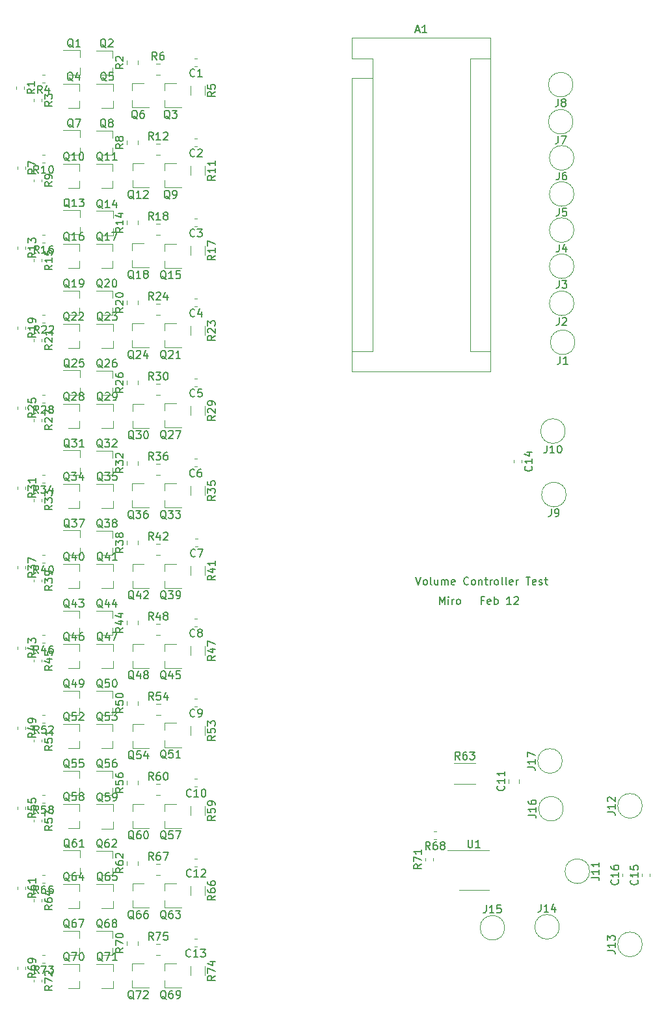
<source format=gbr>
%TF.GenerationSoftware,KiCad,Pcbnew,5.1.6-c6e7f7d~87~ubuntu18.04.1*%
%TF.CreationDate,2021-02-12T17:03:38+13:00*%
%TF.ProjectId,Volume Control Ultimate 2 Feb9,566f6c75-6d65-4204-936f-6e74726f6c20,rev?*%
%TF.SameCoordinates,Original*%
%TF.FileFunction,Legend,Top*%
%TF.FilePolarity,Positive*%
%FSLAX46Y46*%
G04 Gerber Fmt 4.6, Leading zero omitted, Abs format (unit mm)*
G04 Created by KiCad (PCBNEW 5.1.6-c6e7f7d~87~ubuntu18.04.1) date 2021-02-12 17:03:38*
%MOMM*%
%LPD*%
G01*
G04 APERTURE LIST*
%ADD10C,0.150000*%
%ADD11C,0.120000*%
G04 APERTURE END LIST*
D10*
X95083952Y-120213380D02*
X95083952Y-119213380D01*
X95417285Y-119927666D01*
X95750619Y-119213380D01*
X95750619Y-120213380D01*
X96226809Y-120213380D02*
X96226809Y-119546714D01*
X96226809Y-119213380D02*
X96179190Y-119261000D01*
X96226809Y-119308619D01*
X96274428Y-119261000D01*
X96226809Y-119213380D01*
X96226809Y-119308619D01*
X96703000Y-120213380D02*
X96703000Y-119546714D01*
X96703000Y-119737190D02*
X96750619Y-119641952D01*
X96798238Y-119594333D01*
X96893476Y-119546714D01*
X96988714Y-119546714D01*
X97464904Y-120213380D02*
X97369666Y-120165761D01*
X97322047Y-120118142D01*
X97274428Y-120022904D01*
X97274428Y-119737190D01*
X97322047Y-119641952D01*
X97369666Y-119594333D01*
X97464904Y-119546714D01*
X97607761Y-119546714D01*
X97703000Y-119594333D01*
X97750619Y-119641952D01*
X97798238Y-119737190D01*
X97798238Y-120022904D01*
X97750619Y-120118142D01*
X97703000Y-120165761D01*
X97607761Y-120213380D01*
X97464904Y-120213380D01*
X100845857Y-119689571D02*
X100512523Y-119689571D01*
X100512523Y-120213380D02*
X100512523Y-119213380D01*
X100988714Y-119213380D01*
X101750619Y-120165761D02*
X101655380Y-120213380D01*
X101464904Y-120213380D01*
X101369666Y-120165761D01*
X101322047Y-120070523D01*
X101322047Y-119689571D01*
X101369666Y-119594333D01*
X101464904Y-119546714D01*
X101655380Y-119546714D01*
X101750619Y-119594333D01*
X101798238Y-119689571D01*
X101798238Y-119784809D01*
X101322047Y-119880047D01*
X102226809Y-120213380D02*
X102226809Y-119213380D01*
X102226809Y-119594333D02*
X102322047Y-119546714D01*
X102512523Y-119546714D01*
X102607761Y-119594333D01*
X102655380Y-119641952D01*
X102703000Y-119737190D01*
X102703000Y-120022904D01*
X102655380Y-120118142D01*
X102607761Y-120165761D01*
X102512523Y-120213380D01*
X102322047Y-120213380D01*
X102226809Y-120165761D01*
X104417285Y-120213380D02*
X103845857Y-120213380D01*
X104131571Y-120213380D02*
X104131571Y-119213380D01*
X104036333Y-119356238D01*
X103941095Y-119451476D01*
X103845857Y-119499095D01*
X104798238Y-119308619D02*
X104845857Y-119261000D01*
X104941095Y-119213380D01*
X105179190Y-119213380D01*
X105274428Y-119261000D01*
X105322047Y-119308619D01*
X105369666Y-119403857D01*
X105369666Y-119499095D01*
X105322047Y-119641952D01*
X104750619Y-120213380D01*
X105369666Y-120213380D01*
X92012571Y-116673380D02*
X92345904Y-117673380D01*
X92679238Y-116673380D01*
X93155428Y-117673380D02*
X93060190Y-117625761D01*
X93012571Y-117578142D01*
X92964952Y-117482904D01*
X92964952Y-117197190D01*
X93012571Y-117101952D01*
X93060190Y-117054333D01*
X93155428Y-117006714D01*
X93298285Y-117006714D01*
X93393523Y-117054333D01*
X93441142Y-117101952D01*
X93488761Y-117197190D01*
X93488761Y-117482904D01*
X93441142Y-117578142D01*
X93393523Y-117625761D01*
X93298285Y-117673380D01*
X93155428Y-117673380D01*
X94060190Y-117673380D02*
X93964952Y-117625761D01*
X93917333Y-117530523D01*
X93917333Y-116673380D01*
X94869714Y-117006714D02*
X94869714Y-117673380D01*
X94441142Y-117006714D02*
X94441142Y-117530523D01*
X94488761Y-117625761D01*
X94584000Y-117673380D01*
X94726857Y-117673380D01*
X94822095Y-117625761D01*
X94869714Y-117578142D01*
X95345904Y-117673380D02*
X95345904Y-117006714D01*
X95345904Y-117101952D02*
X95393523Y-117054333D01*
X95488761Y-117006714D01*
X95631619Y-117006714D01*
X95726857Y-117054333D01*
X95774476Y-117149571D01*
X95774476Y-117673380D01*
X95774476Y-117149571D02*
X95822095Y-117054333D01*
X95917333Y-117006714D01*
X96060190Y-117006714D01*
X96155428Y-117054333D01*
X96203047Y-117149571D01*
X96203047Y-117673380D01*
X97060190Y-117625761D02*
X96964952Y-117673380D01*
X96774476Y-117673380D01*
X96679238Y-117625761D01*
X96631619Y-117530523D01*
X96631619Y-117149571D01*
X96679238Y-117054333D01*
X96774476Y-117006714D01*
X96964952Y-117006714D01*
X97060190Y-117054333D01*
X97107809Y-117149571D01*
X97107809Y-117244809D01*
X96631619Y-117340047D01*
X98869714Y-117578142D02*
X98822095Y-117625761D01*
X98679238Y-117673380D01*
X98584000Y-117673380D01*
X98441142Y-117625761D01*
X98345904Y-117530523D01*
X98298285Y-117435285D01*
X98250666Y-117244809D01*
X98250666Y-117101952D01*
X98298285Y-116911476D01*
X98345904Y-116816238D01*
X98441142Y-116721000D01*
X98584000Y-116673380D01*
X98679238Y-116673380D01*
X98822095Y-116721000D01*
X98869714Y-116768619D01*
X99441142Y-117673380D02*
X99345904Y-117625761D01*
X99298285Y-117578142D01*
X99250666Y-117482904D01*
X99250666Y-117197190D01*
X99298285Y-117101952D01*
X99345904Y-117054333D01*
X99441142Y-117006714D01*
X99584000Y-117006714D01*
X99679238Y-117054333D01*
X99726857Y-117101952D01*
X99774476Y-117197190D01*
X99774476Y-117482904D01*
X99726857Y-117578142D01*
X99679238Y-117625761D01*
X99584000Y-117673380D01*
X99441142Y-117673380D01*
X100203047Y-117006714D02*
X100203047Y-117673380D01*
X100203047Y-117101952D02*
X100250666Y-117054333D01*
X100345904Y-117006714D01*
X100488761Y-117006714D01*
X100584000Y-117054333D01*
X100631619Y-117149571D01*
X100631619Y-117673380D01*
X100964952Y-117006714D02*
X101345904Y-117006714D01*
X101107809Y-116673380D02*
X101107809Y-117530523D01*
X101155428Y-117625761D01*
X101250666Y-117673380D01*
X101345904Y-117673380D01*
X101679238Y-117673380D02*
X101679238Y-117006714D01*
X101679238Y-117197190D02*
X101726857Y-117101952D01*
X101774476Y-117054333D01*
X101869714Y-117006714D01*
X101964952Y-117006714D01*
X102441142Y-117673380D02*
X102345904Y-117625761D01*
X102298285Y-117578142D01*
X102250666Y-117482904D01*
X102250666Y-117197190D01*
X102298285Y-117101952D01*
X102345904Y-117054333D01*
X102441142Y-117006714D01*
X102584000Y-117006714D01*
X102679238Y-117054333D01*
X102726857Y-117101952D01*
X102774476Y-117197190D01*
X102774476Y-117482904D01*
X102726857Y-117578142D01*
X102679238Y-117625761D01*
X102584000Y-117673380D01*
X102441142Y-117673380D01*
X103345904Y-117673380D02*
X103250666Y-117625761D01*
X103203047Y-117530523D01*
X103203047Y-116673380D01*
X103869714Y-117673380D02*
X103774476Y-117625761D01*
X103726857Y-117530523D01*
X103726857Y-116673380D01*
X104631619Y-117625761D02*
X104536380Y-117673380D01*
X104345904Y-117673380D01*
X104250666Y-117625761D01*
X104203047Y-117530523D01*
X104203047Y-117149571D01*
X104250666Y-117054333D01*
X104345904Y-117006714D01*
X104536380Y-117006714D01*
X104631619Y-117054333D01*
X104679238Y-117149571D01*
X104679238Y-117244809D01*
X104203047Y-117340047D01*
X105107809Y-117673380D02*
X105107809Y-117006714D01*
X105107809Y-117197190D02*
X105155428Y-117101952D01*
X105203047Y-117054333D01*
X105298285Y-117006714D01*
X105393523Y-117006714D01*
X106345904Y-116673380D02*
X106917333Y-116673380D01*
X106631619Y-117673380D02*
X106631619Y-116673380D01*
X107631619Y-117625761D02*
X107536380Y-117673380D01*
X107345904Y-117673380D01*
X107250666Y-117625761D01*
X107203047Y-117530523D01*
X107203047Y-117149571D01*
X107250666Y-117054333D01*
X107345904Y-117006714D01*
X107536380Y-117006714D01*
X107631619Y-117054333D01*
X107679238Y-117149571D01*
X107679238Y-117244809D01*
X107203047Y-117340047D01*
X108060190Y-117625761D02*
X108155428Y-117673380D01*
X108345904Y-117673380D01*
X108441142Y-117625761D01*
X108488761Y-117530523D01*
X108488761Y-117482904D01*
X108441142Y-117387666D01*
X108345904Y-117340047D01*
X108203047Y-117340047D01*
X108107809Y-117292428D01*
X108060190Y-117197190D01*
X108060190Y-117149571D01*
X108107809Y-117054333D01*
X108203047Y-117006714D01*
X108345904Y-117006714D01*
X108441142Y-117054333D01*
X108774476Y-117006714D02*
X109155428Y-117006714D01*
X108917333Y-116673380D02*
X108917333Y-117530523D01*
X108964952Y-117625761D01*
X109060190Y-117673380D01*
X109155428Y-117673380D01*
D11*
%TO.C,Q1*%
X48274000Y-51262400D02*
X46814000Y-51262400D01*
X48274000Y-48102400D02*
X46114000Y-48102400D01*
X48274000Y-48102400D02*
X48274000Y-49032400D01*
X48274000Y-51262400D02*
X48274000Y-50332400D01*
%TO.C,A1*%
X101730000Y-46479000D02*
X83690000Y-46479000D01*
X101730000Y-89919000D02*
X101730000Y-46479000D01*
X83690000Y-89919000D02*
X101730000Y-89919000D01*
X86360000Y-87249000D02*
X83690000Y-87249000D01*
X86360000Y-51689000D02*
X86360000Y-87249000D01*
X86360000Y-51689000D02*
X83690000Y-51689000D01*
X99060000Y-87249000D02*
X101730000Y-87249000D01*
X99060000Y-49149000D02*
X99060000Y-87249000D01*
X99060000Y-49149000D02*
X101730000Y-49149000D01*
X83690000Y-46479000D02*
X83690000Y-49149000D01*
X83690000Y-51689000D02*
X83690000Y-89919000D01*
X86360000Y-49149000D02*
X83690000Y-49149000D01*
X86360000Y-51689000D02*
X86360000Y-49149000D01*
%TO.C,C1*%
X63561279Y-50167000D02*
X63235721Y-50167000D01*
X63561279Y-49147000D02*
X63235721Y-49147000D01*
%TO.C,C2*%
X63561279Y-59561000D02*
X63235721Y-59561000D01*
X63561279Y-60581000D02*
X63235721Y-60581000D01*
%TO.C,C3*%
X63561279Y-69975000D02*
X63235721Y-69975000D01*
X63561279Y-70995000D02*
X63235721Y-70995000D01*
%TO.C,C4*%
X63561279Y-80389000D02*
X63235721Y-80389000D01*
X63561279Y-81409000D02*
X63235721Y-81409000D01*
%TO.C,C5*%
X63561279Y-91823000D02*
X63235721Y-91823000D01*
X63561279Y-90803000D02*
X63235721Y-90803000D01*
%TO.C,C6*%
X63510279Y-101217000D02*
X63184721Y-101217000D01*
X63510279Y-102237000D02*
X63184721Y-102237000D01*
%TO.C,C7*%
X63637279Y-112651000D02*
X63311721Y-112651000D01*
X63637279Y-111631000D02*
X63311721Y-111631000D01*
%TO.C,C8*%
X63561279Y-122045000D02*
X63235721Y-122045000D01*
X63561279Y-123065000D02*
X63235721Y-123065000D01*
%TO.C,C9*%
X63561279Y-133479000D02*
X63235721Y-133479000D01*
X63561279Y-132459000D02*
X63235721Y-132459000D01*
%TO.C,C10*%
X63561279Y-142873000D02*
X63235721Y-142873000D01*
X63561279Y-143893000D02*
X63235721Y-143893000D01*
%TO.C,C11*%
X105485000Y-143466078D02*
X105485000Y-142948922D01*
X104065000Y-143466078D02*
X104065000Y-142948922D01*
%TO.C,C12*%
X63561279Y-154307000D02*
X63235721Y-154307000D01*
X63561279Y-153287000D02*
X63235721Y-153287000D01*
%TO.C,C13*%
X63510279Y-164721000D02*
X63184721Y-164721000D01*
X63510279Y-163701000D02*
X63184721Y-163701000D01*
%TO.C,J1*%
X112725781Y-86106000D02*
G75*
G03*
X112725781Y-86106000I-1600781J0D01*
G01*
%TO.C,J2*%
X112598781Y-81026000D02*
G75*
G03*
X112598781Y-81026000I-1600781J0D01*
G01*
%TO.C,J3*%
X112598781Y-76200000D02*
G75*
G03*
X112598781Y-76200000I-1600781J0D01*
G01*
%TO.C,J4*%
X112598781Y-71501000D02*
G75*
G03*
X112598781Y-71501000I-1600781J0D01*
G01*
%TO.C,J5*%
X112598781Y-66802000D02*
G75*
G03*
X112598781Y-66802000I-1600781J0D01*
G01*
%TO.C,J6*%
X112598781Y-62103000D02*
G75*
G03*
X112598781Y-62103000I-1600781J0D01*
G01*
%TO.C,J7*%
X112471781Y-57404000D02*
G75*
G03*
X112471781Y-57404000I-1600781J0D01*
G01*
%TO.C,J8*%
X112471781Y-52578000D02*
G75*
G03*
X112471781Y-52578000I-1600781J0D01*
G01*
%TO.C,J9*%
X111582781Y-105918000D02*
G75*
G03*
X111582781Y-105918000I-1600781J0D01*
G01*
%TO.C,J10*%
X111455781Y-97663000D02*
G75*
G03*
X111455781Y-97663000I-1600781J0D01*
G01*
%TO.C,J11*%
X114630781Y-154940000D02*
G75*
G03*
X114630781Y-154940000I-1600781J0D01*
G01*
%TO.C,J12*%
X121488781Y-146431000D02*
G75*
G03*
X121488781Y-146431000I-1600781J0D01*
G01*
%TO.C,J13*%
X121488781Y-164465000D02*
G75*
G03*
X121488781Y-164465000I-1600781J0D01*
G01*
%TO.C,J14*%
X110693781Y-162179000D02*
G75*
G03*
X110693781Y-162179000I-1600781J0D01*
G01*
%TO.C,J15*%
X103581781Y-162306000D02*
G75*
G03*
X103581781Y-162306000I-1600781J0D01*
G01*
%TO.C,J16*%
X111201781Y-146812000D02*
G75*
G03*
X111201781Y-146812000I-1600781J0D01*
G01*
%TO.C,J17*%
X111074781Y-140589000D02*
G75*
G03*
X111074781Y-140589000I-1600781J0D01*
G01*
%TO.C,Q2*%
X52534600Y-51298000D02*
X52534600Y-50368000D01*
X52534600Y-48138000D02*
X52534600Y-49068000D01*
X52534600Y-48138000D02*
X50374600Y-48138000D01*
X52534600Y-51298000D02*
X51074600Y-51298000D01*
%TO.C,Q3*%
X59327000Y-52395000D02*
X60787000Y-52395000D01*
X59327000Y-55555000D02*
X61487000Y-55555000D01*
X59327000Y-55555000D02*
X59327000Y-54625000D01*
X59327000Y-52395000D02*
X59327000Y-53325000D01*
%TO.C,Q4*%
X48232600Y-55616000D02*
X48232600Y-54686000D01*
X48232600Y-52456000D02*
X48232600Y-53386000D01*
X48232600Y-52456000D02*
X46072600Y-52456000D01*
X48232600Y-55616000D02*
X46772600Y-55616000D01*
%TO.C,Q5*%
X52585400Y-55616000D02*
X51125400Y-55616000D01*
X52585400Y-52456000D02*
X50425400Y-52456000D01*
X52585400Y-52456000D02*
X52585400Y-53386000D01*
X52585400Y-55616000D02*
X52585400Y-54686000D01*
%TO.C,Q6*%
X55104000Y-52395000D02*
X56564000Y-52395000D01*
X55104000Y-55555000D02*
X57264000Y-55555000D01*
X55104000Y-55555000D02*
X55104000Y-54625000D01*
X55104000Y-52395000D02*
X55104000Y-53325000D01*
%TO.C,Q7*%
X48274000Y-61676400D02*
X46814000Y-61676400D01*
X48274000Y-58516400D02*
X46114000Y-58516400D01*
X48274000Y-58516400D02*
X48274000Y-59446400D01*
X48274000Y-61676400D02*
X48274000Y-60746400D01*
%TO.C,Q8*%
X52534600Y-61712000D02*
X52534600Y-60782000D01*
X52534600Y-58552000D02*
X52534600Y-59482000D01*
X52534600Y-58552000D02*
X50374600Y-58552000D01*
X52534600Y-61712000D02*
X51074600Y-61712000D01*
%TO.C,Q9*%
X59327000Y-62809000D02*
X59327000Y-63739000D01*
X59327000Y-65969000D02*
X59327000Y-65039000D01*
X59327000Y-65969000D02*
X61487000Y-65969000D01*
X59327000Y-62809000D02*
X60787000Y-62809000D01*
%TO.C,Q10*%
X48232600Y-66030000D02*
X48232600Y-65100000D01*
X48232600Y-62870000D02*
X48232600Y-63800000D01*
X48232600Y-62870000D02*
X46072600Y-62870000D01*
X48232600Y-66030000D02*
X46772600Y-66030000D01*
%TO.C,Q11*%
X52560000Y-66030000D02*
X51100000Y-66030000D01*
X52560000Y-62870000D02*
X50400000Y-62870000D01*
X52560000Y-62870000D02*
X52560000Y-63800000D01*
X52560000Y-66030000D02*
X52560000Y-65100000D01*
%TO.C,Q12*%
X55120000Y-62809000D02*
X56580000Y-62809000D01*
X55120000Y-65969000D02*
X57280000Y-65969000D01*
X55120000Y-65969000D02*
X55120000Y-65039000D01*
X55120000Y-62809000D02*
X55120000Y-63739000D01*
%TO.C,Q13*%
X48274000Y-72065000D02*
X48274000Y-71135000D01*
X48274000Y-68905000D02*
X48274000Y-69835000D01*
X48274000Y-68905000D02*
X46114000Y-68905000D01*
X48274000Y-72065000D02*
X46814000Y-72065000D01*
%TO.C,Q14*%
X52576000Y-72192000D02*
X51116000Y-72192000D01*
X52576000Y-69032000D02*
X50416000Y-69032000D01*
X52576000Y-69032000D02*
X52576000Y-69962000D01*
X52576000Y-72192000D02*
X52576000Y-71262000D01*
%TO.C,Q15*%
X59327000Y-73284000D02*
X59327000Y-74214000D01*
X59327000Y-76444000D02*
X59327000Y-75514000D01*
X59327000Y-76444000D02*
X61487000Y-76444000D01*
X59327000Y-73284000D02*
X60787000Y-73284000D01*
%TO.C,Q16*%
X48242000Y-76449000D02*
X46782000Y-76449000D01*
X48242000Y-73289000D02*
X46082000Y-73289000D01*
X48242000Y-73289000D02*
X48242000Y-74219000D01*
X48242000Y-76449000D02*
X48242000Y-75519000D01*
%TO.C,Q17*%
X52560000Y-76449000D02*
X52560000Y-75519000D01*
X52560000Y-73289000D02*
X52560000Y-74219000D01*
X52560000Y-73289000D02*
X50400000Y-73289000D01*
X52560000Y-76449000D02*
X51100000Y-76449000D01*
%TO.C,Q18*%
X55104000Y-73223000D02*
X55104000Y-74153000D01*
X55104000Y-76383000D02*
X55104000Y-75453000D01*
X55104000Y-76383000D02*
X57264000Y-76383000D01*
X55104000Y-73223000D02*
X56564000Y-73223000D01*
%TO.C,Q19*%
X48242000Y-82540000D02*
X46782000Y-82540000D01*
X48242000Y-79380000D02*
X46082000Y-79380000D01*
X48242000Y-79380000D02*
X48242000Y-80310000D01*
X48242000Y-82540000D02*
X48242000Y-81610000D01*
%TO.C,Q20*%
X52534600Y-82540000D02*
X51074600Y-82540000D01*
X52534600Y-79380000D02*
X50374600Y-79380000D01*
X52534600Y-79380000D02*
X52534600Y-80310000D01*
X52534600Y-82540000D02*
X52534600Y-81610000D01*
%TO.C,Q21*%
X59327000Y-83637000D02*
X59327000Y-84567000D01*
X59327000Y-86797000D02*
X59327000Y-85867000D01*
X59327000Y-86797000D02*
X61487000Y-86797000D01*
X59327000Y-83637000D02*
X60787000Y-83637000D01*
%TO.C,Q22*%
X48232600Y-86858000D02*
X48232600Y-85928000D01*
X48232600Y-83698000D02*
X48232600Y-84628000D01*
X48232600Y-83698000D02*
X46072600Y-83698000D01*
X48232600Y-86858000D02*
X46772600Y-86858000D01*
%TO.C,Q23*%
X52585400Y-86858000D02*
X52585400Y-85928000D01*
X52585400Y-83698000D02*
X52585400Y-84628000D01*
X52585400Y-83698000D02*
X50425400Y-83698000D01*
X52585400Y-86858000D02*
X51125400Y-86858000D01*
%TO.C,Q24*%
X55104000Y-83637000D02*
X56564000Y-83637000D01*
X55104000Y-86797000D02*
X57264000Y-86797000D01*
X55104000Y-86797000D02*
X55104000Y-85867000D01*
X55104000Y-83637000D02*
X55104000Y-84567000D01*
%TO.C,Q25*%
X48274000Y-92918400D02*
X48274000Y-91988400D01*
X48274000Y-89758400D02*
X48274000Y-90688400D01*
X48274000Y-89758400D02*
X46114000Y-89758400D01*
X48274000Y-92918400D02*
X46814000Y-92918400D01*
%TO.C,Q26*%
X52560000Y-92954000D02*
X52560000Y-92024000D01*
X52560000Y-89794000D02*
X52560000Y-90724000D01*
X52560000Y-89794000D02*
X50400000Y-89794000D01*
X52560000Y-92954000D02*
X51100000Y-92954000D01*
%TO.C,Q27*%
X59327000Y-94051000D02*
X60787000Y-94051000D01*
X59327000Y-97211000D02*
X61487000Y-97211000D01*
X59327000Y-97211000D02*
X59327000Y-96281000D01*
X59327000Y-94051000D02*
X59327000Y-94981000D01*
%TO.C,Q28*%
X48242000Y-97272000D02*
X46782000Y-97272000D01*
X48242000Y-94112000D02*
X46082000Y-94112000D01*
X48242000Y-94112000D02*
X48242000Y-95042000D01*
X48242000Y-97272000D02*
X48242000Y-96342000D01*
%TO.C,Q29*%
X52585400Y-97272000D02*
X51125400Y-97272000D01*
X52585400Y-94112000D02*
X50425400Y-94112000D01*
X52585400Y-94112000D02*
X52585400Y-95042000D01*
X52585400Y-97272000D02*
X52585400Y-96342000D01*
%TO.C,Q30*%
X55136000Y-94117000D02*
X56596000Y-94117000D01*
X55136000Y-97277000D02*
X57296000Y-97277000D01*
X55136000Y-97277000D02*
X55136000Y-96347000D01*
X55136000Y-94117000D02*
X55136000Y-95047000D01*
%TO.C,Q31*%
X48274000Y-103332400D02*
X46814000Y-103332400D01*
X48274000Y-100172400D02*
X46114000Y-100172400D01*
X48274000Y-100172400D02*
X48274000Y-101102400D01*
X48274000Y-103332400D02*
X48274000Y-102402400D01*
%TO.C,Q32*%
X52560000Y-103368000D02*
X52560000Y-102438000D01*
X52560000Y-100208000D02*
X52560000Y-101138000D01*
X52560000Y-100208000D02*
X50400000Y-100208000D01*
X52560000Y-103368000D02*
X51100000Y-103368000D01*
%TO.C,Q33*%
X59327000Y-104465000D02*
X59327000Y-105395000D01*
X59327000Y-107625000D02*
X59327000Y-106695000D01*
X59327000Y-107625000D02*
X61487000Y-107625000D01*
X59327000Y-104465000D02*
X60787000Y-104465000D01*
%TO.C,Q34*%
X48232600Y-107686000D02*
X48232600Y-106756000D01*
X48232600Y-104526000D02*
X48232600Y-105456000D01*
X48232600Y-104526000D02*
X46072600Y-104526000D01*
X48232600Y-107686000D02*
X46772600Y-107686000D01*
%TO.C,Q35*%
X52585400Y-107686000D02*
X51125400Y-107686000D01*
X52585400Y-104526000D02*
X50425400Y-104526000D01*
X52585400Y-104526000D02*
X52585400Y-105456000D01*
X52585400Y-107686000D02*
X52585400Y-106756000D01*
%TO.C,Q36*%
X55104000Y-104465000D02*
X56564000Y-104465000D01*
X55104000Y-107625000D02*
X57264000Y-107625000D01*
X55104000Y-107625000D02*
X55104000Y-106695000D01*
X55104000Y-104465000D02*
X55104000Y-105395000D01*
%TO.C,Q37*%
X48274000Y-113746400D02*
X48274000Y-112816400D01*
X48274000Y-110586400D02*
X48274000Y-111516400D01*
X48274000Y-110586400D02*
X46114000Y-110586400D01*
X48274000Y-113746400D02*
X46814000Y-113746400D01*
%TO.C,Q38*%
X52560000Y-113782000D02*
X52560000Y-112852000D01*
X52560000Y-110622000D02*
X52560000Y-111552000D01*
X52560000Y-110622000D02*
X50400000Y-110622000D01*
X52560000Y-113782000D02*
X51100000Y-113782000D01*
%TO.C,Q39*%
X59327000Y-114945000D02*
X59327000Y-115875000D01*
X59327000Y-118105000D02*
X59327000Y-117175000D01*
X59327000Y-118105000D02*
X61487000Y-118105000D01*
X59327000Y-114945000D02*
X60787000Y-114945000D01*
%TO.C,Q40*%
X48242000Y-118100000D02*
X46782000Y-118100000D01*
X48242000Y-114940000D02*
X46082000Y-114940000D01*
X48242000Y-114940000D02*
X48242000Y-115870000D01*
X48242000Y-118100000D02*
X48242000Y-117170000D01*
%TO.C,Q41*%
X52585400Y-118100000D02*
X52585400Y-117170000D01*
X52585400Y-114940000D02*
X52585400Y-115870000D01*
X52585400Y-114940000D02*
X50425400Y-114940000D01*
X52585400Y-118100000D02*
X51125400Y-118100000D01*
%TO.C,Q42*%
X55136000Y-114945000D02*
X55136000Y-115875000D01*
X55136000Y-118105000D02*
X55136000Y-117175000D01*
X55136000Y-118105000D02*
X57296000Y-118105000D01*
X55136000Y-114945000D02*
X56596000Y-114945000D01*
%TO.C,Q43*%
X48242000Y-124196000D02*
X48242000Y-123266000D01*
X48242000Y-121036000D02*
X48242000Y-121966000D01*
X48242000Y-121036000D02*
X46082000Y-121036000D01*
X48242000Y-124196000D02*
X46782000Y-124196000D01*
%TO.C,Q44*%
X52560000Y-124196000D02*
X52560000Y-123266000D01*
X52560000Y-121036000D02*
X52560000Y-121966000D01*
X52560000Y-121036000D02*
X50400000Y-121036000D01*
X52560000Y-124196000D02*
X51100000Y-124196000D01*
%TO.C,Q45*%
X59327000Y-125359000D02*
X60787000Y-125359000D01*
X59327000Y-128519000D02*
X61487000Y-128519000D01*
X59327000Y-128519000D02*
X59327000Y-127589000D01*
X59327000Y-125359000D02*
X59327000Y-126289000D01*
%TO.C,Q46*%
X48242000Y-128519000D02*
X46782000Y-128519000D01*
X48242000Y-125359000D02*
X46082000Y-125359000D01*
X48242000Y-125359000D02*
X48242000Y-126289000D01*
X48242000Y-128519000D02*
X48242000Y-127589000D01*
%TO.C,Q47*%
X52585400Y-128514000D02*
X52585400Y-127584000D01*
X52585400Y-125354000D02*
X52585400Y-126284000D01*
X52585400Y-125354000D02*
X50425400Y-125354000D01*
X52585400Y-128514000D02*
X51125400Y-128514000D01*
%TO.C,Q48*%
X55136000Y-125359000D02*
X56596000Y-125359000D01*
X55136000Y-128519000D02*
X57296000Y-128519000D01*
X55136000Y-128519000D02*
X55136000Y-127589000D01*
X55136000Y-125359000D02*
X55136000Y-126289000D01*
%TO.C,Q49*%
X48242000Y-134610000D02*
X48242000Y-133680000D01*
X48242000Y-131450000D02*
X48242000Y-132380000D01*
X48242000Y-131450000D02*
X46082000Y-131450000D01*
X48242000Y-134610000D02*
X46782000Y-134610000D01*
%TO.C,Q50*%
X52560000Y-134610000D02*
X51100000Y-134610000D01*
X52560000Y-131450000D02*
X50400000Y-131450000D01*
X52560000Y-131450000D02*
X52560000Y-132380000D01*
X52560000Y-134610000D02*
X52560000Y-133680000D01*
%TO.C,Q51*%
X59327000Y-135646000D02*
X59327000Y-136576000D01*
X59327000Y-138806000D02*
X59327000Y-137876000D01*
X59327000Y-138806000D02*
X61487000Y-138806000D01*
X59327000Y-135646000D02*
X60787000Y-135646000D01*
%TO.C,Q52*%
X48242000Y-138928000D02*
X46782000Y-138928000D01*
X48242000Y-135768000D02*
X46082000Y-135768000D01*
X48242000Y-135768000D02*
X48242000Y-136698000D01*
X48242000Y-138928000D02*
X48242000Y-137998000D01*
%TO.C,Q53*%
X52560000Y-138928000D02*
X52560000Y-137998000D01*
X52560000Y-135768000D02*
X52560000Y-136698000D01*
X52560000Y-135768000D02*
X50400000Y-135768000D01*
X52560000Y-138928000D02*
X51100000Y-138928000D01*
%TO.C,Q54*%
X55136000Y-135773000D02*
X55136000Y-136703000D01*
X55136000Y-138933000D02*
X55136000Y-138003000D01*
X55136000Y-138933000D02*
X57296000Y-138933000D01*
X55136000Y-135773000D02*
X56596000Y-135773000D01*
%TO.C,Q55*%
X48242000Y-145024000D02*
X46782000Y-145024000D01*
X48242000Y-141864000D02*
X46082000Y-141864000D01*
X48242000Y-141864000D02*
X48242000Y-142794000D01*
X48242000Y-145024000D02*
X48242000Y-144094000D01*
%TO.C,Q56*%
X52560000Y-145024000D02*
X52560000Y-144094000D01*
X52560000Y-141864000D02*
X52560000Y-142794000D01*
X52560000Y-141864000D02*
X50400000Y-141864000D01*
X52560000Y-145024000D02*
X51100000Y-145024000D01*
%TO.C,Q57*%
X59327000Y-146187000D02*
X59327000Y-147117000D01*
X59327000Y-149347000D02*
X59327000Y-148417000D01*
X59327000Y-149347000D02*
X61487000Y-149347000D01*
X59327000Y-146187000D02*
X60787000Y-146187000D01*
%TO.C,Q58*%
X48242000Y-149342000D02*
X46782000Y-149342000D01*
X48242000Y-146182000D02*
X46082000Y-146182000D01*
X48242000Y-146182000D02*
X48242000Y-147112000D01*
X48242000Y-149342000D02*
X48242000Y-148412000D01*
%TO.C,Q59*%
X52576000Y-149408000D02*
X51116000Y-149408000D01*
X52576000Y-146248000D02*
X50416000Y-146248000D01*
X52576000Y-146248000D02*
X52576000Y-147178000D01*
X52576000Y-149408000D02*
X52576000Y-148478000D01*
%TO.C,Q60*%
X55136000Y-146187000D02*
X56596000Y-146187000D01*
X55136000Y-149347000D02*
X57296000Y-149347000D01*
X55136000Y-149347000D02*
X55136000Y-148417000D01*
X55136000Y-146187000D02*
X55136000Y-147117000D01*
%TO.C,Q61*%
X48274000Y-155402400D02*
X46814000Y-155402400D01*
X48274000Y-152242400D02*
X46114000Y-152242400D01*
X48274000Y-152242400D02*
X48274000Y-153172400D01*
X48274000Y-155402400D02*
X48274000Y-154472400D01*
%TO.C,Q62*%
X52534600Y-155438000D02*
X51074600Y-155438000D01*
X52534600Y-152278000D02*
X50374600Y-152278000D01*
X52534600Y-152278000D02*
X52534600Y-153208000D01*
X52534600Y-155438000D02*
X52534600Y-154508000D01*
%TO.C,Q63*%
X59327000Y-156535000D02*
X60787000Y-156535000D01*
X59327000Y-159695000D02*
X61487000Y-159695000D01*
X59327000Y-159695000D02*
X59327000Y-158765000D01*
X59327000Y-156535000D02*
X59327000Y-157465000D01*
%TO.C,Q64*%
X48232600Y-159756000D02*
X46772600Y-159756000D01*
X48232600Y-156596000D02*
X46072600Y-156596000D01*
X48232600Y-156596000D02*
X48232600Y-157526000D01*
X48232600Y-159756000D02*
X48232600Y-158826000D01*
%TO.C,Q65*%
X52585400Y-159756000D02*
X51125400Y-159756000D01*
X52585400Y-156596000D02*
X50425400Y-156596000D01*
X52585400Y-156596000D02*
X52585400Y-157526000D01*
X52585400Y-159756000D02*
X52585400Y-158826000D01*
%TO.C,Q66*%
X55120000Y-156535000D02*
X55120000Y-157465000D01*
X55120000Y-159695000D02*
X55120000Y-158765000D01*
X55120000Y-159695000D02*
X57280000Y-159695000D01*
X55120000Y-156535000D02*
X56580000Y-156535000D01*
%TO.C,Q67*%
X48242000Y-165852000D02*
X48242000Y-164922000D01*
X48242000Y-162692000D02*
X48242000Y-163622000D01*
X48242000Y-162692000D02*
X46082000Y-162692000D01*
X48242000Y-165852000D02*
X46782000Y-165852000D01*
%TO.C,Q68*%
X52534600Y-165852000D02*
X52534600Y-164922000D01*
X52534600Y-162692000D02*
X52534600Y-163622000D01*
X52534600Y-162692000D02*
X50374600Y-162692000D01*
X52534600Y-165852000D02*
X51074600Y-165852000D01*
%TO.C,Q69*%
X59327000Y-166949000D02*
X60787000Y-166949000D01*
X59327000Y-170109000D02*
X61487000Y-170109000D01*
X59327000Y-170109000D02*
X59327000Y-169179000D01*
X59327000Y-166949000D02*
X59327000Y-167879000D01*
%TO.C,Q70*%
X48242000Y-170170000D02*
X48242000Y-169240000D01*
X48242000Y-167010000D02*
X48242000Y-167940000D01*
X48242000Y-167010000D02*
X46082000Y-167010000D01*
X48242000Y-170170000D02*
X46782000Y-170170000D01*
%TO.C,Q71*%
X52585400Y-170170000D02*
X51125400Y-170170000D01*
X52585400Y-167010000D02*
X50425400Y-167010000D01*
X52585400Y-167010000D02*
X52585400Y-167940000D01*
X52585400Y-170170000D02*
X52585400Y-169240000D01*
%TO.C,Q72*%
X55104000Y-166949000D02*
X55104000Y-167879000D01*
X55104000Y-170109000D02*
X55104000Y-169179000D01*
X55104000Y-170109000D02*
X57264000Y-170109000D01*
X55104000Y-166949000D02*
X56564000Y-166949000D01*
%TO.C,R1*%
X41023000Y-52796221D02*
X41023000Y-53121779D01*
X40003000Y-52796221D02*
X40003000Y-53121779D01*
%TO.C,R2*%
X54408000Y-49964078D02*
X54408000Y-49446922D01*
X55828000Y-49964078D02*
X55828000Y-49446922D01*
%TO.C,R3*%
X43309000Y-54421721D02*
X43309000Y-54747279D01*
X42289000Y-54421721D02*
X42289000Y-54747279D01*
%TO.C,R4*%
X43698279Y-51306000D02*
X43372721Y-51306000D01*
X43698279Y-52326000D02*
X43372721Y-52326000D01*
%TO.C,R5*%
X64537000Y-52740936D02*
X64537000Y-53945064D01*
X62717000Y-52740936D02*
X62717000Y-53945064D01*
%TO.C,R6*%
X58209922Y-51256000D02*
X58727078Y-51256000D01*
X58209922Y-49836000D02*
X58727078Y-49836000D01*
%TO.C,R7*%
X40130000Y-63235721D02*
X40130000Y-63561279D01*
X41150000Y-63235721D02*
X41150000Y-63561279D01*
%TO.C,R8*%
X55828000Y-60378078D02*
X55828000Y-59860922D01*
X54408000Y-60378078D02*
X54408000Y-59860922D01*
%TO.C,R9*%
X42289000Y-64886721D02*
X42289000Y-65212279D01*
X43309000Y-64886721D02*
X43309000Y-65212279D01*
%TO.C,R10*%
X43698279Y-62740000D02*
X43372721Y-62740000D01*
X43698279Y-61720000D02*
X43372721Y-61720000D01*
%TO.C,R11*%
X62717000Y-63154936D02*
X62717000Y-64359064D01*
X64537000Y-63154936D02*
X64537000Y-64359064D01*
%TO.C,R12*%
X58209922Y-60250000D02*
X58727078Y-60250000D01*
X58209922Y-61670000D02*
X58727078Y-61670000D01*
%TO.C,R13*%
X41150000Y-73649721D02*
X41150000Y-73975279D01*
X40130000Y-73649721D02*
X40130000Y-73975279D01*
%TO.C,R14*%
X55828000Y-70792078D02*
X55828000Y-70274922D01*
X54408000Y-70792078D02*
X54408000Y-70274922D01*
%TO.C,R15*%
X43309000Y-75275221D02*
X43309000Y-75600779D01*
X42289000Y-75275221D02*
X42289000Y-75600779D01*
%TO.C,R16*%
X43723779Y-72134000D02*
X43398221Y-72134000D01*
X43723779Y-73154000D02*
X43398221Y-73154000D01*
%TO.C,R17*%
X64537000Y-73562936D02*
X64537000Y-74767064D01*
X62717000Y-73562936D02*
X62717000Y-74767064D01*
%TO.C,R18*%
X58209922Y-70664000D02*
X58727078Y-70664000D01*
X58209922Y-72084000D02*
X58727078Y-72084000D01*
%TO.C,R19*%
X40130000Y-84063721D02*
X40130000Y-84389279D01*
X41150000Y-84063721D02*
X41150000Y-84389279D01*
%TO.C,R20*%
X54408000Y-81206078D02*
X54408000Y-80688922D01*
X55828000Y-81206078D02*
X55828000Y-80688922D01*
%TO.C,R21*%
X42289000Y-85663721D02*
X42289000Y-85989279D01*
X43309000Y-85663721D02*
X43309000Y-85989279D01*
%TO.C,R22*%
X43749279Y-83568000D02*
X43423721Y-83568000D01*
X43749279Y-82548000D02*
X43423721Y-82548000D01*
%TO.C,R23*%
X62717000Y-83982936D02*
X62717000Y-85187064D01*
X64537000Y-83982936D02*
X64537000Y-85187064D01*
%TO.C,R24*%
X58209922Y-82498000D02*
X58727078Y-82498000D01*
X58209922Y-81078000D02*
X58727078Y-81078000D01*
%TO.C,R25*%
X41150000Y-94477721D02*
X41150000Y-94803279D01*
X40130000Y-94477721D02*
X40130000Y-94803279D01*
%TO.C,R26*%
X54408000Y-91620078D02*
X54408000Y-91102922D01*
X55828000Y-91620078D02*
X55828000Y-91102922D01*
%TO.C,R27*%
X43309000Y-96077721D02*
X43309000Y-96403279D01*
X42289000Y-96077721D02*
X42289000Y-96403279D01*
%TO.C,R28*%
X43698279Y-92962000D02*
X43372721Y-92962000D01*
X43698279Y-93982000D02*
X43372721Y-93982000D01*
%TO.C,R29*%
X64537000Y-94396936D02*
X64537000Y-95601064D01*
X62717000Y-94396936D02*
X62717000Y-95601064D01*
%TO.C,R30*%
X58209922Y-91492000D02*
X58727078Y-91492000D01*
X58209922Y-92912000D02*
X58727078Y-92912000D01*
%TO.C,R31*%
X40130000Y-104891721D02*
X40130000Y-105217279D01*
X41150000Y-104891721D02*
X41150000Y-105217279D01*
%TO.C,R32*%
X54408000Y-102064078D02*
X54408000Y-101546922D01*
X55828000Y-102064078D02*
X55828000Y-101546922D01*
%TO.C,R33*%
X42289000Y-106517221D02*
X42289000Y-106842779D01*
X43309000Y-106517221D02*
X43309000Y-106842779D01*
%TO.C,R34*%
X43698279Y-104396000D02*
X43372721Y-104396000D01*
X43698279Y-103376000D02*
X43372721Y-103376000D01*
%TO.C,R35*%
X62717000Y-104810936D02*
X62717000Y-106015064D01*
X64537000Y-104810936D02*
X64537000Y-106015064D01*
%TO.C,R36*%
X58209922Y-103326000D02*
X58727078Y-103326000D01*
X58209922Y-101906000D02*
X58727078Y-101906000D01*
%TO.C,R37*%
X40130000Y-115254721D02*
X40130000Y-115580279D01*
X41150000Y-115254721D02*
X41150000Y-115580279D01*
%TO.C,R38*%
X55828000Y-112448078D02*
X55828000Y-111930922D01*
X54408000Y-112448078D02*
X54408000Y-111930922D01*
%TO.C,R39*%
X43309000Y-116956721D02*
X43309000Y-117282279D01*
X42289000Y-116956721D02*
X42289000Y-117282279D01*
%TO.C,R40*%
X43698279Y-113790000D02*
X43372721Y-113790000D01*
X43698279Y-114810000D02*
X43372721Y-114810000D01*
%TO.C,R41*%
X64537000Y-115221936D02*
X64537000Y-116426064D01*
X62717000Y-115221936D02*
X62717000Y-116426064D01*
%TO.C,R42*%
X58209922Y-112320000D02*
X58727078Y-112320000D01*
X58209922Y-113740000D02*
X58727078Y-113740000D01*
%TO.C,R43*%
X40130000Y-125719721D02*
X40130000Y-126045279D01*
X41150000Y-125719721D02*
X41150000Y-126045279D01*
%TO.C,R44*%
X55828000Y-122862078D02*
X55828000Y-122344922D01*
X54408000Y-122862078D02*
X54408000Y-122344922D01*
%TO.C,R45*%
X42289000Y-127370721D02*
X42289000Y-127696279D01*
X43309000Y-127370721D02*
X43309000Y-127696279D01*
%TO.C,R46*%
X43698279Y-125224000D02*
X43372721Y-125224000D01*
X43698279Y-124204000D02*
X43372721Y-124204000D01*
%TO.C,R47*%
X62717000Y-125638936D02*
X62717000Y-126843064D01*
X64537000Y-125638936D02*
X64537000Y-126843064D01*
%TO.C,R48*%
X58209922Y-124154000D02*
X58727078Y-124154000D01*
X58209922Y-122734000D02*
X58727078Y-122734000D01*
%TO.C,R49*%
X41150000Y-136133721D02*
X41150000Y-136459279D01*
X40130000Y-136133721D02*
X40130000Y-136459279D01*
%TO.C,R50*%
X54408000Y-133306078D02*
X54408000Y-132788922D01*
X55828000Y-133306078D02*
X55828000Y-132788922D01*
%TO.C,R51*%
X43309000Y-137784721D02*
X43309000Y-138110279D01*
X42289000Y-137784721D02*
X42289000Y-138110279D01*
%TO.C,R52*%
X43723779Y-134618000D02*
X43398221Y-134618000D01*
X43723779Y-135638000D02*
X43398221Y-135638000D01*
%TO.C,R53*%
X64537000Y-136052936D02*
X64537000Y-137257064D01*
X62717000Y-136052936D02*
X62717000Y-137257064D01*
%TO.C,R54*%
X58239922Y-133148000D02*
X58757078Y-133148000D01*
X58239922Y-134568000D02*
X58757078Y-134568000D01*
%TO.C,R55*%
X40130000Y-146547721D02*
X40130000Y-146873279D01*
X41150000Y-146547721D02*
X41150000Y-146873279D01*
%TO.C,R56*%
X54408000Y-143690078D02*
X54408000Y-143172922D01*
X55828000Y-143690078D02*
X55828000Y-143172922D01*
%TO.C,R57*%
X43309000Y-148198721D02*
X43309000Y-148524279D01*
X42289000Y-148198721D02*
X42289000Y-148524279D01*
%TO.C,R58*%
X43698279Y-145032000D02*
X43372721Y-145032000D01*
X43698279Y-146052000D02*
X43372721Y-146052000D01*
%TO.C,R59*%
X62717000Y-146466936D02*
X62717000Y-147671064D01*
X64537000Y-146466936D02*
X64537000Y-147671064D01*
%TO.C,R60*%
X58209922Y-144982000D02*
X58727078Y-144982000D01*
X58209922Y-143562000D02*
X58727078Y-143562000D01*
%TO.C,R61*%
X40130000Y-156961721D02*
X40130000Y-157287279D01*
X41150000Y-156961721D02*
X41150000Y-157287279D01*
%TO.C,R62*%
X55828000Y-154134078D02*
X55828000Y-153616922D01*
X54408000Y-154134078D02*
X54408000Y-153616922D01*
%TO.C,R63*%
X96986936Y-143600000D02*
X99791064Y-143600000D01*
X96986936Y-140880000D02*
X99791064Y-140880000D01*
%TO.C,R64*%
X42289000Y-158561721D02*
X42289000Y-158887279D01*
X43309000Y-158561721D02*
X43309000Y-158887279D01*
%TO.C,R65*%
X43698279Y-156466000D02*
X43372721Y-156466000D01*
X43698279Y-155446000D02*
X43372721Y-155446000D01*
%TO.C,R66*%
X62717000Y-156874936D02*
X62717000Y-158079064D01*
X64537000Y-156874936D02*
X64537000Y-158079064D01*
%TO.C,R67*%
X58209922Y-153976000D02*
X58727078Y-153976000D01*
X58209922Y-155396000D02*
X58727078Y-155396000D01*
%TO.C,R68*%
X94676279Y-150751000D02*
X94350721Y-150751000D01*
X94676279Y-149731000D02*
X94350721Y-149731000D01*
%TO.C,R69*%
X41150000Y-167375721D02*
X41150000Y-167701279D01*
X40130000Y-167375721D02*
X40130000Y-167701279D01*
%TO.C,R70*%
X55828000Y-164548078D02*
X55828000Y-164030922D01*
X54408000Y-164548078D02*
X54408000Y-164030922D01*
%TO.C,R71*%
X93216000Y-153553279D02*
X93216000Y-153227721D01*
X94236000Y-153553279D02*
X94236000Y-153227721D01*
%TO.C,R72*%
X42289000Y-169026721D02*
X42289000Y-169352279D01*
X43309000Y-169026721D02*
X43309000Y-169352279D01*
%TO.C,R73*%
X43723779Y-166880000D02*
X43398221Y-166880000D01*
X43723779Y-165860000D02*
X43398221Y-165860000D01*
%TO.C,R74*%
X64537000Y-167294936D02*
X64537000Y-168499064D01*
X62717000Y-167294936D02*
X62717000Y-168499064D01*
%TO.C,R75*%
X58209922Y-165810000D02*
X58727078Y-165810000D01*
X58209922Y-164390000D02*
X58727078Y-164390000D01*
%TO.C,U1*%
X99568000Y-152253000D02*
X96118000Y-152253000D01*
X99568000Y-152253000D02*
X101518000Y-152253000D01*
X99568000Y-157373000D02*
X97618000Y-157373000D01*
X99568000Y-157373000D02*
X101518000Y-157373000D01*
%TO.C,C14*%
X104773000Y-101437221D02*
X104773000Y-101762779D01*
X105793000Y-101437221D02*
X105793000Y-101762779D01*
%TO.C,C15*%
X121410000Y-155610779D02*
X121410000Y-155285221D01*
X122430000Y-155610779D02*
X122430000Y-155285221D01*
%TO.C,C16*%
X119890000Y-155585279D02*
X119890000Y-155259721D01*
X118870000Y-155585279D02*
X118870000Y-155259721D01*
%TO.C,Q1*%
D10*
X47418761Y-47730019D02*
X47323523Y-47682400D01*
X47228285Y-47587161D01*
X47085428Y-47444304D01*
X46990190Y-47396685D01*
X46894952Y-47396685D01*
X46942571Y-47634780D02*
X46847333Y-47587161D01*
X46752095Y-47491923D01*
X46704476Y-47301447D01*
X46704476Y-46968114D01*
X46752095Y-46777638D01*
X46847333Y-46682400D01*
X46942571Y-46634780D01*
X47133047Y-46634780D01*
X47228285Y-46682400D01*
X47323523Y-46777638D01*
X47371142Y-46968114D01*
X47371142Y-47301447D01*
X47323523Y-47491923D01*
X47228285Y-47587161D01*
X47133047Y-47634780D01*
X46942571Y-47634780D01*
X48323523Y-47634780D02*
X47752095Y-47634780D01*
X48037809Y-47634780D02*
X48037809Y-46634780D01*
X47942571Y-46777638D01*
X47847333Y-46872876D01*
X47752095Y-46920495D01*
%TO.C,A1*%
X91995714Y-45505666D02*
X92471904Y-45505666D01*
X91900476Y-45791380D02*
X92233809Y-44791380D01*
X92567142Y-45791380D01*
X93424285Y-45791380D02*
X92852857Y-45791380D01*
X93138571Y-45791380D02*
X93138571Y-44791380D01*
X93043333Y-44934238D01*
X92948095Y-45029476D01*
X92852857Y-45077095D01*
%TO.C,C1*%
X63231833Y-51444142D02*
X63184214Y-51491761D01*
X63041357Y-51539380D01*
X62946119Y-51539380D01*
X62803261Y-51491761D01*
X62708023Y-51396523D01*
X62660404Y-51301285D01*
X62612785Y-51110809D01*
X62612785Y-50967952D01*
X62660404Y-50777476D01*
X62708023Y-50682238D01*
X62803261Y-50587000D01*
X62946119Y-50539380D01*
X63041357Y-50539380D01*
X63184214Y-50587000D01*
X63231833Y-50634619D01*
X64184214Y-51539380D02*
X63612785Y-51539380D01*
X63898500Y-51539380D02*
X63898500Y-50539380D01*
X63803261Y-50682238D01*
X63708023Y-50777476D01*
X63612785Y-50825095D01*
%TO.C,C2*%
X63231833Y-61858142D02*
X63184214Y-61905761D01*
X63041357Y-61953380D01*
X62946119Y-61953380D01*
X62803261Y-61905761D01*
X62708023Y-61810523D01*
X62660404Y-61715285D01*
X62612785Y-61524809D01*
X62612785Y-61381952D01*
X62660404Y-61191476D01*
X62708023Y-61096238D01*
X62803261Y-61001000D01*
X62946119Y-60953380D01*
X63041357Y-60953380D01*
X63184214Y-61001000D01*
X63231833Y-61048619D01*
X63612785Y-61048619D02*
X63660404Y-61001000D01*
X63755642Y-60953380D01*
X63993738Y-60953380D01*
X64088976Y-61001000D01*
X64136595Y-61048619D01*
X64184214Y-61143857D01*
X64184214Y-61239095D01*
X64136595Y-61381952D01*
X63565166Y-61953380D01*
X64184214Y-61953380D01*
%TO.C,C3*%
X63231833Y-72272142D02*
X63184214Y-72319761D01*
X63041357Y-72367380D01*
X62946119Y-72367380D01*
X62803261Y-72319761D01*
X62708023Y-72224523D01*
X62660404Y-72129285D01*
X62612785Y-71938809D01*
X62612785Y-71795952D01*
X62660404Y-71605476D01*
X62708023Y-71510238D01*
X62803261Y-71415000D01*
X62946119Y-71367380D01*
X63041357Y-71367380D01*
X63184214Y-71415000D01*
X63231833Y-71462619D01*
X63565166Y-71367380D02*
X64184214Y-71367380D01*
X63850880Y-71748333D01*
X63993738Y-71748333D01*
X64088976Y-71795952D01*
X64136595Y-71843571D01*
X64184214Y-71938809D01*
X64184214Y-72176904D01*
X64136595Y-72272142D01*
X64088976Y-72319761D01*
X63993738Y-72367380D01*
X63708023Y-72367380D01*
X63612785Y-72319761D01*
X63565166Y-72272142D01*
%TO.C,C4*%
X63231833Y-82686142D02*
X63184214Y-82733761D01*
X63041357Y-82781380D01*
X62946119Y-82781380D01*
X62803261Y-82733761D01*
X62708023Y-82638523D01*
X62660404Y-82543285D01*
X62612785Y-82352809D01*
X62612785Y-82209952D01*
X62660404Y-82019476D01*
X62708023Y-81924238D01*
X62803261Y-81829000D01*
X62946119Y-81781380D01*
X63041357Y-81781380D01*
X63184214Y-81829000D01*
X63231833Y-81876619D01*
X64088976Y-82114714D02*
X64088976Y-82781380D01*
X63850880Y-81733761D02*
X63612785Y-82448047D01*
X64231833Y-82448047D01*
%TO.C,C5*%
X63231833Y-93100142D02*
X63184214Y-93147761D01*
X63041357Y-93195380D01*
X62946119Y-93195380D01*
X62803261Y-93147761D01*
X62708023Y-93052523D01*
X62660404Y-92957285D01*
X62612785Y-92766809D01*
X62612785Y-92623952D01*
X62660404Y-92433476D01*
X62708023Y-92338238D01*
X62803261Y-92243000D01*
X62946119Y-92195380D01*
X63041357Y-92195380D01*
X63184214Y-92243000D01*
X63231833Y-92290619D01*
X64136595Y-92195380D02*
X63660404Y-92195380D01*
X63612785Y-92671571D01*
X63660404Y-92623952D01*
X63755642Y-92576333D01*
X63993738Y-92576333D01*
X64088976Y-92623952D01*
X64136595Y-92671571D01*
X64184214Y-92766809D01*
X64184214Y-93004904D01*
X64136595Y-93100142D01*
X64088976Y-93147761D01*
X63993738Y-93195380D01*
X63755642Y-93195380D01*
X63660404Y-93147761D01*
X63612785Y-93100142D01*
%TO.C,C6*%
X63180833Y-103514142D02*
X63133214Y-103561761D01*
X62990357Y-103609380D01*
X62895119Y-103609380D01*
X62752261Y-103561761D01*
X62657023Y-103466523D01*
X62609404Y-103371285D01*
X62561785Y-103180809D01*
X62561785Y-103037952D01*
X62609404Y-102847476D01*
X62657023Y-102752238D01*
X62752261Y-102657000D01*
X62895119Y-102609380D01*
X62990357Y-102609380D01*
X63133214Y-102657000D01*
X63180833Y-102704619D01*
X64037976Y-102609380D02*
X63847500Y-102609380D01*
X63752261Y-102657000D01*
X63704642Y-102704619D01*
X63609404Y-102847476D01*
X63561785Y-103037952D01*
X63561785Y-103418904D01*
X63609404Y-103514142D01*
X63657023Y-103561761D01*
X63752261Y-103609380D01*
X63942738Y-103609380D01*
X64037976Y-103561761D01*
X64085595Y-103514142D01*
X64133214Y-103418904D01*
X64133214Y-103180809D01*
X64085595Y-103085571D01*
X64037976Y-103037952D01*
X63942738Y-102990333D01*
X63752261Y-102990333D01*
X63657023Y-103037952D01*
X63609404Y-103085571D01*
X63561785Y-103180809D01*
%TO.C,C7*%
X63307833Y-113928142D02*
X63260214Y-113975761D01*
X63117357Y-114023380D01*
X63022119Y-114023380D01*
X62879261Y-113975761D01*
X62784023Y-113880523D01*
X62736404Y-113785285D01*
X62688785Y-113594809D01*
X62688785Y-113451952D01*
X62736404Y-113261476D01*
X62784023Y-113166238D01*
X62879261Y-113071000D01*
X63022119Y-113023380D01*
X63117357Y-113023380D01*
X63260214Y-113071000D01*
X63307833Y-113118619D01*
X63641166Y-113023380D02*
X64307833Y-113023380D01*
X63879261Y-114023380D01*
%TO.C,C8*%
X63231833Y-124342142D02*
X63184214Y-124389761D01*
X63041357Y-124437380D01*
X62946119Y-124437380D01*
X62803261Y-124389761D01*
X62708023Y-124294523D01*
X62660404Y-124199285D01*
X62612785Y-124008809D01*
X62612785Y-123865952D01*
X62660404Y-123675476D01*
X62708023Y-123580238D01*
X62803261Y-123485000D01*
X62946119Y-123437380D01*
X63041357Y-123437380D01*
X63184214Y-123485000D01*
X63231833Y-123532619D01*
X63803261Y-123865952D02*
X63708023Y-123818333D01*
X63660404Y-123770714D01*
X63612785Y-123675476D01*
X63612785Y-123627857D01*
X63660404Y-123532619D01*
X63708023Y-123485000D01*
X63803261Y-123437380D01*
X63993738Y-123437380D01*
X64088976Y-123485000D01*
X64136595Y-123532619D01*
X64184214Y-123627857D01*
X64184214Y-123675476D01*
X64136595Y-123770714D01*
X64088976Y-123818333D01*
X63993738Y-123865952D01*
X63803261Y-123865952D01*
X63708023Y-123913571D01*
X63660404Y-123961190D01*
X63612785Y-124056428D01*
X63612785Y-124246904D01*
X63660404Y-124342142D01*
X63708023Y-124389761D01*
X63803261Y-124437380D01*
X63993738Y-124437380D01*
X64088976Y-124389761D01*
X64136595Y-124342142D01*
X64184214Y-124246904D01*
X64184214Y-124056428D01*
X64136595Y-123961190D01*
X64088976Y-123913571D01*
X63993738Y-123865952D01*
%TO.C,C9*%
X63231833Y-134756142D02*
X63184214Y-134803761D01*
X63041357Y-134851380D01*
X62946119Y-134851380D01*
X62803261Y-134803761D01*
X62708023Y-134708523D01*
X62660404Y-134613285D01*
X62612785Y-134422809D01*
X62612785Y-134279952D01*
X62660404Y-134089476D01*
X62708023Y-133994238D01*
X62803261Y-133899000D01*
X62946119Y-133851380D01*
X63041357Y-133851380D01*
X63184214Y-133899000D01*
X63231833Y-133946619D01*
X63708023Y-134851380D02*
X63898500Y-134851380D01*
X63993738Y-134803761D01*
X64041357Y-134756142D01*
X64136595Y-134613285D01*
X64184214Y-134422809D01*
X64184214Y-134041857D01*
X64136595Y-133946619D01*
X64088976Y-133899000D01*
X63993738Y-133851380D01*
X63803261Y-133851380D01*
X63708023Y-133899000D01*
X63660404Y-133946619D01*
X63612785Y-134041857D01*
X63612785Y-134279952D01*
X63660404Y-134375190D01*
X63708023Y-134422809D01*
X63803261Y-134470428D01*
X63993738Y-134470428D01*
X64088976Y-134422809D01*
X64136595Y-134375190D01*
X64184214Y-134279952D01*
%TO.C,C10*%
X62755642Y-145170142D02*
X62708023Y-145217761D01*
X62565166Y-145265380D01*
X62469928Y-145265380D01*
X62327071Y-145217761D01*
X62231833Y-145122523D01*
X62184214Y-145027285D01*
X62136595Y-144836809D01*
X62136595Y-144693952D01*
X62184214Y-144503476D01*
X62231833Y-144408238D01*
X62327071Y-144313000D01*
X62469928Y-144265380D01*
X62565166Y-144265380D01*
X62708023Y-144313000D01*
X62755642Y-144360619D01*
X63708023Y-145265380D02*
X63136595Y-145265380D01*
X63422309Y-145265380D02*
X63422309Y-144265380D01*
X63327071Y-144408238D01*
X63231833Y-144503476D01*
X63136595Y-144551095D01*
X64327071Y-144265380D02*
X64422309Y-144265380D01*
X64517547Y-144313000D01*
X64565166Y-144360619D01*
X64612785Y-144455857D01*
X64660404Y-144646333D01*
X64660404Y-144884428D01*
X64612785Y-145074904D01*
X64565166Y-145170142D01*
X64517547Y-145217761D01*
X64422309Y-145265380D01*
X64327071Y-145265380D01*
X64231833Y-145217761D01*
X64184214Y-145170142D01*
X64136595Y-145074904D01*
X64088976Y-144884428D01*
X64088976Y-144646333D01*
X64136595Y-144455857D01*
X64184214Y-144360619D01*
X64231833Y-144313000D01*
X64327071Y-144265380D01*
%TO.C,C11*%
X103482142Y-143850357D02*
X103529761Y-143897976D01*
X103577380Y-144040833D01*
X103577380Y-144136071D01*
X103529761Y-144278928D01*
X103434523Y-144374166D01*
X103339285Y-144421785D01*
X103148809Y-144469404D01*
X103005952Y-144469404D01*
X102815476Y-144421785D01*
X102720238Y-144374166D01*
X102625000Y-144278928D01*
X102577380Y-144136071D01*
X102577380Y-144040833D01*
X102625000Y-143897976D01*
X102672619Y-143850357D01*
X103577380Y-142897976D02*
X103577380Y-143469404D01*
X103577380Y-143183690D02*
X102577380Y-143183690D01*
X102720238Y-143278928D01*
X102815476Y-143374166D01*
X102863095Y-143469404D01*
X103577380Y-141945595D02*
X103577380Y-142517023D01*
X103577380Y-142231309D02*
X102577380Y-142231309D01*
X102720238Y-142326547D01*
X102815476Y-142421785D01*
X102863095Y-142517023D01*
%TO.C,C12*%
X62755642Y-155584142D02*
X62708023Y-155631761D01*
X62565166Y-155679380D01*
X62469928Y-155679380D01*
X62327071Y-155631761D01*
X62231833Y-155536523D01*
X62184214Y-155441285D01*
X62136595Y-155250809D01*
X62136595Y-155107952D01*
X62184214Y-154917476D01*
X62231833Y-154822238D01*
X62327071Y-154727000D01*
X62469928Y-154679380D01*
X62565166Y-154679380D01*
X62708023Y-154727000D01*
X62755642Y-154774619D01*
X63708023Y-155679380D02*
X63136595Y-155679380D01*
X63422309Y-155679380D02*
X63422309Y-154679380D01*
X63327071Y-154822238D01*
X63231833Y-154917476D01*
X63136595Y-154965095D01*
X64088976Y-154774619D02*
X64136595Y-154727000D01*
X64231833Y-154679380D01*
X64469928Y-154679380D01*
X64565166Y-154727000D01*
X64612785Y-154774619D01*
X64660404Y-154869857D01*
X64660404Y-154965095D01*
X64612785Y-155107952D01*
X64041357Y-155679380D01*
X64660404Y-155679380D01*
%TO.C,C13*%
X62704642Y-165998142D02*
X62657023Y-166045761D01*
X62514166Y-166093380D01*
X62418928Y-166093380D01*
X62276071Y-166045761D01*
X62180833Y-165950523D01*
X62133214Y-165855285D01*
X62085595Y-165664809D01*
X62085595Y-165521952D01*
X62133214Y-165331476D01*
X62180833Y-165236238D01*
X62276071Y-165141000D01*
X62418928Y-165093380D01*
X62514166Y-165093380D01*
X62657023Y-165141000D01*
X62704642Y-165188619D01*
X63657023Y-166093380D02*
X63085595Y-166093380D01*
X63371309Y-166093380D02*
X63371309Y-165093380D01*
X63276071Y-165236238D01*
X63180833Y-165331476D01*
X63085595Y-165379095D01*
X63990357Y-165093380D02*
X64609404Y-165093380D01*
X64276071Y-165474333D01*
X64418928Y-165474333D01*
X64514166Y-165521952D01*
X64561785Y-165569571D01*
X64609404Y-165664809D01*
X64609404Y-165902904D01*
X64561785Y-165998142D01*
X64514166Y-166045761D01*
X64418928Y-166093380D01*
X64133214Y-166093380D01*
X64037976Y-166045761D01*
X63990357Y-165998142D01*
%TO.C,J1*%
X110791666Y-87958380D02*
X110791666Y-88672666D01*
X110744047Y-88815523D01*
X110648809Y-88910761D01*
X110505952Y-88958380D01*
X110410714Y-88958380D01*
X111791666Y-88958380D02*
X111220238Y-88958380D01*
X111505952Y-88958380D02*
X111505952Y-87958380D01*
X111410714Y-88101238D01*
X111315476Y-88196476D01*
X111220238Y-88244095D01*
%TO.C,J2*%
X110664666Y-82878380D02*
X110664666Y-83592666D01*
X110617047Y-83735523D01*
X110521809Y-83830761D01*
X110378952Y-83878380D01*
X110283714Y-83878380D01*
X111093238Y-82973619D02*
X111140857Y-82926000D01*
X111236095Y-82878380D01*
X111474190Y-82878380D01*
X111569428Y-82926000D01*
X111617047Y-82973619D01*
X111664666Y-83068857D01*
X111664666Y-83164095D01*
X111617047Y-83306952D01*
X111045619Y-83878380D01*
X111664666Y-83878380D01*
%TO.C,J3*%
X110664666Y-78052380D02*
X110664666Y-78766666D01*
X110617047Y-78909523D01*
X110521809Y-79004761D01*
X110378952Y-79052380D01*
X110283714Y-79052380D01*
X111045619Y-78052380D02*
X111664666Y-78052380D01*
X111331333Y-78433333D01*
X111474190Y-78433333D01*
X111569428Y-78480952D01*
X111617047Y-78528571D01*
X111664666Y-78623809D01*
X111664666Y-78861904D01*
X111617047Y-78957142D01*
X111569428Y-79004761D01*
X111474190Y-79052380D01*
X111188476Y-79052380D01*
X111093238Y-79004761D01*
X111045619Y-78957142D01*
%TO.C,J4*%
X110664666Y-73353380D02*
X110664666Y-74067666D01*
X110617047Y-74210523D01*
X110521809Y-74305761D01*
X110378952Y-74353380D01*
X110283714Y-74353380D01*
X111569428Y-73686714D02*
X111569428Y-74353380D01*
X111331333Y-73305761D02*
X111093238Y-74020047D01*
X111712285Y-74020047D01*
%TO.C,J5*%
X110664666Y-68654380D02*
X110664666Y-69368666D01*
X110617047Y-69511523D01*
X110521809Y-69606761D01*
X110378952Y-69654380D01*
X110283714Y-69654380D01*
X111617047Y-68654380D02*
X111140857Y-68654380D01*
X111093238Y-69130571D01*
X111140857Y-69082952D01*
X111236095Y-69035333D01*
X111474190Y-69035333D01*
X111569428Y-69082952D01*
X111617047Y-69130571D01*
X111664666Y-69225809D01*
X111664666Y-69463904D01*
X111617047Y-69559142D01*
X111569428Y-69606761D01*
X111474190Y-69654380D01*
X111236095Y-69654380D01*
X111140857Y-69606761D01*
X111093238Y-69559142D01*
%TO.C,J6*%
X110664666Y-63955380D02*
X110664666Y-64669666D01*
X110617047Y-64812523D01*
X110521809Y-64907761D01*
X110378952Y-64955380D01*
X110283714Y-64955380D01*
X111569428Y-63955380D02*
X111378952Y-63955380D01*
X111283714Y-64003000D01*
X111236095Y-64050619D01*
X111140857Y-64193476D01*
X111093238Y-64383952D01*
X111093238Y-64764904D01*
X111140857Y-64860142D01*
X111188476Y-64907761D01*
X111283714Y-64955380D01*
X111474190Y-64955380D01*
X111569428Y-64907761D01*
X111617047Y-64860142D01*
X111664666Y-64764904D01*
X111664666Y-64526809D01*
X111617047Y-64431571D01*
X111569428Y-64383952D01*
X111474190Y-64336333D01*
X111283714Y-64336333D01*
X111188476Y-64383952D01*
X111140857Y-64431571D01*
X111093238Y-64526809D01*
%TO.C,J7*%
X110537666Y-59256380D02*
X110537666Y-59970666D01*
X110490047Y-60113523D01*
X110394809Y-60208761D01*
X110251952Y-60256380D01*
X110156714Y-60256380D01*
X110918619Y-59256380D02*
X111585285Y-59256380D01*
X111156714Y-60256380D01*
%TO.C,J8*%
X110537666Y-54430380D02*
X110537666Y-55144666D01*
X110490047Y-55287523D01*
X110394809Y-55382761D01*
X110251952Y-55430380D01*
X110156714Y-55430380D01*
X111156714Y-54858952D02*
X111061476Y-54811333D01*
X111013857Y-54763714D01*
X110966238Y-54668476D01*
X110966238Y-54620857D01*
X111013857Y-54525619D01*
X111061476Y-54478000D01*
X111156714Y-54430380D01*
X111347190Y-54430380D01*
X111442428Y-54478000D01*
X111490047Y-54525619D01*
X111537666Y-54620857D01*
X111537666Y-54668476D01*
X111490047Y-54763714D01*
X111442428Y-54811333D01*
X111347190Y-54858952D01*
X111156714Y-54858952D01*
X111061476Y-54906571D01*
X111013857Y-54954190D01*
X110966238Y-55049428D01*
X110966238Y-55239904D01*
X111013857Y-55335142D01*
X111061476Y-55382761D01*
X111156714Y-55430380D01*
X111347190Y-55430380D01*
X111442428Y-55382761D01*
X111490047Y-55335142D01*
X111537666Y-55239904D01*
X111537666Y-55049428D01*
X111490047Y-54954190D01*
X111442428Y-54906571D01*
X111347190Y-54858952D01*
%TO.C,J9*%
X109648666Y-107770380D02*
X109648666Y-108484666D01*
X109601047Y-108627523D01*
X109505809Y-108722761D01*
X109362952Y-108770380D01*
X109267714Y-108770380D01*
X110172476Y-108770380D02*
X110362952Y-108770380D01*
X110458190Y-108722761D01*
X110505809Y-108675142D01*
X110601047Y-108532285D01*
X110648666Y-108341809D01*
X110648666Y-107960857D01*
X110601047Y-107865619D01*
X110553428Y-107818000D01*
X110458190Y-107770380D01*
X110267714Y-107770380D01*
X110172476Y-107818000D01*
X110124857Y-107865619D01*
X110077238Y-107960857D01*
X110077238Y-108198952D01*
X110124857Y-108294190D01*
X110172476Y-108341809D01*
X110267714Y-108389428D01*
X110458190Y-108389428D01*
X110553428Y-108341809D01*
X110601047Y-108294190D01*
X110648666Y-108198952D01*
%TO.C,J10*%
X109045476Y-99515380D02*
X109045476Y-100229666D01*
X108997857Y-100372523D01*
X108902619Y-100467761D01*
X108759761Y-100515380D01*
X108664523Y-100515380D01*
X110045476Y-100515380D02*
X109474047Y-100515380D01*
X109759761Y-100515380D02*
X109759761Y-99515380D01*
X109664523Y-99658238D01*
X109569285Y-99753476D01*
X109474047Y-99801095D01*
X110664523Y-99515380D02*
X110759761Y-99515380D01*
X110855000Y-99563000D01*
X110902619Y-99610619D01*
X110950238Y-99705857D01*
X110997857Y-99896333D01*
X110997857Y-100134428D01*
X110950238Y-100324904D01*
X110902619Y-100420142D01*
X110855000Y-100467761D01*
X110759761Y-100515380D01*
X110664523Y-100515380D01*
X110569285Y-100467761D01*
X110521666Y-100420142D01*
X110474047Y-100324904D01*
X110426428Y-100134428D01*
X110426428Y-99896333D01*
X110474047Y-99705857D01*
X110521666Y-99610619D01*
X110569285Y-99563000D01*
X110664523Y-99515380D01*
%TO.C,J11*%
X114882380Y-155749523D02*
X115596666Y-155749523D01*
X115739523Y-155797142D01*
X115834761Y-155892380D01*
X115882380Y-156035238D01*
X115882380Y-156130476D01*
X115882380Y-154749523D02*
X115882380Y-155320952D01*
X115882380Y-155035238D02*
X114882380Y-155035238D01*
X115025238Y-155130476D01*
X115120476Y-155225714D01*
X115168095Y-155320952D01*
X115882380Y-153797142D02*
X115882380Y-154368571D01*
X115882380Y-154082857D02*
X114882380Y-154082857D01*
X115025238Y-154178095D01*
X115120476Y-154273333D01*
X115168095Y-154368571D01*
%TO.C,J12*%
X116940380Y-147240523D02*
X117654666Y-147240523D01*
X117797523Y-147288142D01*
X117892761Y-147383380D01*
X117940380Y-147526238D01*
X117940380Y-147621476D01*
X117940380Y-146240523D02*
X117940380Y-146811952D01*
X117940380Y-146526238D02*
X116940380Y-146526238D01*
X117083238Y-146621476D01*
X117178476Y-146716714D01*
X117226095Y-146811952D01*
X117035619Y-145859571D02*
X116988000Y-145811952D01*
X116940380Y-145716714D01*
X116940380Y-145478619D01*
X116988000Y-145383380D01*
X117035619Y-145335761D01*
X117130857Y-145288142D01*
X117226095Y-145288142D01*
X117368952Y-145335761D01*
X117940380Y-145907190D01*
X117940380Y-145288142D01*
%TO.C,J13*%
X116940380Y-165274523D02*
X117654666Y-165274523D01*
X117797523Y-165322142D01*
X117892761Y-165417380D01*
X117940380Y-165560238D01*
X117940380Y-165655476D01*
X117940380Y-164274523D02*
X117940380Y-164845952D01*
X117940380Y-164560238D02*
X116940380Y-164560238D01*
X117083238Y-164655476D01*
X117178476Y-164750714D01*
X117226095Y-164845952D01*
X116940380Y-163941190D02*
X116940380Y-163322142D01*
X117321333Y-163655476D01*
X117321333Y-163512619D01*
X117368952Y-163417380D01*
X117416571Y-163369761D01*
X117511809Y-163322142D01*
X117749904Y-163322142D01*
X117845142Y-163369761D01*
X117892761Y-163417380D01*
X117940380Y-163512619D01*
X117940380Y-163798333D01*
X117892761Y-163893571D01*
X117845142Y-163941190D01*
%TO.C,J14*%
X108283476Y-159231380D02*
X108283476Y-159945666D01*
X108235857Y-160088523D01*
X108140619Y-160183761D01*
X107997761Y-160231380D01*
X107902523Y-160231380D01*
X109283476Y-160231380D02*
X108712047Y-160231380D01*
X108997761Y-160231380D02*
X108997761Y-159231380D01*
X108902523Y-159374238D01*
X108807285Y-159469476D01*
X108712047Y-159517095D01*
X110140619Y-159564714D02*
X110140619Y-160231380D01*
X109902523Y-159183761D02*
X109664428Y-159898047D01*
X110283476Y-159898047D01*
%TO.C,J15*%
X101171476Y-159358380D02*
X101171476Y-160072666D01*
X101123857Y-160215523D01*
X101028619Y-160310761D01*
X100885761Y-160358380D01*
X100790523Y-160358380D01*
X102171476Y-160358380D02*
X101600047Y-160358380D01*
X101885761Y-160358380D02*
X101885761Y-159358380D01*
X101790523Y-159501238D01*
X101695285Y-159596476D01*
X101600047Y-159644095D01*
X103076238Y-159358380D02*
X102600047Y-159358380D01*
X102552428Y-159834571D01*
X102600047Y-159786952D01*
X102695285Y-159739333D01*
X102933380Y-159739333D01*
X103028619Y-159786952D01*
X103076238Y-159834571D01*
X103123857Y-159929809D01*
X103123857Y-160167904D01*
X103076238Y-160263142D01*
X103028619Y-160310761D01*
X102933380Y-160358380D01*
X102695285Y-160358380D01*
X102600047Y-160310761D01*
X102552428Y-160263142D01*
%TO.C,J16*%
X106653380Y-147621523D02*
X107367666Y-147621523D01*
X107510523Y-147669142D01*
X107605761Y-147764380D01*
X107653380Y-147907238D01*
X107653380Y-148002476D01*
X107653380Y-146621523D02*
X107653380Y-147192952D01*
X107653380Y-146907238D02*
X106653380Y-146907238D01*
X106796238Y-147002476D01*
X106891476Y-147097714D01*
X106939095Y-147192952D01*
X106653380Y-145764380D02*
X106653380Y-145954857D01*
X106701000Y-146050095D01*
X106748619Y-146097714D01*
X106891476Y-146192952D01*
X107081952Y-146240571D01*
X107462904Y-146240571D01*
X107558142Y-146192952D01*
X107605761Y-146145333D01*
X107653380Y-146050095D01*
X107653380Y-145859619D01*
X107605761Y-145764380D01*
X107558142Y-145716761D01*
X107462904Y-145669142D01*
X107224809Y-145669142D01*
X107129571Y-145716761D01*
X107081952Y-145764380D01*
X107034333Y-145859619D01*
X107034333Y-146050095D01*
X107081952Y-146145333D01*
X107129571Y-146192952D01*
X107224809Y-146240571D01*
%TO.C,J17*%
X106526380Y-141398523D02*
X107240666Y-141398523D01*
X107383523Y-141446142D01*
X107478761Y-141541380D01*
X107526380Y-141684238D01*
X107526380Y-141779476D01*
X107526380Y-140398523D02*
X107526380Y-140969952D01*
X107526380Y-140684238D02*
X106526380Y-140684238D01*
X106669238Y-140779476D01*
X106764476Y-140874714D01*
X106812095Y-140969952D01*
X106526380Y-140065190D02*
X106526380Y-139398523D01*
X107526380Y-139827095D01*
%TO.C,Q2*%
X51679361Y-47765619D02*
X51584123Y-47718000D01*
X51488885Y-47622761D01*
X51346028Y-47479904D01*
X51250790Y-47432285D01*
X51155552Y-47432285D01*
X51203171Y-47670380D02*
X51107933Y-47622761D01*
X51012695Y-47527523D01*
X50965076Y-47337047D01*
X50965076Y-47003714D01*
X51012695Y-46813238D01*
X51107933Y-46718000D01*
X51203171Y-46670380D01*
X51393647Y-46670380D01*
X51488885Y-46718000D01*
X51584123Y-46813238D01*
X51631742Y-47003714D01*
X51631742Y-47337047D01*
X51584123Y-47527523D01*
X51488885Y-47622761D01*
X51393647Y-47670380D01*
X51203171Y-47670380D01*
X52012695Y-46765619D02*
X52060314Y-46718000D01*
X52155552Y-46670380D01*
X52393647Y-46670380D01*
X52488885Y-46718000D01*
X52536504Y-46765619D01*
X52584123Y-46860857D01*
X52584123Y-46956095D01*
X52536504Y-47098952D01*
X51965076Y-47670380D01*
X52584123Y-47670380D01*
%TO.C,Q3*%
X59991761Y-57022619D02*
X59896523Y-56975000D01*
X59801285Y-56879761D01*
X59658428Y-56736904D01*
X59563190Y-56689285D01*
X59467952Y-56689285D01*
X59515571Y-56927380D02*
X59420333Y-56879761D01*
X59325095Y-56784523D01*
X59277476Y-56594047D01*
X59277476Y-56260714D01*
X59325095Y-56070238D01*
X59420333Y-55975000D01*
X59515571Y-55927380D01*
X59706047Y-55927380D01*
X59801285Y-55975000D01*
X59896523Y-56070238D01*
X59944142Y-56260714D01*
X59944142Y-56594047D01*
X59896523Y-56784523D01*
X59801285Y-56879761D01*
X59706047Y-56927380D01*
X59515571Y-56927380D01*
X60277476Y-55927380D02*
X60896523Y-55927380D01*
X60563190Y-56308333D01*
X60706047Y-56308333D01*
X60801285Y-56355952D01*
X60848904Y-56403571D01*
X60896523Y-56498809D01*
X60896523Y-56736904D01*
X60848904Y-56832142D01*
X60801285Y-56879761D01*
X60706047Y-56927380D01*
X60420333Y-56927380D01*
X60325095Y-56879761D01*
X60277476Y-56832142D01*
%TO.C,Q4*%
X47377361Y-52083619D02*
X47282123Y-52036000D01*
X47186885Y-51940761D01*
X47044028Y-51797904D01*
X46948790Y-51750285D01*
X46853552Y-51750285D01*
X46901171Y-51988380D02*
X46805933Y-51940761D01*
X46710695Y-51845523D01*
X46663076Y-51655047D01*
X46663076Y-51321714D01*
X46710695Y-51131238D01*
X46805933Y-51036000D01*
X46901171Y-50988380D01*
X47091647Y-50988380D01*
X47186885Y-51036000D01*
X47282123Y-51131238D01*
X47329742Y-51321714D01*
X47329742Y-51655047D01*
X47282123Y-51845523D01*
X47186885Y-51940761D01*
X47091647Y-51988380D01*
X46901171Y-51988380D01*
X48186885Y-51321714D02*
X48186885Y-51988380D01*
X47948790Y-50940761D02*
X47710695Y-51655047D01*
X48329742Y-51655047D01*
%TO.C,Q5*%
X51730161Y-52083619D02*
X51634923Y-52036000D01*
X51539685Y-51940761D01*
X51396828Y-51797904D01*
X51301590Y-51750285D01*
X51206352Y-51750285D01*
X51253971Y-51988380D02*
X51158733Y-51940761D01*
X51063495Y-51845523D01*
X51015876Y-51655047D01*
X51015876Y-51321714D01*
X51063495Y-51131238D01*
X51158733Y-51036000D01*
X51253971Y-50988380D01*
X51444447Y-50988380D01*
X51539685Y-51036000D01*
X51634923Y-51131238D01*
X51682542Y-51321714D01*
X51682542Y-51655047D01*
X51634923Y-51845523D01*
X51539685Y-51940761D01*
X51444447Y-51988380D01*
X51253971Y-51988380D01*
X52587304Y-50988380D02*
X52111114Y-50988380D01*
X52063495Y-51464571D01*
X52111114Y-51416952D01*
X52206352Y-51369333D01*
X52444447Y-51369333D01*
X52539685Y-51416952D01*
X52587304Y-51464571D01*
X52634923Y-51559809D01*
X52634923Y-51797904D01*
X52587304Y-51893142D01*
X52539685Y-51940761D01*
X52444447Y-51988380D01*
X52206352Y-51988380D01*
X52111114Y-51940761D01*
X52063495Y-51893142D01*
%TO.C,Q6*%
X55768761Y-57022619D02*
X55673523Y-56975000D01*
X55578285Y-56879761D01*
X55435428Y-56736904D01*
X55340190Y-56689285D01*
X55244952Y-56689285D01*
X55292571Y-56927380D02*
X55197333Y-56879761D01*
X55102095Y-56784523D01*
X55054476Y-56594047D01*
X55054476Y-56260714D01*
X55102095Y-56070238D01*
X55197333Y-55975000D01*
X55292571Y-55927380D01*
X55483047Y-55927380D01*
X55578285Y-55975000D01*
X55673523Y-56070238D01*
X55721142Y-56260714D01*
X55721142Y-56594047D01*
X55673523Y-56784523D01*
X55578285Y-56879761D01*
X55483047Y-56927380D01*
X55292571Y-56927380D01*
X56578285Y-55927380D02*
X56387809Y-55927380D01*
X56292571Y-55975000D01*
X56244952Y-56022619D01*
X56149714Y-56165476D01*
X56102095Y-56355952D01*
X56102095Y-56736904D01*
X56149714Y-56832142D01*
X56197333Y-56879761D01*
X56292571Y-56927380D01*
X56483047Y-56927380D01*
X56578285Y-56879761D01*
X56625904Y-56832142D01*
X56673523Y-56736904D01*
X56673523Y-56498809D01*
X56625904Y-56403571D01*
X56578285Y-56355952D01*
X56483047Y-56308333D01*
X56292571Y-56308333D01*
X56197333Y-56355952D01*
X56149714Y-56403571D01*
X56102095Y-56498809D01*
%TO.C,Q7*%
X47418761Y-58144019D02*
X47323523Y-58096400D01*
X47228285Y-58001161D01*
X47085428Y-57858304D01*
X46990190Y-57810685D01*
X46894952Y-57810685D01*
X46942571Y-58048780D02*
X46847333Y-58001161D01*
X46752095Y-57905923D01*
X46704476Y-57715447D01*
X46704476Y-57382114D01*
X46752095Y-57191638D01*
X46847333Y-57096400D01*
X46942571Y-57048780D01*
X47133047Y-57048780D01*
X47228285Y-57096400D01*
X47323523Y-57191638D01*
X47371142Y-57382114D01*
X47371142Y-57715447D01*
X47323523Y-57905923D01*
X47228285Y-58001161D01*
X47133047Y-58048780D01*
X46942571Y-58048780D01*
X47704476Y-57048780D02*
X48371142Y-57048780D01*
X47942571Y-58048780D01*
%TO.C,Q8*%
X51679361Y-58179619D02*
X51584123Y-58132000D01*
X51488885Y-58036761D01*
X51346028Y-57893904D01*
X51250790Y-57846285D01*
X51155552Y-57846285D01*
X51203171Y-58084380D02*
X51107933Y-58036761D01*
X51012695Y-57941523D01*
X50965076Y-57751047D01*
X50965076Y-57417714D01*
X51012695Y-57227238D01*
X51107933Y-57132000D01*
X51203171Y-57084380D01*
X51393647Y-57084380D01*
X51488885Y-57132000D01*
X51584123Y-57227238D01*
X51631742Y-57417714D01*
X51631742Y-57751047D01*
X51584123Y-57941523D01*
X51488885Y-58036761D01*
X51393647Y-58084380D01*
X51203171Y-58084380D01*
X52203171Y-57512952D02*
X52107933Y-57465333D01*
X52060314Y-57417714D01*
X52012695Y-57322476D01*
X52012695Y-57274857D01*
X52060314Y-57179619D01*
X52107933Y-57132000D01*
X52203171Y-57084380D01*
X52393647Y-57084380D01*
X52488885Y-57132000D01*
X52536504Y-57179619D01*
X52584123Y-57274857D01*
X52584123Y-57322476D01*
X52536504Y-57417714D01*
X52488885Y-57465333D01*
X52393647Y-57512952D01*
X52203171Y-57512952D01*
X52107933Y-57560571D01*
X52060314Y-57608190D01*
X52012695Y-57703428D01*
X52012695Y-57893904D01*
X52060314Y-57989142D01*
X52107933Y-58036761D01*
X52203171Y-58084380D01*
X52393647Y-58084380D01*
X52488885Y-58036761D01*
X52536504Y-57989142D01*
X52584123Y-57893904D01*
X52584123Y-57703428D01*
X52536504Y-57608190D01*
X52488885Y-57560571D01*
X52393647Y-57512952D01*
%TO.C,Q9*%
X59991761Y-67436619D02*
X59896523Y-67389000D01*
X59801285Y-67293761D01*
X59658428Y-67150904D01*
X59563190Y-67103285D01*
X59467952Y-67103285D01*
X59515571Y-67341380D02*
X59420333Y-67293761D01*
X59325095Y-67198523D01*
X59277476Y-67008047D01*
X59277476Y-66674714D01*
X59325095Y-66484238D01*
X59420333Y-66389000D01*
X59515571Y-66341380D01*
X59706047Y-66341380D01*
X59801285Y-66389000D01*
X59896523Y-66484238D01*
X59944142Y-66674714D01*
X59944142Y-67008047D01*
X59896523Y-67198523D01*
X59801285Y-67293761D01*
X59706047Y-67341380D01*
X59515571Y-67341380D01*
X60420333Y-67341380D02*
X60610809Y-67341380D01*
X60706047Y-67293761D01*
X60753666Y-67246142D01*
X60848904Y-67103285D01*
X60896523Y-66912809D01*
X60896523Y-66531857D01*
X60848904Y-66436619D01*
X60801285Y-66389000D01*
X60706047Y-66341380D01*
X60515571Y-66341380D01*
X60420333Y-66389000D01*
X60372714Y-66436619D01*
X60325095Y-66531857D01*
X60325095Y-66769952D01*
X60372714Y-66865190D01*
X60420333Y-66912809D01*
X60515571Y-66960428D01*
X60706047Y-66960428D01*
X60801285Y-66912809D01*
X60848904Y-66865190D01*
X60896523Y-66769952D01*
%TO.C,Q10*%
X46901171Y-62497619D02*
X46805933Y-62450000D01*
X46710695Y-62354761D01*
X46567838Y-62211904D01*
X46472600Y-62164285D01*
X46377361Y-62164285D01*
X46424980Y-62402380D02*
X46329742Y-62354761D01*
X46234504Y-62259523D01*
X46186885Y-62069047D01*
X46186885Y-61735714D01*
X46234504Y-61545238D01*
X46329742Y-61450000D01*
X46424980Y-61402380D01*
X46615457Y-61402380D01*
X46710695Y-61450000D01*
X46805933Y-61545238D01*
X46853552Y-61735714D01*
X46853552Y-62069047D01*
X46805933Y-62259523D01*
X46710695Y-62354761D01*
X46615457Y-62402380D01*
X46424980Y-62402380D01*
X47805933Y-62402380D02*
X47234504Y-62402380D01*
X47520219Y-62402380D02*
X47520219Y-61402380D01*
X47424980Y-61545238D01*
X47329742Y-61640476D01*
X47234504Y-61688095D01*
X48424980Y-61402380D02*
X48520219Y-61402380D01*
X48615457Y-61450000D01*
X48663076Y-61497619D01*
X48710695Y-61592857D01*
X48758314Y-61783333D01*
X48758314Y-62021428D01*
X48710695Y-62211904D01*
X48663076Y-62307142D01*
X48615457Y-62354761D01*
X48520219Y-62402380D01*
X48424980Y-62402380D01*
X48329742Y-62354761D01*
X48282123Y-62307142D01*
X48234504Y-62211904D01*
X48186885Y-62021428D01*
X48186885Y-61783333D01*
X48234504Y-61592857D01*
X48282123Y-61497619D01*
X48329742Y-61450000D01*
X48424980Y-61402380D01*
%TO.C,Q11*%
X51228571Y-62497619D02*
X51133333Y-62450000D01*
X51038095Y-62354761D01*
X50895238Y-62211904D01*
X50800000Y-62164285D01*
X50704761Y-62164285D01*
X50752380Y-62402380D02*
X50657142Y-62354761D01*
X50561904Y-62259523D01*
X50514285Y-62069047D01*
X50514285Y-61735714D01*
X50561904Y-61545238D01*
X50657142Y-61450000D01*
X50752380Y-61402380D01*
X50942857Y-61402380D01*
X51038095Y-61450000D01*
X51133333Y-61545238D01*
X51180952Y-61735714D01*
X51180952Y-62069047D01*
X51133333Y-62259523D01*
X51038095Y-62354761D01*
X50942857Y-62402380D01*
X50752380Y-62402380D01*
X52133333Y-62402380D02*
X51561904Y-62402380D01*
X51847619Y-62402380D02*
X51847619Y-61402380D01*
X51752380Y-61545238D01*
X51657142Y-61640476D01*
X51561904Y-61688095D01*
X53085714Y-62402380D02*
X52514285Y-62402380D01*
X52800000Y-62402380D02*
X52800000Y-61402380D01*
X52704761Y-61545238D01*
X52609523Y-61640476D01*
X52514285Y-61688095D01*
%TO.C,Q12*%
X55308571Y-67436619D02*
X55213333Y-67389000D01*
X55118095Y-67293761D01*
X54975238Y-67150904D01*
X54880000Y-67103285D01*
X54784761Y-67103285D01*
X54832380Y-67341380D02*
X54737142Y-67293761D01*
X54641904Y-67198523D01*
X54594285Y-67008047D01*
X54594285Y-66674714D01*
X54641904Y-66484238D01*
X54737142Y-66389000D01*
X54832380Y-66341380D01*
X55022857Y-66341380D01*
X55118095Y-66389000D01*
X55213333Y-66484238D01*
X55260952Y-66674714D01*
X55260952Y-67008047D01*
X55213333Y-67198523D01*
X55118095Y-67293761D01*
X55022857Y-67341380D01*
X54832380Y-67341380D01*
X56213333Y-67341380D02*
X55641904Y-67341380D01*
X55927619Y-67341380D02*
X55927619Y-66341380D01*
X55832380Y-66484238D01*
X55737142Y-66579476D01*
X55641904Y-66627095D01*
X56594285Y-66436619D02*
X56641904Y-66389000D01*
X56737142Y-66341380D01*
X56975238Y-66341380D01*
X57070476Y-66389000D01*
X57118095Y-66436619D01*
X57165714Y-66531857D01*
X57165714Y-66627095D01*
X57118095Y-66769952D01*
X56546666Y-67341380D01*
X57165714Y-67341380D01*
%TO.C,Q13*%
X46942571Y-68532619D02*
X46847333Y-68485000D01*
X46752095Y-68389761D01*
X46609238Y-68246904D01*
X46514000Y-68199285D01*
X46418761Y-68199285D01*
X46466380Y-68437380D02*
X46371142Y-68389761D01*
X46275904Y-68294523D01*
X46228285Y-68104047D01*
X46228285Y-67770714D01*
X46275904Y-67580238D01*
X46371142Y-67485000D01*
X46466380Y-67437380D01*
X46656857Y-67437380D01*
X46752095Y-67485000D01*
X46847333Y-67580238D01*
X46894952Y-67770714D01*
X46894952Y-68104047D01*
X46847333Y-68294523D01*
X46752095Y-68389761D01*
X46656857Y-68437380D01*
X46466380Y-68437380D01*
X47847333Y-68437380D02*
X47275904Y-68437380D01*
X47561619Y-68437380D02*
X47561619Y-67437380D01*
X47466380Y-67580238D01*
X47371142Y-67675476D01*
X47275904Y-67723095D01*
X48180666Y-67437380D02*
X48799714Y-67437380D01*
X48466380Y-67818333D01*
X48609238Y-67818333D01*
X48704476Y-67865952D01*
X48752095Y-67913571D01*
X48799714Y-68008809D01*
X48799714Y-68246904D01*
X48752095Y-68342142D01*
X48704476Y-68389761D01*
X48609238Y-68437380D01*
X48323523Y-68437380D01*
X48228285Y-68389761D01*
X48180666Y-68342142D01*
%TO.C,Q14*%
X51244571Y-68659619D02*
X51149333Y-68612000D01*
X51054095Y-68516761D01*
X50911238Y-68373904D01*
X50816000Y-68326285D01*
X50720761Y-68326285D01*
X50768380Y-68564380D02*
X50673142Y-68516761D01*
X50577904Y-68421523D01*
X50530285Y-68231047D01*
X50530285Y-67897714D01*
X50577904Y-67707238D01*
X50673142Y-67612000D01*
X50768380Y-67564380D01*
X50958857Y-67564380D01*
X51054095Y-67612000D01*
X51149333Y-67707238D01*
X51196952Y-67897714D01*
X51196952Y-68231047D01*
X51149333Y-68421523D01*
X51054095Y-68516761D01*
X50958857Y-68564380D01*
X50768380Y-68564380D01*
X52149333Y-68564380D02*
X51577904Y-68564380D01*
X51863619Y-68564380D02*
X51863619Y-67564380D01*
X51768380Y-67707238D01*
X51673142Y-67802476D01*
X51577904Y-67850095D01*
X53006476Y-67897714D02*
X53006476Y-68564380D01*
X52768380Y-67516761D02*
X52530285Y-68231047D01*
X53149333Y-68231047D01*
%TO.C,Q15*%
X59515571Y-77911619D02*
X59420333Y-77864000D01*
X59325095Y-77768761D01*
X59182238Y-77625904D01*
X59087000Y-77578285D01*
X58991761Y-77578285D01*
X59039380Y-77816380D02*
X58944142Y-77768761D01*
X58848904Y-77673523D01*
X58801285Y-77483047D01*
X58801285Y-77149714D01*
X58848904Y-76959238D01*
X58944142Y-76864000D01*
X59039380Y-76816380D01*
X59229857Y-76816380D01*
X59325095Y-76864000D01*
X59420333Y-76959238D01*
X59467952Y-77149714D01*
X59467952Y-77483047D01*
X59420333Y-77673523D01*
X59325095Y-77768761D01*
X59229857Y-77816380D01*
X59039380Y-77816380D01*
X60420333Y-77816380D02*
X59848904Y-77816380D01*
X60134619Y-77816380D02*
X60134619Y-76816380D01*
X60039380Y-76959238D01*
X59944142Y-77054476D01*
X59848904Y-77102095D01*
X61325095Y-76816380D02*
X60848904Y-76816380D01*
X60801285Y-77292571D01*
X60848904Y-77244952D01*
X60944142Y-77197333D01*
X61182238Y-77197333D01*
X61277476Y-77244952D01*
X61325095Y-77292571D01*
X61372714Y-77387809D01*
X61372714Y-77625904D01*
X61325095Y-77721142D01*
X61277476Y-77768761D01*
X61182238Y-77816380D01*
X60944142Y-77816380D01*
X60848904Y-77768761D01*
X60801285Y-77721142D01*
%TO.C,Q16*%
X46910571Y-72916619D02*
X46815333Y-72869000D01*
X46720095Y-72773761D01*
X46577238Y-72630904D01*
X46482000Y-72583285D01*
X46386761Y-72583285D01*
X46434380Y-72821380D02*
X46339142Y-72773761D01*
X46243904Y-72678523D01*
X46196285Y-72488047D01*
X46196285Y-72154714D01*
X46243904Y-71964238D01*
X46339142Y-71869000D01*
X46434380Y-71821380D01*
X46624857Y-71821380D01*
X46720095Y-71869000D01*
X46815333Y-71964238D01*
X46862952Y-72154714D01*
X46862952Y-72488047D01*
X46815333Y-72678523D01*
X46720095Y-72773761D01*
X46624857Y-72821380D01*
X46434380Y-72821380D01*
X47815333Y-72821380D02*
X47243904Y-72821380D01*
X47529619Y-72821380D02*
X47529619Y-71821380D01*
X47434380Y-71964238D01*
X47339142Y-72059476D01*
X47243904Y-72107095D01*
X48672476Y-71821380D02*
X48482000Y-71821380D01*
X48386761Y-71869000D01*
X48339142Y-71916619D01*
X48243904Y-72059476D01*
X48196285Y-72249952D01*
X48196285Y-72630904D01*
X48243904Y-72726142D01*
X48291523Y-72773761D01*
X48386761Y-72821380D01*
X48577238Y-72821380D01*
X48672476Y-72773761D01*
X48720095Y-72726142D01*
X48767714Y-72630904D01*
X48767714Y-72392809D01*
X48720095Y-72297571D01*
X48672476Y-72249952D01*
X48577238Y-72202333D01*
X48386761Y-72202333D01*
X48291523Y-72249952D01*
X48243904Y-72297571D01*
X48196285Y-72392809D01*
%TO.C,Q17*%
X51228571Y-72916619D02*
X51133333Y-72869000D01*
X51038095Y-72773761D01*
X50895238Y-72630904D01*
X50800000Y-72583285D01*
X50704761Y-72583285D01*
X50752380Y-72821380D02*
X50657142Y-72773761D01*
X50561904Y-72678523D01*
X50514285Y-72488047D01*
X50514285Y-72154714D01*
X50561904Y-71964238D01*
X50657142Y-71869000D01*
X50752380Y-71821380D01*
X50942857Y-71821380D01*
X51038095Y-71869000D01*
X51133333Y-71964238D01*
X51180952Y-72154714D01*
X51180952Y-72488047D01*
X51133333Y-72678523D01*
X51038095Y-72773761D01*
X50942857Y-72821380D01*
X50752380Y-72821380D01*
X52133333Y-72821380D02*
X51561904Y-72821380D01*
X51847619Y-72821380D02*
X51847619Y-71821380D01*
X51752380Y-71964238D01*
X51657142Y-72059476D01*
X51561904Y-72107095D01*
X52466666Y-71821380D02*
X53133333Y-71821380D01*
X52704761Y-72821380D01*
%TO.C,Q18*%
X55292571Y-77850619D02*
X55197333Y-77803000D01*
X55102095Y-77707761D01*
X54959238Y-77564904D01*
X54864000Y-77517285D01*
X54768761Y-77517285D01*
X54816380Y-77755380D02*
X54721142Y-77707761D01*
X54625904Y-77612523D01*
X54578285Y-77422047D01*
X54578285Y-77088714D01*
X54625904Y-76898238D01*
X54721142Y-76803000D01*
X54816380Y-76755380D01*
X55006857Y-76755380D01*
X55102095Y-76803000D01*
X55197333Y-76898238D01*
X55244952Y-77088714D01*
X55244952Y-77422047D01*
X55197333Y-77612523D01*
X55102095Y-77707761D01*
X55006857Y-77755380D01*
X54816380Y-77755380D01*
X56197333Y-77755380D02*
X55625904Y-77755380D01*
X55911619Y-77755380D02*
X55911619Y-76755380D01*
X55816380Y-76898238D01*
X55721142Y-76993476D01*
X55625904Y-77041095D01*
X56768761Y-77183952D02*
X56673523Y-77136333D01*
X56625904Y-77088714D01*
X56578285Y-76993476D01*
X56578285Y-76945857D01*
X56625904Y-76850619D01*
X56673523Y-76803000D01*
X56768761Y-76755380D01*
X56959238Y-76755380D01*
X57054476Y-76803000D01*
X57102095Y-76850619D01*
X57149714Y-76945857D01*
X57149714Y-76993476D01*
X57102095Y-77088714D01*
X57054476Y-77136333D01*
X56959238Y-77183952D01*
X56768761Y-77183952D01*
X56673523Y-77231571D01*
X56625904Y-77279190D01*
X56578285Y-77374428D01*
X56578285Y-77564904D01*
X56625904Y-77660142D01*
X56673523Y-77707761D01*
X56768761Y-77755380D01*
X56959238Y-77755380D01*
X57054476Y-77707761D01*
X57102095Y-77660142D01*
X57149714Y-77564904D01*
X57149714Y-77374428D01*
X57102095Y-77279190D01*
X57054476Y-77231571D01*
X56959238Y-77183952D01*
%TO.C,Q19*%
X46910571Y-79007619D02*
X46815333Y-78960000D01*
X46720095Y-78864761D01*
X46577238Y-78721904D01*
X46482000Y-78674285D01*
X46386761Y-78674285D01*
X46434380Y-78912380D02*
X46339142Y-78864761D01*
X46243904Y-78769523D01*
X46196285Y-78579047D01*
X46196285Y-78245714D01*
X46243904Y-78055238D01*
X46339142Y-77960000D01*
X46434380Y-77912380D01*
X46624857Y-77912380D01*
X46720095Y-77960000D01*
X46815333Y-78055238D01*
X46862952Y-78245714D01*
X46862952Y-78579047D01*
X46815333Y-78769523D01*
X46720095Y-78864761D01*
X46624857Y-78912380D01*
X46434380Y-78912380D01*
X47815333Y-78912380D02*
X47243904Y-78912380D01*
X47529619Y-78912380D02*
X47529619Y-77912380D01*
X47434380Y-78055238D01*
X47339142Y-78150476D01*
X47243904Y-78198095D01*
X48291523Y-78912380D02*
X48482000Y-78912380D01*
X48577238Y-78864761D01*
X48624857Y-78817142D01*
X48720095Y-78674285D01*
X48767714Y-78483809D01*
X48767714Y-78102857D01*
X48720095Y-78007619D01*
X48672476Y-77960000D01*
X48577238Y-77912380D01*
X48386761Y-77912380D01*
X48291523Y-77960000D01*
X48243904Y-78007619D01*
X48196285Y-78102857D01*
X48196285Y-78340952D01*
X48243904Y-78436190D01*
X48291523Y-78483809D01*
X48386761Y-78531428D01*
X48577238Y-78531428D01*
X48672476Y-78483809D01*
X48720095Y-78436190D01*
X48767714Y-78340952D01*
%TO.C,Q20*%
X51203171Y-79007619D02*
X51107933Y-78960000D01*
X51012695Y-78864761D01*
X50869838Y-78721904D01*
X50774600Y-78674285D01*
X50679361Y-78674285D01*
X50726980Y-78912380D02*
X50631742Y-78864761D01*
X50536504Y-78769523D01*
X50488885Y-78579047D01*
X50488885Y-78245714D01*
X50536504Y-78055238D01*
X50631742Y-77960000D01*
X50726980Y-77912380D01*
X50917457Y-77912380D01*
X51012695Y-77960000D01*
X51107933Y-78055238D01*
X51155552Y-78245714D01*
X51155552Y-78579047D01*
X51107933Y-78769523D01*
X51012695Y-78864761D01*
X50917457Y-78912380D01*
X50726980Y-78912380D01*
X51536504Y-78007619D02*
X51584123Y-77960000D01*
X51679361Y-77912380D01*
X51917457Y-77912380D01*
X52012695Y-77960000D01*
X52060314Y-78007619D01*
X52107933Y-78102857D01*
X52107933Y-78198095D01*
X52060314Y-78340952D01*
X51488885Y-78912380D01*
X52107933Y-78912380D01*
X52726980Y-77912380D02*
X52822219Y-77912380D01*
X52917457Y-77960000D01*
X52965076Y-78007619D01*
X53012695Y-78102857D01*
X53060314Y-78293333D01*
X53060314Y-78531428D01*
X53012695Y-78721904D01*
X52965076Y-78817142D01*
X52917457Y-78864761D01*
X52822219Y-78912380D01*
X52726980Y-78912380D01*
X52631742Y-78864761D01*
X52584123Y-78817142D01*
X52536504Y-78721904D01*
X52488885Y-78531428D01*
X52488885Y-78293333D01*
X52536504Y-78102857D01*
X52584123Y-78007619D01*
X52631742Y-77960000D01*
X52726980Y-77912380D01*
%TO.C,Q21*%
X59515571Y-88264619D02*
X59420333Y-88217000D01*
X59325095Y-88121761D01*
X59182238Y-87978904D01*
X59087000Y-87931285D01*
X58991761Y-87931285D01*
X59039380Y-88169380D02*
X58944142Y-88121761D01*
X58848904Y-88026523D01*
X58801285Y-87836047D01*
X58801285Y-87502714D01*
X58848904Y-87312238D01*
X58944142Y-87217000D01*
X59039380Y-87169380D01*
X59229857Y-87169380D01*
X59325095Y-87217000D01*
X59420333Y-87312238D01*
X59467952Y-87502714D01*
X59467952Y-87836047D01*
X59420333Y-88026523D01*
X59325095Y-88121761D01*
X59229857Y-88169380D01*
X59039380Y-88169380D01*
X59848904Y-87264619D02*
X59896523Y-87217000D01*
X59991761Y-87169380D01*
X60229857Y-87169380D01*
X60325095Y-87217000D01*
X60372714Y-87264619D01*
X60420333Y-87359857D01*
X60420333Y-87455095D01*
X60372714Y-87597952D01*
X59801285Y-88169380D01*
X60420333Y-88169380D01*
X61372714Y-88169380D02*
X60801285Y-88169380D01*
X61087000Y-88169380D02*
X61087000Y-87169380D01*
X60991761Y-87312238D01*
X60896523Y-87407476D01*
X60801285Y-87455095D01*
%TO.C,Q22*%
X46901171Y-83325619D02*
X46805933Y-83278000D01*
X46710695Y-83182761D01*
X46567838Y-83039904D01*
X46472600Y-82992285D01*
X46377361Y-82992285D01*
X46424980Y-83230380D02*
X46329742Y-83182761D01*
X46234504Y-83087523D01*
X46186885Y-82897047D01*
X46186885Y-82563714D01*
X46234504Y-82373238D01*
X46329742Y-82278000D01*
X46424980Y-82230380D01*
X46615457Y-82230380D01*
X46710695Y-82278000D01*
X46805933Y-82373238D01*
X46853552Y-82563714D01*
X46853552Y-82897047D01*
X46805933Y-83087523D01*
X46710695Y-83182761D01*
X46615457Y-83230380D01*
X46424980Y-83230380D01*
X47234504Y-82325619D02*
X47282123Y-82278000D01*
X47377361Y-82230380D01*
X47615457Y-82230380D01*
X47710695Y-82278000D01*
X47758314Y-82325619D01*
X47805933Y-82420857D01*
X47805933Y-82516095D01*
X47758314Y-82658952D01*
X47186885Y-83230380D01*
X47805933Y-83230380D01*
X48186885Y-82325619D02*
X48234504Y-82278000D01*
X48329742Y-82230380D01*
X48567838Y-82230380D01*
X48663076Y-82278000D01*
X48710695Y-82325619D01*
X48758314Y-82420857D01*
X48758314Y-82516095D01*
X48710695Y-82658952D01*
X48139266Y-83230380D01*
X48758314Y-83230380D01*
%TO.C,Q23*%
X51253971Y-83325619D02*
X51158733Y-83278000D01*
X51063495Y-83182761D01*
X50920638Y-83039904D01*
X50825400Y-82992285D01*
X50730161Y-82992285D01*
X50777780Y-83230380D02*
X50682542Y-83182761D01*
X50587304Y-83087523D01*
X50539685Y-82897047D01*
X50539685Y-82563714D01*
X50587304Y-82373238D01*
X50682542Y-82278000D01*
X50777780Y-82230380D01*
X50968257Y-82230380D01*
X51063495Y-82278000D01*
X51158733Y-82373238D01*
X51206352Y-82563714D01*
X51206352Y-82897047D01*
X51158733Y-83087523D01*
X51063495Y-83182761D01*
X50968257Y-83230380D01*
X50777780Y-83230380D01*
X51587304Y-82325619D02*
X51634923Y-82278000D01*
X51730161Y-82230380D01*
X51968257Y-82230380D01*
X52063495Y-82278000D01*
X52111114Y-82325619D01*
X52158733Y-82420857D01*
X52158733Y-82516095D01*
X52111114Y-82658952D01*
X51539685Y-83230380D01*
X52158733Y-83230380D01*
X52492066Y-82230380D02*
X53111114Y-82230380D01*
X52777780Y-82611333D01*
X52920638Y-82611333D01*
X53015876Y-82658952D01*
X53063495Y-82706571D01*
X53111114Y-82801809D01*
X53111114Y-83039904D01*
X53063495Y-83135142D01*
X53015876Y-83182761D01*
X52920638Y-83230380D01*
X52634923Y-83230380D01*
X52539685Y-83182761D01*
X52492066Y-83135142D01*
%TO.C,Q24*%
X55292571Y-88264619D02*
X55197333Y-88217000D01*
X55102095Y-88121761D01*
X54959238Y-87978904D01*
X54864000Y-87931285D01*
X54768761Y-87931285D01*
X54816380Y-88169380D02*
X54721142Y-88121761D01*
X54625904Y-88026523D01*
X54578285Y-87836047D01*
X54578285Y-87502714D01*
X54625904Y-87312238D01*
X54721142Y-87217000D01*
X54816380Y-87169380D01*
X55006857Y-87169380D01*
X55102095Y-87217000D01*
X55197333Y-87312238D01*
X55244952Y-87502714D01*
X55244952Y-87836047D01*
X55197333Y-88026523D01*
X55102095Y-88121761D01*
X55006857Y-88169380D01*
X54816380Y-88169380D01*
X55625904Y-87264619D02*
X55673523Y-87217000D01*
X55768761Y-87169380D01*
X56006857Y-87169380D01*
X56102095Y-87217000D01*
X56149714Y-87264619D01*
X56197333Y-87359857D01*
X56197333Y-87455095D01*
X56149714Y-87597952D01*
X55578285Y-88169380D01*
X56197333Y-88169380D01*
X57054476Y-87502714D02*
X57054476Y-88169380D01*
X56816380Y-87121761D02*
X56578285Y-87836047D01*
X57197333Y-87836047D01*
%TO.C,Q25*%
X46942571Y-89386019D02*
X46847333Y-89338400D01*
X46752095Y-89243161D01*
X46609238Y-89100304D01*
X46514000Y-89052685D01*
X46418761Y-89052685D01*
X46466380Y-89290780D02*
X46371142Y-89243161D01*
X46275904Y-89147923D01*
X46228285Y-88957447D01*
X46228285Y-88624114D01*
X46275904Y-88433638D01*
X46371142Y-88338400D01*
X46466380Y-88290780D01*
X46656857Y-88290780D01*
X46752095Y-88338400D01*
X46847333Y-88433638D01*
X46894952Y-88624114D01*
X46894952Y-88957447D01*
X46847333Y-89147923D01*
X46752095Y-89243161D01*
X46656857Y-89290780D01*
X46466380Y-89290780D01*
X47275904Y-88386019D02*
X47323523Y-88338400D01*
X47418761Y-88290780D01*
X47656857Y-88290780D01*
X47752095Y-88338400D01*
X47799714Y-88386019D01*
X47847333Y-88481257D01*
X47847333Y-88576495D01*
X47799714Y-88719352D01*
X47228285Y-89290780D01*
X47847333Y-89290780D01*
X48752095Y-88290780D02*
X48275904Y-88290780D01*
X48228285Y-88766971D01*
X48275904Y-88719352D01*
X48371142Y-88671733D01*
X48609238Y-88671733D01*
X48704476Y-88719352D01*
X48752095Y-88766971D01*
X48799714Y-88862209D01*
X48799714Y-89100304D01*
X48752095Y-89195542D01*
X48704476Y-89243161D01*
X48609238Y-89290780D01*
X48371142Y-89290780D01*
X48275904Y-89243161D01*
X48228285Y-89195542D01*
%TO.C,Q26*%
X51228571Y-89421619D02*
X51133333Y-89374000D01*
X51038095Y-89278761D01*
X50895238Y-89135904D01*
X50800000Y-89088285D01*
X50704761Y-89088285D01*
X50752380Y-89326380D02*
X50657142Y-89278761D01*
X50561904Y-89183523D01*
X50514285Y-88993047D01*
X50514285Y-88659714D01*
X50561904Y-88469238D01*
X50657142Y-88374000D01*
X50752380Y-88326380D01*
X50942857Y-88326380D01*
X51038095Y-88374000D01*
X51133333Y-88469238D01*
X51180952Y-88659714D01*
X51180952Y-88993047D01*
X51133333Y-89183523D01*
X51038095Y-89278761D01*
X50942857Y-89326380D01*
X50752380Y-89326380D01*
X51561904Y-88421619D02*
X51609523Y-88374000D01*
X51704761Y-88326380D01*
X51942857Y-88326380D01*
X52038095Y-88374000D01*
X52085714Y-88421619D01*
X52133333Y-88516857D01*
X52133333Y-88612095D01*
X52085714Y-88754952D01*
X51514285Y-89326380D01*
X52133333Y-89326380D01*
X52990476Y-88326380D02*
X52800000Y-88326380D01*
X52704761Y-88374000D01*
X52657142Y-88421619D01*
X52561904Y-88564476D01*
X52514285Y-88754952D01*
X52514285Y-89135904D01*
X52561904Y-89231142D01*
X52609523Y-89278761D01*
X52704761Y-89326380D01*
X52895238Y-89326380D01*
X52990476Y-89278761D01*
X53038095Y-89231142D01*
X53085714Y-89135904D01*
X53085714Y-88897809D01*
X53038095Y-88802571D01*
X52990476Y-88754952D01*
X52895238Y-88707333D01*
X52704761Y-88707333D01*
X52609523Y-88754952D01*
X52561904Y-88802571D01*
X52514285Y-88897809D01*
%TO.C,Q27*%
X59515571Y-98678619D02*
X59420333Y-98631000D01*
X59325095Y-98535761D01*
X59182238Y-98392904D01*
X59087000Y-98345285D01*
X58991761Y-98345285D01*
X59039380Y-98583380D02*
X58944142Y-98535761D01*
X58848904Y-98440523D01*
X58801285Y-98250047D01*
X58801285Y-97916714D01*
X58848904Y-97726238D01*
X58944142Y-97631000D01*
X59039380Y-97583380D01*
X59229857Y-97583380D01*
X59325095Y-97631000D01*
X59420333Y-97726238D01*
X59467952Y-97916714D01*
X59467952Y-98250047D01*
X59420333Y-98440523D01*
X59325095Y-98535761D01*
X59229857Y-98583380D01*
X59039380Y-98583380D01*
X59848904Y-97678619D02*
X59896523Y-97631000D01*
X59991761Y-97583380D01*
X60229857Y-97583380D01*
X60325095Y-97631000D01*
X60372714Y-97678619D01*
X60420333Y-97773857D01*
X60420333Y-97869095D01*
X60372714Y-98011952D01*
X59801285Y-98583380D01*
X60420333Y-98583380D01*
X60753666Y-97583380D02*
X61420333Y-97583380D01*
X60991761Y-98583380D01*
%TO.C,Q28*%
X46910571Y-93739619D02*
X46815333Y-93692000D01*
X46720095Y-93596761D01*
X46577238Y-93453904D01*
X46482000Y-93406285D01*
X46386761Y-93406285D01*
X46434380Y-93644380D02*
X46339142Y-93596761D01*
X46243904Y-93501523D01*
X46196285Y-93311047D01*
X46196285Y-92977714D01*
X46243904Y-92787238D01*
X46339142Y-92692000D01*
X46434380Y-92644380D01*
X46624857Y-92644380D01*
X46720095Y-92692000D01*
X46815333Y-92787238D01*
X46862952Y-92977714D01*
X46862952Y-93311047D01*
X46815333Y-93501523D01*
X46720095Y-93596761D01*
X46624857Y-93644380D01*
X46434380Y-93644380D01*
X47243904Y-92739619D02*
X47291523Y-92692000D01*
X47386761Y-92644380D01*
X47624857Y-92644380D01*
X47720095Y-92692000D01*
X47767714Y-92739619D01*
X47815333Y-92834857D01*
X47815333Y-92930095D01*
X47767714Y-93072952D01*
X47196285Y-93644380D01*
X47815333Y-93644380D01*
X48386761Y-93072952D02*
X48291523Y-93025333D01*
X48243904Y-92977714D01*
X48196285Y-92882476D01*
X48196285Y-92834857D01*
X48243904Y-92739619D01*
X48291523Y-92692000D01*
X48386761Y-92644380D01*
X48577238Y-92644380D01*
X48672476Y-92692000D01*
X48720095Y-92739619D01*
X48767714Y-92834857D01*
X48767714Y-92882476D01*
X48720095Y-92977714D01*
X48672476Y-93025333D01*
X48577238Y-93072952D01*
X48386761Y-93072952D01*
X48291523Y-93120571D01*
X48243904Y-93168190D01*
X48196285Y-93263428D01*
X48196285Y-93453904D01*
X48243904Y-93549142D01*
X48291523Y-93596761D01*
X48386761Y-93644380D01*
X48577238Y-93644380D01*
X48672476Y-93596761D01*
X48720095Y-93549142D01*
X48767714Y-93453904D01*
X48767714Y-93263428D01*
X48720095Y-93168190D01*
X48672476Y-93120571D01*
X48577238Y-93072952D01*
%TO.C,Q29*%
X51253971Y-93739619D02*
X51158733Y-93692000D01*
X51063495Y-93596761D01*
X50920638Y-93453904D01*
X50825400Y-93406285D01*
X50730161Y-93406285D01*
X50777780Y-93644380D02*
X50682542Y-93596761D01*
X50587304Y-93501523D01*
X50539685Y-93311047D01*
X50539685Y-92977714D01*
X50587304Y-92787238D01*
X50682542Y-92692000D01*
X50777780Y-92644380D01*
X50968257Y-92644380D01*
X51063495Y-92692000D01*
X51158733Y-92787238D01*
X51206352Y-92977714D01*
X51206352Y-93311047D01*
X51158733Y-93501523D01*
X51063495Y-93596761D01*
X50968257Y-93644380D01*
X50777780Y-93644380D01*
X51587304Y-92739619D02*
X51634923Y-92692000D01*
X51730161Y-92644380D01*
X51968257Y-92644380D01*
X52063495Y-92692000D01*
X52111114Y-92739619D01*
X52158733Y-92834857D01*
X52158733Y-92930095D01*
X52111114Y-93072952D01*
X51539685Y-93644380D01*
X52158733Y-93644380D01*
X52634923Y-93644380D02*
X52825400Y-93644380D01*
X52920638Y-93596761D01*
X52968257Y-93549142D01*
X53063495Y-93406285D01*
X53111114Y-93215809D01*
X53111114Y-92834857D01*
X53063495Y-92739619D01*
X53015876Y-92692000D01*
X52920638Y-92644380D01*
X52730161Y-92644380D01*
X52634923Y-92692000D01*
X52587304Y-92739619D01*
X52539685Y-92834857D01*
X52539685Y-93072952D01*
X52587304Y-93168190D01*
X52634923Y-93215809D01*
X52730161Y-93263428D01*
X52920638Y-93263428D01*
X53015876Y-93215809D01*
X53063495Y-93168190D01*
X53111114Y-93072952D01*
%TO.C,Q30*%
X55324571Y-98744619D02*
X55229333Y-98697000D01*
X55134095Y-98601761D01*
X54991238Y-98458904D01*
X54896000Y-98411285D01*
X54800761Y-98411285D01*
X54848380Y-98649380D02*
X54753142Y-98601761D01*
X54657904Y-98506523D01*
X54610285Y-98316047D01*
X54610285Y-97982714D01*
X54657904Y-97792238D01*
X54753142Y-97697000D01*
X54848380Y-97649380D01*
X55038857Y-97649380D01*
X55134095Y-97697000D01*
X55229333Y-97792238D01*
X55276952Y-97982714D01*
X55276952Y-98316047D01*
X55229333Y-98506523D01*
X55134095Y-98601761D01*
X55038857Y-98649380D01*
X54848380Y-98649380D01*
X55610285Y-97649380D02*
X56229333Y-97649380D01*
X55896000Y-98030333D01*
X56038857Y-98030333D01*
X56134095Y-98077952D01*
X56181714Y-98125571D01*
X56229333Y-98220809D01*
X56229333Y-98458904D01*
X56181714Y-98554142D01*
X56134095Y-98601761D01*
X56038857Y-98649380D01*
X55753142Y-98649380D01*
X55657904Y-98601761D01*
X55610285Y-98554142D01*
X56848380Y-97649380D02*
X56943619Y-97649380D01*
X57038857Y-97697000D01*
X57086476Y-97744619D01*
X57134095Y-97839857D01*
X57181714Y-98030333D01*
X57181714Y-98268428D01*
X57134095Y-98458904D01*
X57086476Y-98554142D01*
X57038857Y-98601761D01*
X56943619Y-98649380D01*
X56848380Y-98649380D01*
X56753142Y-98601761D01*
X56705523Y-98554142D01*
X56657904Y-98458904D01*
X56610285Y-98268428D01*
X56610285Y-98030333D01*
X56657904Y-97839857D01*
X56705523Y-97744619D01*
X56753142Y-97697000D01*
X56848380Y-97649380D01*
%TO.C,Q31*%
X46942571Y-99800019D02*
X46847333Y-99752400D01*
X46752095Y-99657161D01*
X46609238Y-99514304D01*
X46514000Y-99466685D01*
X46418761Y-99466685D01*
X46466380Y-99704780D02*
X46371142Y-99657161D01*
X46275904Y-99561923D01*
X46228285Y-99371447D01*
X46228285Y-99038114D01*
X46275904Y-98847638D01*
X46371142Y-98752400D01*
X46466380Y-98704780D01*
X46656857Y-98704780D01*
X46752095Y-98752400D01*
X46847333Y-98847638D01*
X46894952Y-99038114D01*
X46894952Y-99371447D01*
X46847333Y-99561923D01*
X46752095Y-99657161D01*
X46656857Y-99704780D01*
X46466380Y-99704780D01*
X47228285Y-98704780D02*
X47847333Y-98704780D01*
X47514000Y-99085733D01*
X47656857Y-99085733D01*
X47752095Y-99133352D01*
X47799714Y-99180971D01*
X47847333Y-99276209D01*
X47847333Y-99514304D01*
X47799714Y-99609542D01*
X47752095Y-99657161D01*
X47656857Y-99704780D01*
X47371142Y-99704780D01*
X47275904Y-99657161D01*
X47228285Y-99609542D01*
X48799714Y-99704780D02*
X48228285Y-99704780D01*
X48514000Y-99704780D02*
X48514000Y-98704780D01*
X48418761Y-98847638D01*
X48323523Y-98942876D01*
X48228285Y-98990495D01*
%TO.C,Q32*%
X51228571Y-99835619D02*
X51133333Y-99788000D01*
X51038095Y-99692761D01*
X50895238Y-99549904D01*
X50800000Y-99502285D01*
X50704761Y-99502285D01*
X50752380Y-99740380D02*
X50657142Y-99692761D01*
X50561904Y-99597523D01*
X50514285Y-99407047D01*
X50514285Y-99073714D01*
X50561904Y-98883238D01*
X50657142Y-98788000D01*
X50752380Y-98740380D01*
X50942857Y-98740380D01*
X51038095Y-98788000D01*
X51133333Y-98883238D01*
X51180952Y-99073714D01*
X51180952Y-99407047D01*
X51133333Y-99597523D01*
X51038095Y-99692761D01*
X50942857Y-99740380D01*
X50752380Y-99740380D01*
X51514285Y-98740380D02*
X52133333Y-98740380D01*
X51800000Y-99121333D01*
X51942857Y-99121333D01*
X52038095Y-99168952D01*
X52085714Y-99216571D01*
X52133333Y-99311809D01*
X52133333Y-99549904D01*
X52085714Y-99645142D01*
X52038095Y-99692761D01*
X51942857Y-99740380D01*
X51657142Y-99740380D01*
X51561904Y-99692761D01*
X51514285Y-99645142D01*
X52514285Y-98835619D02*
X52561904Y-98788000D01*
X52657142Y-98740380D01*
X52895238Y-98740380D01*
X52990476Y-98788000D01*
X53038095Y-98835619D01*
X53085714Y-98930857D01*
X53085714Y-99026095D01*
X53038095Y-99168952D01*
X52466666Y-99740380D01*
X53085714Y-99740380D01*
%TO.C,Q33*%
X59515571Y-109092619D02*
X59420333Y-109045000D01*
X59325095Y-108949761D01*
X59182238Y-108806904D01*
X59087000Y-108759285D01*
X58991761Y-108759285D01*
X59039380Y-108997380D02*
X58944142Y-108949761D01*
X58848904Y-108854523D01*
X58801285Y-108664047D01*
X58801285Y-108330714D01*
X58848904Y-108140238D01*
X58944142Y-108045000D01*
X59039380Y-107997380D01*
X59229857Y-107997380D01*
X59325095Y-108045000D01*
X59420333Y-108140238D01*
X59467952Y-108330714D01*
X59467952Y-108664047D01*
X59420333Y-108854523D01*
X59325095Y-108949761D01*
X59229857Y-108997380D01*
X59039380Y-108997380D01*
X59801285Y-107997380D02*
X60420333Y-107997380D01*
X60087000Y-108378333D01*
X60229857Y-108378333D01*
X60325095Y-108425952D01*
X60372714Y-108473571D01*
X60420333Y-108568809D01*
X60420333Y-108806904D01*
X60372714Y-108902142D01*
X60325095Y-108949761D01*
X60229857Y-108997380D01*
X59944142Y-108997380D01*
X59848904Y-108949761D01*
X59801285Y-108902142D01*
X60753666Y-107997380D02*
X61372714Y-107997380D01*
X61039380Y-108378333D01*
X61182238Y-108378333D01*
X61277476Y-108425952D01*
X61325095Y-108473571D01*
X61372714Y-108568809D01*
X61372714Y-108806904D01*
X61325095Y-108902142D01*
X61277476Y-108949761D01*
X61182238Y-108997380D01*
X60896523Y-108997380D01*
X60801285Y-108949761D01*
X60753666Y-108902142D01*
%TO.C,Q34*%
X46901171Y-104153619D02*
X46805933Y-104106000D01*
X46710695Y-104010761D01*
X46567838Y-103867904D01*
X46472600Y-103820285D01*
X46377361Y-103820285D01*
X46424980Y-104058380D02*
X46329742Y-104010761D01*
X46234504Y-103915523D01*
X46186885Y-103725047D01*
X46186885Y-103391714D01*
X46234504Y-103201238D01*
X46329742Y-103106000D01*
X46424980Y-103058380D01*
X46615457Y-103058380D01*
X46710695Y-103106000D01*
X46805933Y-103201238D01*
X46853552Y-103391714D01*
X46853552Y-103725047D01*
X46805933Y-103915523D01*
X46710695Y-104010761D01*
X46615457Y-104058380D01*
X46424980Y-104058380D01*
X47186885Y-103058380D02*
X47805933Y-103058380D01*
X47472600Y-103439333D01*
X47615457Y-103439333D01*
X47710695Y-103486952D01*
X47758314Y-103534571D01*
X47805933Y-103629809D01*
X47805933Y-103867904D01*
X47758314Y-103963142D01*
X47710695Y-104010761D01*
X47615457Y-104058380D01*
X47329742Y-104058380D01*
X47234504Y-104010761D01*
X47186885Y-103963142D01*
X48663076Y-103391714D02*
X48663076Y-104058380D01*
X48424980Y-103010761D02*
X48186885Y-103725047D01*
X48805933Y-103725047D01*
%TO.C,Q35*%
X51253971Y-104153619D02*
X51158733Y-104106000D01*
X51063495Y-104010761D01*
X50920638Y-103867904D01*
X50825400Y-103820285D01*
X50730161Y-103820285D01*
X50777780Y-104058380D02*
X50682542Y-104010761D01*
X50587304Y-103915523D01*
X50539685Y-103725047D01*
X50539685Y-103391714D01*
X50587304Y-103201238D01*
X50682542Y-103106000D01*
X50777780Y-103058380D01*
X50968257Y-103058380D01*
X51063495Y-103106000D01*
X51158733Y-103201238D01*
X51206352Y-103391714D01*
X51206352Y-103725047D01*
X51158733Y-103915523D01*
X51063495Y-104010761D01*
X50968257Y-104058380D01*
X50777780Y-104058380D01*
X51539685Y-103058380D02*
X52158733Y-103058380D01*
X51825400Y-103439333D01*
X51968257Y-103439333D01*
X52063495Y-103486952D01*
X52111114Y-103534571D01*
X52158733Y-103629809D01*
X52158733Y-103867904D01*
X52111114Y-103963142D01*
X52063495Y-104010761D01*
X51968257Y-104058380D01*
X51682542Y-104058380D01*
X51587304Y-104010761D01*
X51539685Y-103963142D01*
X53063495Y-103058380D02*
X52587304Y-103058380D01*
X52539685Y-103534571D01*
X52587304Y-103486952D01*
X52682542Y-103439333D01*
X52920638Y-103439333D01*
X53015876Y-103486952D01*
X53063495Y-103534571D01*
X53111114Y-103629809D01*
X53111114Y-103867904D01*
X53063495Y-103963142D01*
X53015876Y-104010761D01*
X52920638Y-104058380D01*
X52682542Y-104058380D01*
X52587304Y-104010761D01*
X52539685Y-103963142D01*
%TO.C,Q36*%
X55292571Y-109092619D02*
X55197333Y-109045000D01*
X55102095Y-108949761D01*
X54959238Y-108806904D01*
X54864000Y-108759285D01*
X54768761Y-108759285D01*
X54816380Y-108997380D02*
X54721142Y-108949761D01*
X54625904Y-108854523D01*
X54578285Y-108664047D01*
X54578285Y-108330714D01*
X54625904Y-108140238D01*
X54721142Y-108045000D01*
X54816380Y-107997380D01*
X55006857Y-107997380D01*
X55102095Y-108045000D01*
X55197333Y-108140238D01*
X55244952Y-108330714D01*
X55244952Y-108664047D01*
X55197333Y-108854523D01*
X55102095Y-108949761D01*
X55006857Y-108997380D01*
X54816380Y-108997380D01*
X55578285Y-107997380D02*
X56197333Y-107997380D01*
X55864000Y-108378333D01*
X56006857Y-108378333D01*
X56102095Y-108425952D01*
X56149714Y-108473571D01*
X56197333Y-108568809D01*
X56197333Y-108806904D01*
X56149714Y-108902142D01*
X56102095Y-108949761D01*
X56006857Y-108997380D01*
X55721142Y-108997380D01*
X55625904Y-108949761D01*
X55578285Y-108902142D01*
X57054476Y-107997380D02*
X56864000Y-107997380D01*
X56768761Y-108045000D01*
X56721142Y-108092619D01*
X56625904Y-108235476D01*
X56578285Y-108425952D01*
X56578285Y-108806904D01*
X56625904Y-108902142D01*
X56673523Y-108949761D01*
X56768761Y-108997380D01*
X56959238Y-108997380D01*
X57054476Y-108949761D01*
X57102095Y-108902142D01*
X57149714Y-108806904D01*
X57149714Y-108568809D01*
X57102095Y-108473571D01*
X57054476Y-108425952D01*
X56959238Y-108378333D01*
X56768761Y-108378333D01*
X56673523Y-108425952D01*
X56625904Y-108473571D01*
X56578285Y-108568809D01*
%TO.C,Q37*%
X46942571Y-110214019D02*
X46847333Y-110166400D01*
X46752095Y-110071161D01*
X46609238Y-109928304D01*
X46514000Y-109880685D01*
X46418761Y-109880685D01*
X46466380Y-110118780D02*
X46371142Y-110071161D01*
X46275904Y-109975923D01*
X46228285Y-109785447D01*
X46228285Y-109452114D01*
X46275904Y-109261638D01*
X46371142Y-109166400D01*
X46466380Y-109118780D01*
X46656857Y-109118780D01*
X46752095Y-109166400D01*
X46847333Y-109261638D01*
X46894952Y-109452114D01*
X46894952Y-109785447D01*
X46847333Y-109975923D01*
X46752095Y-110071161D01*
X46656857Y-110118780D01*
X46466380Y-110118780D01*
X47228285Y-109118780D02*
X47847333Y-109118780D01*
X47514000Y-109499733D01*
X47656857Y-109499733D01*
X47752095Y-109547352D01*
X47799714Y-109594971D01*
X47847333Y-109690209D01*
X47847333Y-109928304D01*
X47799714Y-110023542D01*
X47752095Y-110071161D01*
X47656857Y-110118780D01*
X47371142Y-110118780D01*
X47275904Y-110071161D01*
X47228285Y-110023542D01*
X48180666Y-109118780D02*
X48847333Y-109118780D01*
X48418761Y-110118780D01*
%TO.C,Q38*%
X51228571Y-110249619D02*
X51133333Y-110202000D01*
X51038095Y-110106761D01*
X50895238Y-109963904D01*
X50800000Y-109916285D01*
X50704761Y-109916285D01*
X50752380Y-110154380D02*
X50657142Y-110106761D01*
X50561904Y-110011523D01*
X50514285Y-109821047D01*
X50514285Y-109487714D01*
X50561904Y-109297238D01*
X50657142Y-109202000D01*
X50752380Y-109154380D01*
X50942857Y-109154380D01*
X51038095Y-109202000D01*
X51133333Y-109297238D01*
X51180952Y-109487714D01*
X51180952Y-109821047D01*
X51133333Y-110011523D01*
X51038095Y-110106761D01*
X50942857Y-110154380D01*
X50752380Y-110154380D01*
X51514285Y-109154380D02*
X52133333Y-109154380D01*
X51800000Y-109535333D01*
X51942857Y-109535333D01*
X52038095Y-109582952D01*
X52085714Y-109630571D01*
X52133333Y-109725809D01*
X52133333Y-109963904D01*
X52085714Y-110059142D01*
X52038095Y-110106761D01*
X51942857Y-110154380D01*
X51657142Y-110154380D01*
X51561904Y-110106761D01*
X51514285Y-110059142D01*
X52704761Y-109582952D02*
X52609523Y-109535333D01*
X52561904Y-109487714D01*
X52514285Y-109392476D01*
X52514285Y-109344857D01*
X52561904Y-109249619D01*
X52609523Y-109202000D01*
X52704761Y-109154380D01*
X52895238Y-109154380D01*
X52990476Y-109202000D01*
X53038095Y-109249619D01*
X53085714Y-109344857D01*
X53085714Y-109392476D01*
X53038095Y-109487714D01*
X52990476Y-109535333D01*
X52895238Y-109582952D01*
X52704761Y-109582952D01*
X52609523Y-109630571D01*
X52561904Y-109678190D01*
X52514285Y-109773428D01*
X52514285Y-109963904D01*
X52561904Y-110059142D01*
X52609523Y-110106761D01*
X52704761Y-110154380D01*
X52895238Y-110154380D01*
X52990476Y-110106761D01*
X53038095Y-110059142D01*
X53085714Y-109963904D01*
X53085714Y-109773428D01*
X53038095Y-109678190D01*
X52990476Y-109630571D01*
X52895238Y-109582952D01*
%TO.C,Q39*%
X59515571Y-119572619D02*
X59420333Y-119525000D01*
X59325095Y-119429761D01*
X59182238Y-119286904D01*
X59087000Y-119239285D01*
X58991761Y-119239285D01*
X59039380Y-119477380D02*
X58944142Y-119429761D01*
X58848904Y-119334523D01*
X58801285Y-119144047D01*
X58801285Y-118810714D01*
X58848904Y-118620238D01*
X58944142Y-118525000D01*
X59039380Y-118477380D01*
X59229857Y-118477380D01*
X59325095Y-118525000D01*
X59420333Y-118620238D01*
X59467952Y-118810714D01*
X59467952Y-119144047D01*
X59420333Y-119334523D01*
X59325095Y-119429761D01*
X59229857Y-119477380D01*
X59039380Y-119477380D01*
X59801285Y-118477380D02*
X60420333Y-118477380D01*
X60087000Y-118858333D01*
X60229857Y-118858333D01*
X60325095Y-118905952D01*
X60372714Y-118953571D01*
X60420333Y-119048809D01*
X60420333Y-119286904D01*
X60372714Y-119382142D01*
X60325095Y-119429761D01*
X60229857Y-119477380D01*
X59944142Y-119477380D01*
X59848904Y-119429761D01*
X59801285Y-119382142D01*
X60896523Y-119477380D02*
X61087000Y-119477380D01*
X61182238Y-119429761D01*
X61229857Y-119382142D01*
X61325095Y-119239285D01*
X61372714Y-119048809D01*
X61372714Y-118667857D01*
X61325095Y-118572619D01*
X61277476Y-118525000D01*
X61182238Y-118477380D01*
X60991761Y-118477380D01*
X60896523Y-118525000D01*
X60848904Y-118572619D01*
X60801285Y-118667857D01*
X60801285Y-118905952D01*
X60848904Y-119001190D01*
X60896523Y-119048809D01*
X60991761Y-119096428D01*
X61182238Y-119096428D01*
X61277476Y-119048809D01*
X61325095Y-119001190D01*
X61372714Y-118905952D01*
%TO.C,Q40*%
X46910571Y-114567619D02*
X46815333Y-114520000D01*
X46720095Y-114424761D01*
X46577238Y-114281904D01*
X46482000Y-114234285D01*
X46386761Y-114234285D01*
X46434380Y-114472380D02*
X46339142Y-114424761D01*
X46243904Y-114329523D01*
X46196285Y-114139047D01*
X46196285Y-113805714D01*
X46243904Y-113615238D01*
X46339142Y-113520000D01*
X46434380Y-113472380D01*
X46624857Y-113472380D01*
X46720095Y-113520000D01*
X46815333Y-113615238D01*
X46862952Y-113805714D01*
X46862952Y-114139047D01*
X46815333Y-114329523D01*
X46720095Y-114424761D01*
X46624857Y-114472380D01*
X46434380Y-114472380D01*
X47720095Y-113805714D02*
X47720095Y-114472380D01*
X47482000Y-113424761D02*
X47243904Y-114139047D01*
X47862952Y-114139047D01*
X48434380Y-113472380D02*
X48529619Y-113472380D01*
X48624857Y-113520000D01*
X48672476Y-113567619D01*
X48720095Y-113662857D01*
X48767714Y-113853333D01*
X48767714Y-114091428D01*
X48720095Y-114281904D01*
X48672476Y-114377142D01*
X48624857Y-114424761D01*
X48529619Y-114472380D01*
X48434380Y-114472380D01*
X48339142Y-114424761D01*
X48291523Y-114377142D01*
X48243904Y-114281904D01*
X48196285Y-114091428D01*
X48196285Y-113853333D01*
X48243904Y-113662857D01*
X48291523Y-113567619D01*
X48339142Y-113520000D01*
X48434380Y-113472380D01*
%TO.C,Q41*%
X51253971Y-114567619D02*
X51158733Y-114520000D01*
X51063495Y-114424761D01*
X50920638Y-114281904D01*
X50825400Y-114234285D01*
X50730161Y-114234285D01*
X50777780Y-114472380D02*
X50682542Y-114424761D01*
X50587304Y-114329523D01*
X50539685Y-114139047D01*
X50539685Y-113805714D01*
X50587304Y-113615238D01*
X50682542Y-113520000D01*
X50777780Y-113472380D01*
X50968257Y-113472380D01*
X51063495Y-113520000D01*
X51158733Y-113615238D01*
X51206352Y-113805714D01*
X51206352Y-114139047D01*
X51158733Y-114329523D01*
X51063495Y-114424761D01*
X50968257Y-114472380D01*
X50777780Y-114472380D01*
X52063495Y-113805714D02*
X52063495Y-114472380D01*
X51825400Y-113424761D02*
X51587304Y-114139047D01*
X52206352Y-114139047D01*
X53111114Y-114472380D02*
X52539685Y-114472380D01*
X52825400Y-114472380D02*
X52825400Y-113472380D01*
X52730161Y-113615238D01*
X52634923Y-113710476D01*
X52539685Y-113758095D01*
%TO.C,Q42*%
X55324571Y-119572619D02*
X55229333Y-119525000D01*
X55134095Y-119429761D01*
X54991238Y-119286904D01*
X54896000Y-119239285D01*
X54800761Y-119239285D01*
X54848380Y-119477380D02*
X54753142Y-119429761D01*
X54657904Y-119334523D01*
X54610285Y-119144047D01*
X54610285Y-118810714D01*
X54657904Y-118620238D01*
X54753142Y-118525000D01*
X54848380Y-118477380D01*
X55038857Y-118477380D01*
X55134095Y-118525000D01*
X55229333Y-118620238D01*
X55276952Y-118810714D01*
X55276952Y-119144047D01*
X55229333Y-119334523D01*
X55134095Y-119429761D01*
X55038857Y-119477380D01*
X54848380Y-119477380D01*
X56134095Y-118810714D02*
X56134095Y-119477380D01*
X55896000Y-118429761D02*
X55657904Y-119144047D01*
X56276952Y-119144047D01*
X56610285Y-118572619D02*
X56657904Y-118525000D01*
X56753142Y-118477380D01*
X56991238Y-118477380D01*
X57086476Y-118525000D01*
X57134095Y-118572619D01*
X57181714Y-118667857D01*
X57181714Y-118763095D01*
X57134095Y-118905952D01*
X56562666Y-119477380D01*
X57181714Y-119477380D01*
%TO.C,Q43*%
X46910571Y-120663619D02*
X46815333Y-120616000D01*
X46720095Y-120520761D01*
X46577238Y-120377904D01*
X46482000Y-120330285D01*
X46386761Y-120330285D01*
X46434380Y-120568380D02*
X46339142Y-120520761D01*
X46243904Y-120425523D01*
X46196285Y-120235047D01*
X46196285Y-119901714D01*
X46243904Y-119711238D01*
X46339142Y-119616000D01*
X46434380Y-119568380D01*
X46624857Y-119568380D01*
X46720095Y-119616000D01*
X46815333Y-119711238D01*
X46862952Y-119901714D01*
X46862952Y-120235047D01*
X46815333Y-120425523D01*
X46720095Y-120520761D01*
X46624857Y-120568380D01*
X46434380Y-120568380D01*
X47720095Y-119901714D02*
X47720095Y-120568380D01*
X47482000Y-119520761D02*
X47243904Y-120235047D01*
X47862952Y-120235047D01*
X48148666Y-119568380D02*
X48767714Y-119568380D01*
X48434380Y-119949333D01*
X48577238Y-119949333D01*
X48672476Y-119996952D01*
X48720095Y-120044571D01*
X48767714Y-120139809D01*
X48767714Y-120377904D01*
X48720095Y-120473142D01*
X48672476Y-120520761D01*
X48577238Y-120568380D01*
X48291523Y-120568380D01*
X48196285Y-120520761D01*
X48148666Y-120473142D01*
%TO.C,Q44*%
X51228571Y-120663619D02*
X51133333Y-120616000D01*
X51038095Y-120520761D01*
X50895238Y-120377904D01*
X50800000Y-120330285D01*
X50704761Y-120330285D01*
X50752380Y-120568380D02*
X50657142Y-120520761D01*
X50561904Y-120425523D01*
X50514285Y-120235047D01*
X50514285Y-119901714D01*
X50561904Y-119711238D01*
X50657142Y-119616000D01*
X50752380Y-119568380D01*
X50942857Y-119568380D01*
X51038095Y-119616000D01*
X51133333Y-119711238D01*
X51180952Y-119901714D01*
X51180952Y-120235047D01*
X51133333Y-120425523D01*
X51038095Y-120520761D01*
X50942857Y-120568380D01*
X50752380Y-120568380D01*
X52038095Y-119901714D02*
X52038095Y-120568380D01*
X51800000Y-119520761D02*
X51561904Y-120235047D01*
X52180952Y-120235047D01*
X52990476Y-119901714D02*
X52990476Y-120568380D01*
X52752380Y-119520761D02*
X52514285Y-120235047D01*
X53133333Y-120235047D01*
%TO.C,Q45*%
X59515571Y-129986619D02*
X59420333Y-129939000D01*
X59325095Y-129843761D01*
X59182238Y-129700904D01*
X59087000Y-129653285D01*
X58991761Y-129653285D01*
X59039380Y-129891380D02*
X58944142Y-129843761D01*
X58848904Y-129748523D01*
X58801285Y-129558047D01*
X58801285Y-129224714D01*
X58848904Y-129034238D01*
X58944142Y-128939000D01*
X59039380Y-128891380D01*
X59229857Y-128891380D01*
X59325095Y-128939000D01*
X59420333Y-129034238D01*
X59467952Y-129224714D01*
X59467952Y-129558047D01*
X59420333Y-129748523D01*
X59325095Y-129843761D01*
X59229857Y-129891380D01*
X59039380Y-129891380D01*
X60325095Y-129224714D02*
X60325095Y-129891380D01*
X60087000Y-128843761D02*
X59848904Y-129558047D01*
X60467952Y-129558047D01*
X61325095Y-128891380D02*
X60848904Y-128891380D01*
X60801285Y-129367571D01*
X60848904Y-129319952D01*
X60944142Y-129272333D01*
X61182238Y-129272333D01*
X61277476Y-129319952D01*
X61325095Y-129367571D01*
X61372714Y-129462809D01*
X61372714Y-129700904D01*
X61325095Y-129796142D01*
X61277476Y-129843761D01*
X61182238Y-129891380D01*
X60944142Y-129891380D01*
X60848904Y-129843761D01*
X60801285Y-129796142D01*
%TO.C,Q46*%
X46910571Y-124986619D02*
X46815333Y-124939000D01*
X46720095Y-124843761D01*
X46577238Y-124700904D01*
X46482000Y-124653285D01*
X46386761Y-124653285D01*
X46434380Y-124891380D02*
X46339142Y-124843761D01*
X46243904Y-124748523D01*
X46196285Y-124558047D01*
X46196285Y-124224714D01*
X46243904Y-124034238D01*
X46339142Y-123939000D01*
X46434380Y-123891380D01*
X46624857Y-123891380D01*
X46720095Y-123939000D01*
X46815333Y-124034238D01*
X46862952Y-124224714D01*
X46862952Y-124558047D01*
X46815333Y-124748523D01*
X46720095Y-124843761D01*
X46624857Y-124891380D01*
X46434380Y-124891380D01*
X47720095Y-124224714D02*
X47720095Y-124891380D01*
X47482000Y-123843761D02*
X47243904Y-124558047D01*
X47862952Y-124558047D01*
X48672476Y-123891380D02*
X48482000Y-123891380D01*
X48386761Y-123939000D01*
X48339142Y-123986619D01*
X48243904Y-124129476D01*
X48196285Y-124319952D01*
X48196285Y-124700904D01*
X48243904Y-124796142D01*
X48291523Y-124843761D01*
X48386761Y-124891380D01*
X48577238Y-124891380D01*
X48672476Y-124843761D01*
X48720095Y-124796142D01*
X48767714Y-124700904D01*
X48767714Y-124462809D01*
X48720095Y-124367571D01*
X48672476Y-124319952D01*
X48577238Y-124272333D01*
X48386761Y-124272333D01*
X48291523Y-124319952D01*
X48243904Y-124367571D01*
X48196285Y-124462809D01*
%TO.C,Q47*%
X51253971Y-124981619D02*
X51158733Y-124934000D01*
X51063495Y-124838761D01*
X50920638Y-124695904D01*
X50825400Y-124648285D01*
X50730161Y-124648285D01*
X50777780Y-124886380D02*
X50682542Y-124838761D01*
X50587304Y-124743523D01*
X50539685Y-124553047D01*
X50539685Y-124219714D01*
X50587304Y-124029238D01*
X50682542Y-123934000D01*
X50777780Y-123886380D01*
X50968257Y-123886380D01*
X51063495Y-123934000D01*
X51158733Y-124029238D01*
X51206352Y-124219714D01*
X51206352Y-124553047D01*
X51158733Y-124743523D01*
X51063495Y-124838761D01*
X50968257Y-124886380D01*
X50777780Y-124886380D01*
X52063495Y-124219714D02*
X52063495Y-124886380D01*
X51825400Y-123838761D02*
X51587304Y-124553047D01*
X52206352Y-124553047D01*
X52492066Y-123886380D02*
X53158733Y-123886380D01*
X52730161Y-124886380D01*
%TO.C,Q48*%
X55324571Y-129986619D02*
X55229333Y-129939000D01*
X55134095Y-129843761D01*
X54991238Y-129700904D01*
X54896000Y-129653285D01*
X54800761Y-129653285D01*
X54848380Y-129891380D02*
X54753142Y-129843761D01*
X54657904Y-129748523D01*
X54610285Y-129558047D01*
X54610285Y-129224714D01*
X54657904Y-129034238D01*
X54753142Y-128939000D01*
X54848380Y-128891380D01*
X55038857Y-128891380D01*
X55134095Y-128939000D01*
X55229333Y-129034238D01*
X55276952Y-129224714D01*
X55276952Y-129558047D01*
X55229333Y-129748523D01*
X55134095Y-129843761D01*
X55038857Y-129891380D01*
X54848380Y-129891380D01*
X56134095Y-129224714D02*
X56134095Y-129891380D01*
X55896000Y-128843761D02*
X55657904Y-129558047D01*
X56276952Y-129558047D01*
X56800761Y-129319952D02*
X56705523Y-129272333D01*
X56657904Y-129224714D01*
X56610285Y-129129476D01*
X56610285Y-129081857D01*
X56657904Y-128986619D01*
X56705523Y-128939000D01*
X56800761Y-128891380D01*
X56991238Y-128891380D01*
X57086476Y-128939000D01*
X57134095Y-128986619D01*
X57181714Y-129081857D01*
X57181714Y-129129476D01*
X57134095Y-129224714D01*
X57086476Y-129272333D01*
X56991238Y-129319952D01*
X56800761Y-129319952D01*
X56705523Y-129367571D01*
X56657904Y-129415190D01*
X56610285Y-129510428D01*
X56610285Y-129700904D01*
X56657904Y-129796142D01*
X56705523Y-129843761D01*
X56800761Y-129891380D01*
X56991238Y-129891380D01*
X57086476Y-129843761D01*
X57134095Y-129796142D01*
X57181714Y-129700904D01*
X57181714Y-129510428D01*
X57134095Y-129415190D01*
X57086476Y-129367571D01*
X56991238Y-129319952D01*
%TO.C,Q49*%
X46910571Y-131077619D02*
X46815333Y-131030000D01*
X46720095Y-130934761D01*
X46577238Y-130791904D01*
X46482000Y-130744285D01*
X46386761Y-130744285D01*
X46434380Y-130982380D02*
X46339142Y-130934761D01*
X46243904Y-130839523D01*
X46196285Y-130649047D01*
X46196285Y-130315714D01*
X46243904Y-130125238D01*
X46339142Y-130030000D01*
X46434380Y-129982380D01*
X46624857Y-129982380D01*
X46720095Y-130030000D01*
X46815333Y-130125238D01*
X46862952Y-130315714D01*
X46862952Y-130649047D01*
X46815333Y-130839523D01*
X46720095Y-130934761D01*
X46624857Y-130982380D01*
X46434380Y-130982380D01*
X47720095Y-130315714D02*
X47720095Y-130982380D01*
X47482000Y-129934761D02*
X47243904Y-130649047D01*
X47862952Y-130649047D01*
X48291523Y-130982380D02*
X48482000Y-130982380D01*
X48577238Y-130934761D01*
X48624857Y-130887142D01*
X48720095Y-130744285D01*
X48767714Y-130553809D01*
X48767714Y-130172857D01*
X48720095Y-130077619D01*
X48672476Y-130030000D01*
X48577238Y-129982380D01*
X48386761Y-129982380D01*
X48291523Y-130030000D01*
X48243904Y-130077619D01*
X48196285Y-130172857D01*
X48196285Y-130410952D01*
X48243904Y-130506190D01*
X48291523Y-130553809D01*
X48386761Y-130601428D01*
X48577238Y-130601428D01*
X48672476Y-130553809D01*
X48720095Y-130506190D01*
X48767714Y-130410952D01*
%TO.C,Q50*%
X51228571Y-131077619D02*
X51133333Y-131030000D01*
X51038095Y-130934761D01*
X50895238Y-130791904D01*
X50800000Y-130744285D01*
X50704761Y-130744285D01*
X50752380Y-130982380D02*
X50657142Y-130934761D01*
X50561904Y-130839523D01*
X50514285Y-130649047D01*
X50514285Y-130315714D01*
X50561904Y-130125238D01*
X50657142Y-130030000D01*
X50752380Y-129982380D01*
X50942857Y-129982380D01*
X51038095Y-130030000D01*
X51133333Y-130125238D01*
X51180952Y-130315714D01*
X51180952Y-130649047D01*
X51133333Y-130839523D01*
X51038095Y-130934761D01*
X50942857Y-130982380D01*
X50752380Y-130982380D01*
X52085714Y-129982380D02*
X51609523Y-129982380D01*
X51561904Y-130458571D01*
X51609523Y-130410952D01*
X51704761Y-130363333D01*
X51942857Y-130363333D01*
X52038095Y-130410952D01*
X52085714Y-130458571D01*
X52133333Y-130553809D01*
X52133333Y-130791904D01*
X52085714Y-130887142D01*
X52038095Y-130934761D01*
X51942857Y-130982380D01*
X51704761Y-130982380D01*
X51609523Y-130934761D01*
X51561904Y-130887142D01*
X52752380Y-129982380D02*
X52847619Y-129982380D01*
X52942857Y-130030000D01*
X52990476Y-130077619D01*
X53038095Y-130172857D01*
X53085714Y-130363333D01*
X53085714Y-130601428D01*
X53038095Y-130791904D01*
X52990476Y-130887142D01*
X52942857Y-130934761D01*
X52847619Y-130982380D01*
X52752380Y-130982380D01*
X52657142Y-130934761D01*
X52609523Y-130887142D01*
X52561904Y-130791904D01*
X52514285Y-130601428D01*
X52514285Y-130363333D01*
X52561904Y-130172857D01*
X52609523Y-130077619D01*
X52657142Y-130030000D01*
X52752380Y-129982380D01*
%TO.C,Q51*%
X59515571Y-140273619D02*
X59420333Y-140226000D01*
X59325095Y-140130761D01*
X59182238Y-139987904D01*
X59087000Y-139940285D01*
X58991761Y-139940285D01*
X59039380Y-140178380D02*
X58944142Y-140130761D01*
X58848904Y-140035523D01*
X58801285Y-139845047D01*
X58801285Y-139511714D01*
X58848904Y-139321238D01*
X58944142Y-139226000D01*
X59039380Y-139178380D01*
X59229857Y-139178380D01*
X59325095Y-139226000D01*
X59420333Y-139321238D01*
X59467952Y-139511714D01*
X59467952Y-139845047D01*
X59420333Y-140035523D01*
X59325095Y-140130761D01*
X59229857Y-140178380D01*
X59039380Y-140178380D01*
X60372714Y-139178380D02*
X59896523Y-139178380D01*
X59848904Y-139654571D01*
X59896523Y-139606952D01*
X59991761Y-139559333D01*
X60229857Y-139559333D01*
X60325095Y-139606952D01*
X60372714Y-139654571D01*
X60420333Y-139749809D01*
X60420333Y-139987904D01*
X60372714Y-140083142D01*
X60325095Y-140130761D01*
X60229857Y-140178380D01*
X59991761Y-140178380D01*
X59896523Y-140130761D01*
X59848904Y-140083142D01*
X61372714Y-140178380D02*
X60801285Y-140178380D01*
X61087000Y-140178380D02*
X61087000Y-139178380D01*
X60991761Y-139321238D01*
X60896523Y-139416476D01*
X60801285Y-139464095D01*
%TO.C,Q52*%
X46910571Y-135395619D02*
X46815333Y-135348000D01*
X46720095Y-135252761D01*
X46577238Y-135109904D01*
X46482000Y-135062285D01*
X46386761Y-135062285D01*
X46434380Y-135300380D02*
X46339142Y-135252761D01*
X46243904Y-135157523D01*
X46196285Y-134967047D01*
X46196285Y-134633714D01*
X46243904Y-134443238D01*
X46339142Y-134348000D01*
X46434380Y-134300380D01*
X46624857Y-134300380D01*
X46720095Y-134348000D01*
X46815333Y-134443238D01*
X46862952Y-134633714D01*
X46862952Y-134967047D01*
X46815333Y-135157523D01*
X46720095Y-135252761D01*
X46624857Y-135300380D01*
X46434380Y-135300380D01*
X47767714Y-134300380D02*
X47291523Y-134300380D01*
X47243904Y-134776571D01*
X47291523Y-134728952D01*
X47386761Y-134681333D01*
X47624857Y-134681333D01*
X47720095Y-134728952D01*
X47767714Y-134776571D01*
X47815333Y-134871809D01*
X47815333Y-135109904D01*
X47767714Y-135205142D01*
X47720095Y-135252761D01*
X47624857Y-135300380D01*
X47386761Y-135300380D01*
X47291523Y-135252761D01*
X47243904Y-135205142D01*
X48196285Y-134395619D02*
X48243904Y-134348000D01*
X48339142Y-134300380D01*
X48577238Y-134300380D01*
X48672476Y-134348000D01*
X48720095Y-134395619D01*
X48767714Y-134490857D01*
X48767714Y-134586095D01*
X48720095Y-134728952D01*
X48148666Y-135300380D01*
X48767714Y-135300380D01*
%TO.C,Q53*%
X51228571Y-135395619D02*
X51133333Y-135348000D01*
X51038095Y-135252761D01*
X50895238Y-135109904D01*
X50800000Y-135062285D01*
X50704761Y-135062285D01*
X50752380Y-135300380D02*
X50657142Y-135252761D01*
X50561904Y-135157523D01*
X50514285Y-134967047D01*
X50514285Y-134633714D01*
X50561904Y-134443238D01*
X50657142Y-134348000D01*
X50752380Y-134300380D01*
X50942857Y-134300380D01*
X51038095Y-134348000D01*
X51133333Y-134443238D01*
X51180952Y-134633714D01*
X51180952Y-134967047D01*
X51133333Y-135157523D01*
X51038095Y-135252761D01*
X50942857Y-135300380D01*
X50752380Y-135300380D01*
X52085714Y-134300380D02*
X51609523Y-134300380D01*
X51561904Y-134776571D01*
X51609523Y-134728952D01*
X51704761Y-134681333D01*
X51942857Y-134681333D01*
X52038095Y-134728952D01*
X52085714Y-134776571D01*
X52133333Y-134871809D01*
X52133333Y-135109904D01*
X52085714Y-135205142D01*
X52038095Y-135252761D01*
X51942857Y-135300380D01*
X51704761Y-135300380D01*
X51609523Y-135252761D01*
X51561904Y-135205142D01*
X52466666Y-134300380D02*
X53085714Y-134300380D01*
X52752380Y-134681333D01*
X52895238Y-134681333D01*
X52990476Y-134728952D01*
X53038095Y-134776571D01*
X53085714Y-134871809D01*
X53085714Y-135109904D01*
X53038095Y-135205142D01*
X52990476Y-135252761D01*
X52895238Y-135300380D01*
X52609523Y-135300380D01*
X52514285Y-135252761D01*
X52466666Y-135205142D01*
%TO.C,Q54*%
X55324571Y-140400619D02*
X55229333Y-140353000D01*
X55134095Y-140257761D01*
X54991238Y-140114904D01*
X54896000Y-140067285D01*
X54800761Y-140067285D01*
X54848380Y-140305380D02*
X54753142Y-140257761D01*
X54657904Y-140162523D01*
X54610285Y-139972047D01*
X54610285Y-139638714D01*
X54657904Y-139448238D01*
X54753142Y-139353000D01*
X54848380Y-139305380D01*
X55038857Y-139305380D01*
X55134095Y-139353000D01*
X55229333Y-139448238D01*
X55276952Y-139638714D01*
X55276952Y-139972047D01*
X55229333Y-140162523D01*
X55134095Y-140257761D01*
X55038857Y-140305380D01*
X54848380Y-140305380D01*
X56181714Y-139305380D02*
X55705523Y-139305380D01*
X55657904Y-139781571D01*
X55705523Y-139733952D01*
X55800761Y-139686333D01*
X56038857Y-139686333D01*
X56134095Y-139733952D01*
X56181714Y-139781571D01*
X56229333Y-139876809D01*
X56229333Y-140114904D01*
X56181714Y-140210142D01*
X56134095Y-140257761D01*
X56038857Y-140305380D01*
X55800761Y-140305380D01*
X55705523Y-140257761D01*
X55657904Y-140210142D01*
X57086476Y-139638714D02*
X57086476Y-140305380D01*
X56848380Y-139257761D02*
X56610285Y-139972047D01*
X57229333Y-139972047D01*
%TO.C,Q55*%
X46910571Y-141491619D02*
X46815333Y-141444000D01*
X46720095Y-141348761D01*
X46577238Y-141205904D01*
X46482000Y-141158285D01*
X46386761Y-141158285D01*
X46434380Y-141396380D02*
X46339142Y-141348761D01*
X46243904Y-141253523D01*
X46196285Y-141063047D01*
X46196285Y-140729714D01*
X46243904Y-140539238D01*
X46339142Y-140444000D01*
X46434380Y-140396380D01*
X46624857Y-140396380D01*
X46720095Y-140444000D01*
X46815333Y-140539238D01*
X46862952Y-140729714D01*
X46862952Y-141063047D01*
X46815333Y-141253523D01*
X46720095Y-141348761D01*
X46624857Y-141396380D01*
X46434380Y-141396380D01*
X47767714Y-140396380D02*
X47291523Y-140396380D01*
X47243904Y-140872571D01*
X47291523Y-140824952D01*
X47386761Y-140777333D01*
X47624857Y-140777333D01*
X47720095Y-140824952D01*
X47767714Y-140872571D01*
X47815333Y-140967809D01*
X47815333Y-141205904D01*
X47767714Y-141301142D01*
X47720095Y-141348761D01*
X47624857Y-141396380D01*
X47386761Y-141396380D01*
X47291523Y-141348761D01*
X47243904Y-141301142D01*
X48720095Y-140396380D02*
X48243904Y-140396380D01*
X48196285Y-140872571D01*
X48243904Y-140824952D01*
X48339142Y-140777333D01*
X48577238Y-140777333D01*
X48672476Y-140824952D01*
X48720095Y-140872571D01*
X48767714Y-140967809D01*
X48767714Y-141205904D01*
X48720095Y-141301142D01*
X48672476Y-141348761D01*
X48577238Y-141396380D01*
X48339142Y-141396380D01*
X48243904Y-141348761D01*
X48196285Y-141301142D01*
%TO.C,Q56*%
X51228571Y-141491619D02*
X51133333Y-141444000D01*
X51038095Y-141348761D01*
X50895238Y-141205904D01*
X50800000Y-141158285D01*
X50704761Y-141158285D01*
X50752380Y-141396380D02*
X50657142Y-141348761D01*
X50561904Y-141253523D01*
X50514285Y-141063047D01*
X50514285Y-140729714D01*
X50561904Y-140539238D01*
X50657142Y-140444000D01*
X50752380Y-140396380D01*
X50942857Y-140396380D01*
X51038095Y-140444000D01*
X51133333Y-140539238D01*
X51180952Y-140729714D01*
X51180952Y-141063047D01*
X51133333Y-141253523D01*
X51038095Y-141348761D01*
X50942857Y-141396380D01*
X50752380Y-141396380D01*
X52085714Y-140396380D02*
X51609523Y-140396380D01*
X51561904Y-140872571D01*
X51609523Y-140824952D01*
X51704761Y-140777333D01*
X51942857Y-140777333D01*
X52038095Y-140824952D01*
X52085714Y-140872571D01*
X52133333Y-140967809D01*
X52133333Y-141205904D01*
X52085714Y-141301142D01*
X52038095Y-141348761D01*
X51942857Y-141396380D01*
X51704761Y-141396380D01*
X51609523Y-141348761D01*
X51561904Y-141301142D01*
X52990476Y-140396380D02*
X52800000Y-140396380D01*
X52704761Y-140444000D01*
X52657142Y-140491619D01*
X52561904Y-140634476D01*
X52514285Y-140824952D01*
X52514285Y-141205904D01*
X52561904Y-141301142D01*
X52609523Y-141348761D01*
X52704761Y-141396380D01*
X52895238Y-141396380D01*
X52990476Y-141348761D01*
X53038095Y-141301142D01*
X53085714Y-141205904D01*
X53085714Y-140967809D01*
X53038095Y-140872571D01*
X52990476Y-140824952D01*
X52895238Y-140777333D01*
X52704761Y-140777333D01*
X52609523Y-140824952D01*
X52561904Y-140872571D01*
X52514285Y-140967809D01*
%TO.C,Q57*%
X59515571Y-150814619D02*
X59420333Y-150767000D01*
X59325095Y-150671761D01*
X59182238Y-150528904D01*
X59087000Y-150481285D01*
X58991761Y-150481285D01*
X59039380Y-150719380D02*
X58944142Y-150671761D01*
X58848904Y-150576523D01*
X58801285Y-150386047D01*
X58801285Y-150052714D01*
X58848904Y-149862238D01*
X58944142Y-149767000D01*
X59039380Y-149719380D01*
X59229857Y-149719380D01*
X59325095Y-149767000D01*
X59420333Y-149862238D01*
X59467952Y-150052714D01*
X59467952Y-150386047D01*
X59420333Y-150576523D01*
X59325095Y-150671761D01*
X59229857Y-150719380D01*
X59039380Y-150719380D01*
X60372714Y-149719380D02*
X59896523Y-149719380D01*
X59848904Y-150195571D01*
X59896523Y-150147952D01*
X59991761Y-150100333D01*
X60229857Y-150100333D01*
X60325095Y-150147952D01*
X60372714Y-150195571D01*
X60420333Y-150290809D01*
X60420333Y-150528904D01*
X60372714Y-150624142D01*
X60325095Y-150671761D01*
X60229857Y-150719380D01*
X59991761Y-150719380D01*
X59896523Y-150671761D01*
X59848904Y-150624142D01*
X60753666Y-149719380D02*
X61420333Y-149719380D01*
X60991761Y-150719380D01*
%TO.C,Q58*%
X46910571Y-145809619D02*
X46815333Y-145762000D01*
X46720095Y-145666761D01*
X46577238Y-145523904D01*
X46482000Y-145476285D01*
X46386761Y-145476285D01*
X46434380Y-145714380D02*
X46339142Y-145666761D01*
X46243904Y-145571523D01*
X46196285Y-145381047D01*
X46196285Y-145047714D01*
X46243904Y-144857238D01*
X46339142Y-144762000D01*
X46434380Y-144714380D01*
X46624857Y-144714380D01*
X46720095Y-144762000D01*
X46815333Y-144857238D01*
X46862952Y-145047714D01*
X46862952Y-145381047D01*
X46815333Y-145571523D01*
X46720095Y-145666761D01*
X46624857Y-145714380D01*
X46434380Y-145714380D01*
X47767714Y-144714380D02*
X47291523Y-144714380D01*
X47243904Y-145190571D01*
X47291523Y-145142952D01*
X47386761Y-145095333D01*
X47624857Y-145095333D01*
X47720095Y-145142952D01*
X47767714Y-145190571D01*
X47815333Y-145285809D01*
X47815333Y-145523904D01*
X47767714Y-145619142D01*
X47720095Y-145666761D01*
X47624857Y-145714380D01*
X47386761Y-145714380D01*
X47291523Y-145666761D01*
X47243904Y-145619142D01*
X48386761Y-145142952D02*
X48291523Y-145095333D01*
X48243904Y-145047714D01*
X48196285Y-144952476D01*
X48196285Y-144904857D01*
X48243904Y-144809619D01*
X48291523Y-144762000D01*
X48386761Y-144714380D01*
X48577238Y-144714380D01*
X48672476Y-144762000D01*
X48720095Y-144809619D01*
X48767714Y-144904857D01*
X48767714Y-144952476D01*
X48720095Y-145047714D01*
X48672476Y-145095333D01*
X48577238Y-145142952D01*
X48386761Y-145142952D01*
X48291523Y-145190571D01*
X48243904Y-145238190D01*
X48196285Y-145333428D01*
X48196285Y-145523904D01*
X48243904Y-145619142D01*
X48291523Y-145666761D01*
X48386761Y-145714380D01*
X48577238Y-145714380D01*
X48672476Y-145666761D01*
X48720095Y-145619142D01*
X48767714Y-145523904D01*
X48767714Y-145333428D01*
X48720095Y-145238190D01*
X48672476Y-145190571D01*
X48577238Y-145142952D01*
%TO.C,Q59*%
X51244571Y-145875619D02*
X51149333Y-145828000D01*
X51054095Y-145732761D01*
X50911238Y-145589904D01*
X50816000Y-145542285D01*
X50720761Y-145542285D01*
X50768380Y-145780380D02*
X50673142Y-145732761D01*
X50577904Y-145637523D01*
X50530285Y-145447047D01*
X50530285Y-145113714D01*
X50577904Y-144923238D01*
X50673142Y-144828000D01*
X50768380Y-144780380D01*
X50958857Y-144780380D01*
X51054095Y-144828000D01*
X51149333Y-144923238D01*
X51196952Y-145113714D01*
X51196952Y-145447047D01*
X51149333Y-145637523D01*
X51054095Y-145732761D01*
X50958857Y-145780380D01*
X50768380Y-145780380D01*
X52101714Y-144780380D02*
X51625523Y-144780380D01*
X51577904Y-145256571D01*
X51625523Y-145208952D01*
X51720761Y-145161333D01*
X51958857Y-145161333D01*
X52054095Y-145208952D01*
X52101714Y-145256571D01*
X52149333Y-145351809D01*
X52149333Y-145589904D01*
X52101714Y-145685142D01*
X52054095Y-145732761D01*
X51958857Y-145780380D01*
X51720761Y-145780380D01*
X51625523Y-145732761D01*
X51577904Y-145685142D01*
X52625523Y-145780380D02*
X52816000Y-145780380D01*
X52911238Y-145732761D01*
X52958857Y-145685142D01*
X53054095Y-145542285D01*
X53101714Y-145351809D01*
X53101714Y-144970857D01*
X53054095Y-144875619D01*
X53006476Y-144828000D01*
X52911238Y-144780380D01*
X52720761Y-144780380D01*
X52625523Y-144828000D01*
X52577904Y-144875619D01*
X52530285Y-144970857D01*
X52530285Y-145208952D01*
X52577904Y-145304190D01*
X52625523Y-145351809D01*
X52720761Y-145399428D01*
X52911238Y-145399428D01*
X53006476Y-145351809D01*
X53054095Y-145304190D01*
X53101714Y-145208952D01*
%TO.C,Q60*%
X55324571Y-150814619D02*
X55229333Y-150767000D01*
X55134095Y-150671761D01*
X54991238Y-150528904D01*
X54896000Y-150481285D01*
X54800761Y-150481285D01*
X54848380Y-150719380D02*
X54753142Y-150671761D01*
X54657904Y-150576523D01*
X54610285Y-150386047D01*
X54610285Y-150052714D01*
X54657904Y-149862238D01*
X54753142Y-149767000D01*
X54848380Y-149719380D01*
X55038857Y-149719380D01*
X55134095Y-149767000D01*
X55229333Y-149862238D01*
X55276952Y-150052714D01*
X55276952Y-150386047D01*
X55229333Y-150576523D01*
X55134095Y-150671761D01*
X55038857Y-150719380D01*
X54848380Y-150719380D01*
X56134095Y-149719380D02*
X55943619Y-149719380D01*
X55848380Y-149767000D01*
X55800761Y-149814619D01*
X55705523Y-149957476D01*
X55657904Y-150147952D01*
X55657904Y-150528904D01*
X55705523Y-150624142D01*
X55753142Y-150671761D01*
X55848380Y-150719380D01*
X56038857Y-150719380D01*
X56134095Y-150671761D01*
X56181714Y-150624142D01*
X56229333Y-150528904D01*
X56229333Y-150290809D01*
X56181714Y-150195571D01*
X56134095Y-150147952D01*
X56038857Y-150100333D01*
X55848380Y-150100333D01*
X55753142Y-150147952D01*
X55705523Y-150195571D01*
X55657904Y-150290809D01*
X56848380Y-149719380D02*
X56943619Y-149719380D01*
X57038857Y-149767000D01*
X57086476Y-149814619D01*
X57134095Y-149909857D01*
X57181714Y-150100333D01*
X57181714Y-150338428D01*
X57134095Y-150528904D01*
X57086476Y-150624142D01*
X57038857Y-150671761D01*
X56943619Y-150719380D01*
X56848380Y-150719380D01*
X56753142Y-150671761D01*
X56705523Y-150624142D01*
X56657904Y-150528904D01*
X56610285Y-150338428D01*
X56610285Y-150100333D01*
X56657904Y-149909857D01*
X56705523Y-149814619D01*
X56753142Y-149767000D01*
X56848380Y-149719380D01*
%TO.C,Q61*%
X46942571Y-151870019D02*
X46847333Y-151822400D01*
X46752095Y-151727161D01*
X46609238Y-151584304D01*
X46514000Y-151536685D01*
X46418761Y-151536685D01*
X46466380Y-151774780D02*
X46371142Y-151727161D01*
X46275904Y-151631923D01*
X46228285Y-151441447D01*
X46228285Y-151108114D01*
X46275904Y-150917638D01*
X46371142Y-150822400D01*
X46466380Y-150774780D01*
X46656857Y-150774780D01*
X46752095Y-150822400D01*
X46847333Y-150917638D01*
X46894952Y-151108114D01*
X46894952Y-151441447D01*
X46847333Y-151631923D01*
X46752095Y-151727161D01*
X46656857Y-151774780D01*
X46466380Y-151774780D01*
X47752095Y-150774780D02*
X47561619Y-150774780D01*
X47466380Y-150822400D01*
X47418761Y-150870019D01*
X47323523Y-151012876D01*
X47275904Y-151203352D01*
X47275904Y-151584304D01*
X47323523Y-151679542D01*
X47371142Y-151727161D01*
X47466380Y-151774780D01*
X47656857Y-151774780D01*
X47752095Y-151727161D01*
X47799714Y-151679542D01*
X47847333Y-151584304D01*
X47847333Y-151346209D01*
X47799714Y-151250971D01*
X47752095Y-151203352D01*
X47656857Y-151155733D01*
X47466380Y-151155733D01*
X47371142Y-151203352D01*
X47323523Y-151250971D01*
X47275904Y-151346209D01*
X48799714Y-151774780D02*
X48228285Y-151774780D01*
X48514000Y-151774780D02*
X48514000Y-150774780D01*
X48418761Y-150917638D01*
X48323523Y-151012876D01*
X48228285Y-151060495D01*
%TO.C,Q62*%
X51203171Y-151905619D02*
X51107933Y-151858000D01*
X51012695Y-151762761D01*
X50869838Y-151619904D01*
X50774600Y-151572285D01*
X50679361Y-151572285D01*
X50726980Y-151810380D02*
X50631742Y-151762761D01*
X50536504Y-151667523D01*
X50488885Y-151477047D01*
X50488885Y-151143714D01*
X50536504Y-150953238D01*
X50631742Y-150858000D01*
X50726980Y-150810380D01*
X50917457Y-150810380D01*
X51012695Y-150858000D01*
X51107933Y-150953238D01*
X51155552Y-151143714D01*
X51155552Y-151477047D01*
X51107933Y-151667523D01*
X51012695Y-151762761D01*
X50917457Y-151810380D01*
X50726980Y-151810380D01*
X52012695Y-150810380D02*
X51822219Y-150810380D01*
X51726980Y-150858000D01*
X51679361Y-150905619D01*
X51584123Y-151048476D01*
X51536504Y-151238952D01*
X51536504Y-151619904D01*
X51584123Y-151715142D01*
X51631742Y-151762761D01*
X51726980Y-151810380D01*
X51917457Y-151810380D01*
X52012695Y-151762761D01*
X52060314Y-151715142D01*
X52107933Y-151619904D01*
X52107933Y-151381809D01*
X52060314Y-151286571D01*
X52012695Y-151238952D01*
X51917457Y-151191333D01*
X51726980Y-151191333D01*
X51631742Y-151238952D01*
X51584123Y-151286571D01*
X51536504Y-151381809D01*
X52488885Y-150905619D02*
X52536504Y-150858000D01*
X52631742Y-150810380D01*
X52869838Y-150810380D01*
X52965076Y-150858000D01*
X53012695Y-150905619D01*
X53060314Y-151000857D01*
X53060314Y-151096095D01*
X53012695Y-151238952D01*
X52441266Y-151810380D01*
X53060314Y-151810380D01*
%TO.C,Q63*%
X59515571Y-161162619D02*
X59420333Y-161115000D01*
X59325095Y-161019761D01*
X59182238Y-160876904D01*
X59087000Y-160829285D01*
X58991761Y-160829285D01*
X59039380Y-161067380D02*
X58944142Y-161019761D01*
X58848904Y-160924523D01*
X58801285Y-160734047D01*
X58801285Y-160400714D01*
X58848904Y-160210238D01*
X58944142Y-160115000D01*
X59039380Y-160067380D01*
X59229857Y-160067380D01*
X59325095Y-160115000D01*
X59420333Y-160210238D01*
X59467952Y-160400714D01*
X59467952Y-160734047D01*
X59420333Y-160924523D01*
X59325095Y-161019761D01*
X59229857Y-161067380D01*
X59039380Y-161067380D01*
X60325095Y-160067380D02*
X60134619Y-160067380D01*
X60039380Y-160115000D01*
X59991761Y-160162619D01*
X59896523Y-160305476D01*
X59848904Y-160495952D01*
X59848904Y-160876904D01*
X59896523Y-160972142D01*
X59944142Y-161019761D01*
X60039380Y-161067380D01*
X60229857Y-161067380D01*
X60325095Y-161019761D01*
X60372714Y-160972142D01*
X60420333Y-160876904D01*
X60420333Y-160638809D01*
X60372714Y-160543571D01*
X60325095Y-160495952D01*
X60229857Y-160448333D01*
X60039380Y-160448333D01*
X59944142Y-160495952D01*
X59896523Y-160543571D01*
X59848904Y-160638809D01*
X60753666Y-160067380D02*
X61372714Y-160067380D01*
X61039380Y-160448333D01*
X61182238Y-160448333D01*
X61277476Y-160495952D01*
X61325095Y-160543571D01*
X61372714Y-160638809D01*
X61372714Y-160876904D01*
X61325095Y-160972142D01*
X61277476Y-161019761D01*
X61182238Y-161067380D01*
X60896523Y-161067380D01*
X60801285Y-161019761D01*
X60753666Y-160972142D01*
%TO.C,Q64*%
X46901171Y-156223619D02*
X46805933Y-156176000D01*
X46710695Y-156080761D01*
X46567838Y-155937904D01*
X46472600Y-155890285D01*
X46377361Y-155890285D01*
X46424980Y-156128380D02*
X46329742Y-156080761D01*
X46234504Y-155985523D01*
X46186885Y-155795047D01*
X46186885Y-155461714D01*
X46234504Y-155271238D01*
X46329742Y-155176000D01*
X46424980Y-155128380D01*
X46615457Y-155128380D01*
X46710695Y-155176000D01*
X46805933Y-155271238D01*
X46853552Y-155461714D01*
X46853552Y-155795047D01*
X46805933Y-155985523D01*
X46710695Y-156080761D01*
X46615457Y-156128380D01*
X46424980Y-156128380D01*
X47710695Y-155128380D02*
X47520219Y-155128380D01*
X47424980Y-155176000D01*
X47377361Y-155223619D01*
X47282123Y-155366476D01*
X47234504Y-155556952D01*
X47234504Y-155937904D01*
X47282123Y-156033142D01*
X47329742Y-156080761D01*
X47424980Y-156128380D01*
X47615457Y-156128380D01*
X47710695Y-156080761D01*
X47758314Y-156033142D01*
X47805933Y-155937904D01*
X47805933Y-155699809D01*
X47758314Y-155604571D01*
X47710695Y-155556952D01*
X47615457Y-155509333D01*
X47424980Y-155509333D01*
X47329742Y-155556952D01*
X47282123Y-155604571D01*
X47234504Y-155699809D01*
X48663076Y-155461714D02*
X48663076Y-156128380D01*
X48424980Y-155080761D02*
X48186885Y-155795047D01*
X48805933Y-155795047D01*
%TO.C,Q65*%
X51253971Y-156223619D02*
X51158733Y-156176000D01*
X51063495Y-156080761D01*
X50920638Y-155937904D01*
X50825400Y-155890285D01*
X50730161Y-155890285D01*
X50777780Y-156128380D02*
X50682542Y-156080761D01*
X50587304Y-155985523D01*
X50539685Y-155795047D01*
X50539685Y-155461714D01*
X50587304Y-155271238D01*
X50682542Y-155176000D01*
X50777780Y-155128380D01*
X50968257Y-155128380D01*
X51063495Y-155176000D01*
X51158733Y-155271238D01*
X51206352Y-155461714D01*
X51206352Y-155795047D01*
X51158733Y-155985523D01*
X51063495Y-156080761D01*
X50968257Y-156128380D01*
X50777780Y-156128380D01*
X52063495Y-155128380D02*
X51873019Y-155128380D01*
X51777780Y-155176000D01*
X51730161Y-155223619D01*
X51634923Y-155366476D01*
X51587304Y-155556952D01*
X51587304Y-155937904D01*
X51634923Y-156033142D01*
X51682542Y-156080761D01*
X51777780Y-156128380D01*
X51968257Y-156128380D01*
X52063495Y-156080761D01*
X52111114Y-156033142D01*
X52158733Y-155937904D01*
X52158733Y-155699809D01*
X52111114Y-155604571D01*
X52063495Y-155556952D01*
X51968257Y-155509333D01*
X51777780Y-155509333D01*
X51682542Y-155556952D01*
X51634923Y-155604571D01*
X51587304Y-155699809D01*
X53063495Y-155128380D02*
X52587304Y-155128380D01*
X52539685Y-155604571D01*
X52587304Y-155556952D01*
X52682542Y-155509333D01*
X52920638Y-155509333D01*
X53015876Y-155556952D01*
X53063495Y-155604571D01*
X53111114Y-155699809D01*
X53111114Y-155937904D01*
X53063495Y-156033142D01*
X53015876Y-156080761D01*
X52920638Y-156128380D01*
X52682542Y-156128380D01*
X52587304Y-156080761D01*
X52539685Y-156033142D01*
%TO.C,Q66*%
X55308571Y-161162619D02*
X55213333Y-161115000D01*
X55118095Y-161019761D01*
X54975238Y-160876904D01*
X54880000Y-160829285D01*
X54784761Y-160829285D01*
X54832380Y-161067380D02*
X54737142Y-161019761D01*
X54641904Y-160924523D01*
X54594285Y-160734047D01*
X54594285Y-160400714D01*
X54641904Y-160210238D01*
X54737142Y-160115000D01*
X54832380Y-160067380D01*
X55022857Y-160067380D01*
X55118095Y-160115000D01*
X55213333Y-160210238D01*
X55260952Y-160400714D01*
X55260952Y-160734047D01*
X55213333Y-160924523D01*
X55118095Y-161019761D01*
X55022857Y-161067380D01*
X54832380Y-161067380D01*
X56118095Y-160067380D02*
X55927619Y-160067380D01*
X55832380Y-160115000D01*
X55784761Y-160162619D01*
X55689523Y-160305476D01*
X55641904Y-160495952D01*
X55641904Y-160876904D01*
X55689523Y-160972142D01*
X55737142Y-161019761D01*
X55832380Y-161067380D01*
X56022857Y-161067380D01*
X56118095Y-161019761D01*
X56165714Y-160972142D01*
X56213333Y-160876904D01*
X56213333Y-160638809D01*
X56165714Y-160543571D01*
X56118095Y-160495952D01*
X56022857Y-160448333D01*
X55832380Y-160448333D01*
X55737142Y-160495952D01*
X55689523Y-160543571D01*
X55641904Y-160638809D01*
X57070476Y-160067380D02*
X56880000Y-160067380D01*
X56784761Y-160115000D01*
X56737142Y-160162619D01*
X56641904Y-160305476D01*
X56594285Y-160495952D01*
X56594285Y-160876904D01*
X56641904Y-160972142D01*
X56689523Y-161019761D01*
X56784761Y-161067380D01*
X56975238Y-161067380D01*
X57070476Y-161019761D01*
X57118095Y-160972142D01*
X57165714Y-160876904D01*
X57165714Y-160638809D01*
X57118095Y-160543571D01*
X57070476Y-160495952D01*
X56975238Y-160448333D01*
X56784761Y-160448333D01*
X56689523Y-160495952D01*
X56641904Y-160543571D01*
X56594285Y-160638809D01*
%TO.C,Q67*%
X46910571Y-162319619D02*
X46815333Y-162272000D01*
X46720095Y-162176761D01*
X46577238Y-162033904D01*
X46482000Y-161986285D01*
X46386761Y-161986285D01*
X46434380Y-162224380D02*
X46339142Y-162176761D01*
X46243904Y-162081523D01*
X46196285Y-161891047D01*
X46196285Y-161557714D01*
X46243904Y-161367238D01*
X46339142Y-161272000D01*
X46434380Y-161224380D01*
X46624857Y-161224380D01*
X46720095Y-161272000D01*
X46815333Y-161367238D01*
X46862952Y-161557714D01*
X46862952Y-161891047D01*
X46815333Y-162081523D01*
X46720095Y-162176761D01*
X46624857Y-162224380D01*
X46434380Y-162224380D01*
X47720095Y-161224380D02*
X47529619Y-161224380D01*
X47434380Y-161272000D01*
X47386761Y-161319619D01*
X47291523Y-161462476D01*
X47243904Y-161652952D01*
X47243904Y-162033904D01*
X47291523Y-162129142D01*
X47339142Y-162176761D01*
X47434380Y-162224380D01*
X47624857Y-162224380D01*
X47720095Y-162176761D01*
X47767714Y-162129142D01*
X47815333Y-162033904D01*
X47815333Y-161795809D01*
X47767714Y-161700571D01*
X47720095Y-161652952D01*
X47624857Y-161605333D01*
X47434380Y-161605333D01*
X47339142Y-161652952D01*
X47291523Y-161700571D01*
X47243904Y-161795809D01*
X48148666Y-161224380D02*
X48815333Y-161224380D01*
X48386761Y-162224380D01*
%TO.C,Q68*%
X51203171Y-162319619D02*
X51107933Y-162272000D01*
X51012695Y-162176761D01*
X50869838Y-162033904D01*
X50774600Y-161986285D01*
X50679361Y-161986285D01*
X50726980Y-162224380D02*
X50631742Y-162176761D01*
X50536504Y-162081523D01*
X50488885Y-161891047D01*
X50488885Y-161557714D01*
X50536504Y-161367238D01*
X50631742Y-161272000D01*
X50726980Y-161224380D01*
X50917457Y-161224380D01*
X51012695Y-161272000D01*
X51107933Y-161367238D01*
X51155552Y-161557714D01*
X51155552Y-161891047D01*
X51107933Y-162081523D01*
X51012695Y-162176761D01*
X50917457Y-162224380D01*
X50726980Y-162224380D01*
X52012695Y-161224380D02*
X51822219Y-161224380D01*
X51726980Y-161272000D01*
X51679361Y-161319619D01*
X51584123Y-161462476D01*
X51536504Y-161652952D01*
X51536504Y-162033904D01*
X51584123Y-162129142D01*
X51631742Y-162176761D01*
X51726980Y-162224380D01*
X51917457Y-162224380D01*
X52012695Y-162176761D01*
X52060314Y-162129142D01*
X52107933Y-162033904D01*
X52107933Y-161795809D01*
X52060314Y-161700571D01*
X52012695Y-161652952D01*
X51917457Y-161605333D01*
X51726980Y-161605333D01*
X51631742Y-161652952D01*
X51584123Y-161700571D01*
X51536504Y-161795809D01*
X52679361Y-161652952D02*
X52584123Y-161605333D01*
X52536504Y-161557714D01*
X52488885Y-161462476D01*
X52488885Y-161414857D01*
X52536504Y-161319619D01*
X52584123Y-161272000D01*
X52679361Y-161224380D01*
X52869838Y-161224380D01*
X52965076Y-161272000D01*
X53012695Y-161319619D01*
X53060314Y-161414857D01*
X53060314Y-161462476D01*
X53012695Y-161557714D01*
X52965076Y-161605333D01*
X52869838Y-161652952D01*
X52679361Y-161652952D01*
X52584123Y-161700571D01*
X52536504Y-161748190D01*
X52488885Y-161843428D01*
X52488885Y-162033904D01*
X52536504Y-162129142D01*
X52584123Y-162176761D01*
X52679361Y-162224380D01*
X52869838Y-162224380D01*
X52965076Y-162176761D01*
X53012695Y-162129142D01*
X53060314Y-162033904D01*
X53060314Y-161843428D01*
X53012695Y-161748190D01*
X52965076Y-161700571D01*
X52869838Y-161652952D01*
%TO.C,Q69*%
X59515571Y-171576619D02*
X59420333Y-171529000D01*
X59325095Y-171433761D01*
X59182238Y-171290904D01*
X59087000Y-171243285D01*
X58991761Y-171243285D01*
X59039380Y-171481380D02*
X58944142Y-171433761D01*
X58848904Y-171338523D01*
X58801285Y-171148047D01*
X58801285Y-170814714D01*
X58848904Y-170624238D01*
X58944142Y-170529000D01*
X59039380Y-170481380D01*
X59229857Y-170481380D01*
X59325095Y-170529000D01*
X59420333Y-170624238D01*
X59467952Y-170814714D01*
X59467952Y-171148047D01*
X59420333Y-171338523D01*
X59325095Y-171433761D01*
X59229857Y-171481380D01*
X59039380Y-171481380D01*
X60325095Y-170481380D02*
X60134619Y-170481380D01*
X60039380Y-170529000D01*
X59991761Y-170576619D01*
X59896523Y-170719476D01*
X59848904Y-170909952D01*
X59848904Y-171290904D01*
X59896523Y-171386142D01*
X59944142Y-171433761D01*
X60039380Y-171481380D01*
X60229857Y-171481380D01*
X60325095Y-171433761D01*
X60372714Y-171386142D01*
X60420333Y-171290904D01*
X60420333Y-171052809D01*
X60372714Y-170957571D01*
X60325095Y-170909952D01*
X60229857Y-170862333D01*
X60039380Y-170862333D01*
X59944142Y-170909952D01*
X59896523Y-170957571D01*
X59848904Y-171052809D01*
X60896523Y-171481380D02*
X61087000Y-171481380D01*
X61182238Y-171433761D01*
X61229857Y-171386142D01*
X61325095Y-171243285D01*
X61372714Y-171052809D01*
X61372714Y-170671857D01*
X61325095Y-170576619D01*
X61277476Y-170529000D01*
X61182238Y-170481380D01*
X60991761Y-170481380D01*
X60896523Y-170529000D01*
X60848904Y-170576619D01*
X60801285Y-170671857D01*
X60801285Y-170909952D01*
X60848904Y-171005190D01*
X60896523Y-171052809D01*
X60991761Y-171100428D01*
X61182238Y-171100428D01*
X61277476Y-171052809D01*
X61325095Y-171005190D01*
X61372714Y-170909952D01*
%TO.C,Q70*%
X46910571Y-166637619D02*
X46815333Y-166590000D01*
X46720095Y-166494761D01*
X46577238Y-166351904D01*
X46482000Y-166304285D01*
X46386761Y-166304285D01*
X46434380Y-166542380D02*
X46339142Y-166494761D01*
X46243904Y-166399523D01*
X46196285Y-166209047D01*
X46196285Y-165875714D01*
X46243904Y-165685238D01*
X46339142Y-165590000D01*
X46434380Y-165542380D01*
X46624857Y-165542380D01*
X46720095Y-165590000D01*
X46815333Y-165685238D01*
X46862952Y-165875714D01*
X46862952Y-166209047D01*
X46815333Y-166399523D01*
X46720095Y-166494761D01*
X46624857Y-166542380D01*
X46434380Y-166542380D01*
X47196285Y-165542380D02*
X47862952Y-165542380D01*
X47434380Y-166542380D01*
X48434380Y-165542380D02*
X48529619Y-165542380D01*
X48624857Y-165590000D01*
X48672476Y-165637619D01*
X48720095Y-165732857D01*
X48767714Y-165923333D01*
X48767714Y-166161428D01*
X48720095Y-166351904D01*
X48672476Y-166447142D01*
X48624857Y-166494761D01*
X48529619Y-166542380D01*
X48434380Y-166542380D01*
X48339142Y-166494761D01*
X48291523Y-166447142D01*
X48243904Y-166351904D01*
X48196285Y-166161428D01*
X48196285Y-165923333D01*
X48243904Y-165732857D01*
X48291523Y-165637619D01*
X48339142Y-165590000D01*
X48434380Y-165542380D01*
%TO.C,Q71*%
X51253971Y-166637619D02*
X51158733Y-166590000D01*
X51063495Y-166494761D01*
X50920638Y-166351904D01*
X50825400Y-166304285D01*
X50730161Y-166304285D01*
X50777780Y-166542380D02*
X50682542Y-166494761D01*
X50587304Y-166399523D01*
X50539685Y-166209047D01*
X50539685Y-165875714D01*
X50587304Y-165685238D01*
X50682542Y-165590000D01*
X50777780Y-165542380D01*
X50968257Y-165542380D01*
X51063495Y-165590000D01*
X51158733Y-165685238D01*
X51206352Y-165875714D01*
X51206352Y-166209047D01*
X51158733Y-166399523D01*
X51063495Y-166494761D01*
X50968257Y-166542380D01*
X50777780Y-166542380D01*
X51539685Y-165542380D02*
X52206352Y-165542380D01*
X51777780Y-166542380D01*
X53111114Y-166542380D02*
X52539685Y-166542380D01*
X52825400Y-166542380D02*
X52825400Y-165542380D01*
X52730161Y-165685238D01*
X52634923Y-165780476D01*
X52539685Y-165828095D01*
%TO.C,Q72*%
X55292571Y-171576619D02*
X55197333Y-171529000D01*
X55102095Y-171433761D01*
X54959238Y-171290904D01*
X54864000Y-171243285D01*
X54768761Y-171243285D01*
X54816380Y-171481380D02*
X54721142Y-171433761D01*
X54625904Y-171338523D01*
X54578285Y-171148047D01*
X54578285Y-170814714D01*
X54625904Y-170624238D01*
X54721142Y-170529000D01*
X54816380Y-170481380D01*
X55006857Y-170481380D01*
X55102095Y-170529000D01*
X55197333Y-170624238D01*
X55244952Y-170814714D01*
X55244952Y-171148047D01*
X55197333Y-171338523D01*
X55102095Y-171433761D01*
X55006857Y-171481380D01*
X54816380Y-171481380D01*
X55578285Y-170481380D02*
X56244952Y-170481380D01*
X55816380Y-171481380D01*
X56578285Y-170576619D02*
X56625904Y-170529000D01*
X56721142Y-170481380D01*
X56959238Y-170481380D01*
X57054476Y-170529000D01*
X57102095Y-170576619D01*
X57149714Y-170671857D01*
X57149714Y-170767095D01*
X57102095Y-170909952D01*
X56530666Y-171481380D01*
X57149714Y-171481380D01*
%TO.C,R1*%
X42395380Y-53125666D02*
X41919190Y-53459000D01*
X42395380Y-53697095D02*
X41395380Y-53697095D01*
X41395380Y-53316142D01*
X41443000Y-53220904D01*
X41490619Y-53173285D01*
X41585857Y-53125666D01*
X41728714Y-53125666D01*
X41823952Y-53173285D01*
X41871571Y-53220904D01*
X41919190Y-53316142D01*
X41919190Y-53697095D01*
X42395380Y-52173285D02*
X42395380Y-52744714D01*
X42395380Y-52459000D02*
X41395380Y-52459000D01*
X41538238Y-52554238D01*
X41633476Y-52649476D01*
X41681095Y-52744714D01*
%TO.C,R2*%
X53920380Y-49872166D02*
X53444190Y-50205500D01*
X53920380Y-50443595D02*
X52920380Y-50443595D01*
X52920380Y-50062642D01*
X52968000Y-49967404D01*
X53015619Y-49919785D01*
X53110857Y-49872166D01*
X53253714Y-49872166D01*
X53348952Y-49919785D01*
X53396571Y-49967404D01*
X53444190Y-50062642D01*
X53444190Y-50443595D01*
X53015619Y-49491214D02*
X52968000Y-49443595D01*
X52920380Y-49348357D01*
X52920380Y-49110261D01*
X52968000Y-49015023D01*
X53015619Y-48967404D01*
X53110857Y-48919785D01*
X53206095Y-48919785D01*
X53348952Y-48967404D01*
X53920380Y-49538833D01*
X53920380Y-48919785D01*
%TO.C,R3*%
X44681380Y-54751166D02*
X44205190Y-55084500D01*
X44681380Y-55322595D02*
X43681380Y-55322595D01*
X43681380Y-54941642D01*
X43729000Y-54846404D01*
X43776619Y-54798785D01*
X43871857Y-54751166D01*
X44014714Y-54751166D01*
X44109952Y-54798785D01*
X44157571Y-54846404D01*
X44205190Y-54941642D01*
X44205190Y-55322595D01*
X43681380Y-54417833D02*
X43681380Y-53798785D01*
X44062333Y-54132119D01*
X44062333Y-53989261D01*
X44109952Y-53894023D01*
X44157571Y-53846404D01*
X44252809Y-53798785D01*
X44490904Y-53798785D01*
X44586142Y-53846404D01*
X44633761Y-53894023D01*
X44681380Y-53989261D01*
X44681380Y-54274976D01*
X44633761Y-54370214D01*
X44586142Y-54417833D01*
%TO.C,R4*%
X43368833Y-53698380D02*
X43035500Y-53222190D01*
X42797404Y-53698380D02*
X42797404Y-52698380D01*
X43178357Y-52698380D01*
X43273595Y-52746000D01*
X43321214Y-52793619D01*
X43368833Y-52888857D01*
X43368833Y-53031714D01*
X43321214Y-53126952D01*
X43273595Y-53174571D01*
X43178357Y-53222190D01*
X42797404Y-53222190D01*
X44225976Y-53031714D02*
X44225976Y-53698380D01*
X43987880Y-52650761D02*
X43749785Y-53365047D01*
X44368833Y-53365047D01*
%TO.C,R5*%
X65899380Y-53509666D02*
X65423190Y-53843000D01*
X65899380Y-54081095D02*
X64899380Y-54081095D01*
X64899380Y-53700142D01*
X64947000Y-53604904D01*
X64994619Y-53557285D01*
X65089857Y-53509666D01*
X65232714Y-53509666D01*
X65327952Y-53557285D01*
X65375571Y-53604904D01*
X65423190Y-53700142D01*
X65423190Y-54081095D01*
X64899380Y-52604904D02*
X64899380Y-53081095D01*
X65375571Y-53128714D01*
X65327952Y-53081095D01*
X65280333Y-52985857D01*
X65280333Y-52747761D01*
X65327952Y-52652523D01*
X65375571Y-52604904D01*
X65470809Y-52557285D01*
X65708904Y-52557285D01*
X65804142Y-52604904D01*
X65851761Y-52652523D01*
X65899380Y-52747761D01*
X65899380Y-52985857D01*
X65851761Y-53081095D01*
X65804142Y-53128714D01*
%TO.C,R6*%
X58301833Y-49348380D02*
X57968500Y-48872190D01*
X57730404Y-49348380D02*
X57730404Y-48348380D01*
X58111357Y-48348380D01*
X58206595Y-48396000D01*
X58254214Y-48443619D01*
X58301833Y-48538857D01*
X58301833Y-48681714D01*
X58254214Y-48776952D01*
X58206595Y-48824571D01*
X58111357Y-48872190D01*
X57730404Y-48872190D01*
X59158976Y-48348380D02*
X58968500Y-48348380D01*
X58873261Y-48396000D01*
X58825642Y-48443619D01*
X58730404Y-48586476D01*
X58682785Y-48776952D01*
X58682785Y-49157904D01*
X58730404Y-49253142D01*
X58778023Y-49300761D01*
X58873261Y-49348380D01*
X59063738Y-49348380D01*
X59158976Y-49300761D01*
X59206595Y-49253142D01*
X59254214Y-49157904D01*
X59254214Y-48919809D01*
X59206595Y-48824571D01*
X59158976Y-48776952D01*
X59063738Y-48729333D01*
X58873261Y-48729333D01*
X58778023Y-48776952D01*
X58730404Y-48824571D01*
X58682785Y-48919809D01*
%TO.C,R7*%
X42522380Y-63565166D02*
X42046190Y-63898500D01*
X42522380Y-64136595D02*
X41522380Y-64136595D01*
X41522380Y-63755642D01*
X41570000Y-63660404D01*
X41617619Y-63612785D01*
X41712857Y-63565166D01*
X41855714Y-63565166D01*
X41950952Y-63612785D01*
X41998571Y-63660404D01*
X42046190Y-63755642D01*
X42046190Y-64136595D01*
X41522380Y-63231833D02*
X41522380Y-62565166D01*
X42522380Y-62993738D01*
%TO.C,R8*%
X53920380Y-60286166D02*
X53444190Y-60619500D01*
X53920380Y-60857595D02*
X52920380Y-60857595D01*
X52920380Y-60476642D01*
X52968000Y-60381404D01*
X53015619Y-60333785D01*
X53110857Y-60286166D01*
X53253714Y-60286166D01*
X53348952Y-60333785D01*
X53396571Y-60381404D01*
X53444190Y-60476642D01*
X53444190Y-60857595D01*
X53348952Y-59714738D02*
X53301333Y-59809976D01*
X53253714Y-59857595D01*
X53158476Y-59905214D01*
X53110857Y-59905214D01*
X53015619Y-59857595D01*
X52968000Y-59809976D01*
X52920380Y-59714738D01*
X52920380Y-59524261D01*
X52968000Y-59429023D01*
X53015619Y-59381404D01*
X53110857Y-59333785D01*
X53158476Y-59333785D01*
X53253714Y-59381404D01*
X53301333Y-59429023D01*
X53348952Y-59524261D01*
X53348952Y-59714738D01*
X53396571Y-59809976D01*
X53444190Y-59857595D01*
X53539428Y-59905214D01*
X53729904Y-59905214D01*
X53825142Y-59857595D01*
X53872761Y-59809976D01*
X53920380Y-59714738D01*
X53920380Y-59524261D01*
X53872761Y-59429023D01*
X53825142Y-59381404D01*
X53729904Y-59333785D01*
X53539428Y-59333785D01*
X53444190Y-59381404D01*
X53396571Y-59429023D01*
X53348952Y-59524261D01*
%TO.C,R9*%
X44681380Y-65216166D02*
X44205190Y-65549500D01*
X44681380Y-65787595D02*
X43681380Y-65787595D01*
X43681380Y-65406642D01*
X43729000Y-65311404D01*
X43776619Y-65263785D01*
X43871857Y-65216166D01*
X44014714Y-65216166D01*
X44109952Y-65263785D01*
X44157571Y-65311404D01*
X44205190Y-65406642D01*
X44205190Y-65787595D01*
X44681380Y-64739976D02*
X44681380Y-64549500D01*
X44633761Y-64454261D01*
X44586142Y-64406642D01*
X44443285Y-64311404D01*
X44252809Y-64263785D01*
X43871857Y-64263785D01*
X43776619Y-64311404D01*
X43729000Y-64359023D01*
X43681380Y-64454261D01*
X43681380Y-64644738D01*
X43729000Y-64739976D01*
X43776619Y-64787595D01*
X43871857Y-64835214D01*
X44109952Y-64835214D01*
X44205190Y-64787595D01*
X44252809Y-64739976D01*
X44300428Y-64644738D01*
X44300428Y-64454261D01*
X44252809Y-64359023D01*
X44205190Y-64311404D01*
X44109952Y-64263785D01*
%TO.C,R10*%
X42892642Y-64112380D02*
X42559309Y-63636190D01*
X42321214Y-64112380D02*
X42321214Y-63112380D01*
X42702166Y-63112380D01*
X42797404Y-63160000D01*
X42845023Y-63207619D01*
X42892642Y-63302857D01*
X42892642Y-63445714D01*
X42845023Y-63540952D01*
X42797404Y-63588571D01*
X42702166Y-63636190D01*
X42321214Y-63636190D01*
X43845023Y-64112380D02*
X43273595Y-64112380D01*
X43559309Y-64112380D02*
X43559309Y-63112380D01*
X43464071Y-63255238D01*
X43368833Y-63350476D01*
X43273595Y-63398095D01*
X44464071Y-63112380D02*
X44559309Y-63112380D01*
X44654547Y-63160000D01*
X44702166Y-63207619D01*
X44749785Y-63302857D01*
X44797404Y-63493333D01*
X44797404Y-63731428D01*
X44749785Y-63921904D01*
X44702166Y-64017142D01*
X44654547Y-64064761D01*
X44559309Y-64112380D01*
X44464071Y-64112380D01*
X44368833Y-64064761D01*
X44321214Y-64017142D01*
X44273595Y-63921904D01*
X44225976Y-63731428D01*
X44225976Y-63493333D01*
X44273595Y-63302857D01*
X44321214Y-63207619D01*
X44368833Y-63160000D01*
X44464071Y-63112380D01*
%TO.C,R11*%
X65899380Y-64399857D02*
X65423190Y-64733190D01*
X65899380Y-64971285D02*
X64899380Y-64971285D01*
X64899380Y-64590333D01*
X64947000Y-64495095D01*
X64994619Y-64447476D01*
X65089857Y-64399857D01*
X65232714Y-64399857D01*
X65327952Y-64447476D01*
X65375571Y-64495095D01*
X65423190Y-64590333D01*
X65423190Y-64971285D01*
X65899380Y-63447476D02*
X65899380Y-64018904D01*
X65899380Y-63733190D02*
X64899380Y-63733190D01*
X65042238Y-63828428D01*
X65137476Y-63923666D01*
X65185095Y-64018904D01*
X65899380Y-62495095D02*
X65899380Y-63066523D01*
X65899380Y-62780809D02*
X64899380Y-62780809D01*
X65042238Y-62876047D01*
X65137476Y-62971285D01*
X65185095Y-63066523D01*
%TO.C,R12*%
X57825642Y-59762380D02*
X57492309Y-59286190D01*
X57254214Y-59762380D02*
X57254214Y-58762380D01*
X57635166Y-58762380D01*
X57730404Y-58810000D01*
X57778023Y-58857619D01*
X57825642Y-58952857D01*
X57825642Y-59095714D01*
X57778023Y-59190952D01*
X57730404Y-59238571D01*
X57635166Y-59286190D01*
X57254214Y-59286190D01*
X58778023Y-59762380D02*
X58206595Y-59762380D01*
X58492309Y-59762380D02*
X58492309Y-58762380D01*
X58397071Y-58905238D01*
X58301833Y-59000476D01*
X58206595Y-59048095D01*
X59158976Y-58857619D02*
X59206595Y-58810000D01*
X59301833Y-58762380D01*
X59539928Y-58762380D01*
X59635166Y-58810000D01*
X59682785Y-58857619D01*
X59730404Y-58952857D01*
X59730404Y-59048095D01*
X59682785Y-59190952D01*
X59111357Y-59762380D01*
X59730404Y-59762380D01*
%TO.C,R13*%
X42522380Y-74455357D02*
X42046190Y-74788690D01*
X42522380Y-75026785D02*
X41522380Y-75026785D01*
X41522380Y-74645833D01*
X41570000Y-74550595D01*
X41617619Y-74502976D01*
X41712857Y-74455357D01*
X41855714Y-74455357D01*
X41950952Y-74502976D01*
X41998571Y-74550595D01*
X42046190Y-74645833D01*
X42046190Y-75026785D01*
X42522380Y-73502976D02*
X42522380Y-74074404D01*
X42522380Y-73788690D02*
X41522380Y-73788690D01*
X41665238Y-73883928D01*
X41760476Y-73979166D01*
X41808095Y-74074404D01*
X41522380Y-73169642D02*
X41522380Y-72550595D01*
X41903333Y-72883928D01*
X41903333Y-72741071D01*
X41950952Y-72645833D01*
X41998571Y-72598214D01*
X42093809Y-72550595D01*
X42331904Y-72550595D01*
X42427142Y-72598214D01*
X42474761Y-72645833D01*
X42522380Y-72741071D01*
X42522380Y-73026785D01*
X42474761Y-73122023D01*
X42427142Y-73169642D01*
%TO.C,R14*%
X53920380Y-71176357D02*
X53444190Y-71509690D01*
X53920380Y-71747785D02*
X52920380Y-71747785D01*
X52920380Y-71366833D01*
X52968000Y-71271595D01*
X53015619Y-71223976D01*
X53110857Y-71176357D01*
X53253714Y-71176357D01*
X53348952Y-71223976D01*
X53396571Y-71271595D01*
X53444190Y-71366833D01*
X53444190Y-71747785D01*
X53920380Y-70223976D02*
X53920380Y-70795404D01*
X53920380Y-70509690D02*
X52920380Y-70509690D01*
X53063238Y-70604928D01*
X53158476Y-70700166D01*
X53206095Y-70795404D01*
X53253714Y-69366833D02*
X53920380Y-69366833D01*
X52872761Y-69604928D02*
X53587047Y-69843023D01*
X53587047Y-69223976D01*
%TO.C,R15*%
X44681380Y-76080857D02*
X44205190Y-76414190D01*
X44681380Y-76652285D02*
X43681380Y-76652285D01*
X43681380Y-76271333D01*
X43729000Y-76176095D01*
X43776619Y-76128476D01*
X43871857Y-76080857D01*
X44014714Y-76080857D01*
X44109952Y-76128476D01*
X44157571Y-76176095D01*
X44205190Y-76271333D01*
X44205190Y-76652285D01*
X44681380Y-75128476D02*
X44681380Y-75699904D01*
X44681380Y-75414190D02*
X43681380Y-75414190D01*
X43824238Y-75509428D01*
X43919476Y-75604666D01*
X43967095Y-75699904D01*
X43681380Y-74223714D02*
X43681380Y-74699904D01*
X44157571Y-74747523D01*
X44109952Y-74699904D01*
X44062333Y-74604666D01*
X44062333Y-74366571D01*
X44109952Y-74271333D01*
X44157571Y-74223714D01*
X44252809Y-74176095D01*
X44490904Y-74176095D01*
X44586142Y-74223714D01*
X44633761Y-74271333D01*
X44681380Y-74366571D01*
X44681380Y-74604666D01*
X44633761Y-74699904D01*
X44586142Y-74747523D01*
%TO.C,R16*%
X42918142Y-74526380D02*
X42584809Y-74050190D01*
X42346714Y-74526380D02*
X42346714Y-73526380D01*
X42727666Y-73526380D01*
X42822904Y-73574000D01*
X42870523Y-73621619D01*
X42918142Y-73716857D01*
X42918142Y-73859714D01*
X42870523Y-73954952D01*
X42822904Y-74002571D01*
X42727666Y-74050190D01*
X42346714Y-74050190D01*
X43870523Y-74526380D02*
X43299095Y-74526380D01*
X43584809Y-74526380D02*
X43584809Y-73526380D01*
X43489571Y-73669238D01*
X43394333Y-73764476D01*
X43299095Y-73812095D01*
X44727666Y-73526380D02*
X44537190Y-73526380D01*
X44441952Y-73574000D01*
X44394333Y-73621619D01*
X44299095Y-73764476D01*
X44251476Y-73954952D01*
X44251476Y-74335904D01*
X44299095Y-74431142D01*
X44346714Y-74478761D01*
X44441952Y-74526380D01*
X44632428Y-74526380D01*
X44727666Y-74478761D01*
X44775285Y-74431142D01*
X44822904Y-74335904D01*
X44822904Y-74097809D01*
X44775285Y-74002571D01*
X44727666Y-73954952D01*
X44632428Y-73907333D01*
X44441952Y-73907333D01*
X44346714Y-73954952D01*
X44299095Y-74002571D01*
X44251476Y-74097809D01*
%TO.C,R17*%
X65899380Y-74807857D02*
X65423190Y-75141190D01*
X65899380Y-75379285D02*
X64899380Y-75379285D01*
X64899380Y-74998333D01*
X64947000Y-74903095D01*
X64994619Y-74855476D01*
X65089857Y-74807857D01*
X65232714Y-74807857D01*
X65327952Y-74855476D01*
X65375571Y-74903095D01*
X65423190Y-74998333D01*
X65423190Y-75379285D01*
X65899380Y-73855476D02*
X65899380Y-74426904D01*
X65899380Y-74141190D02*
X64899380Y-74141190D01*
X65042238Y-74236428D01*
X65137476Y-74331666D01*
X65185095Y-74426904D01*
X64899380Y-73522142D02*
X64899380Y-72855476D01*
X65899380Y-73284047D01*
%TO.C,R18*%
X57825642Y-70176380D02*
X57492309Y-69700190D01*
X57254214Y-70176380D02*
X57254214Y-69176380D01*
X57635166Y-69176380D01*
X57730404Y-69224000D01*
X57778023Y-69271619D01*
X57825642Y-69366857D01*
X57825642Y-69509714D01*
X57778023Y-69604952D01*
X57730404Y-69652571D01*
X57635166Y-69700190D01*
X57254214Y-69700190D01*
X58778023Y-70176380D02*
X58206595Y-70176380D01*
X58492309Y-70176380D02*
X58492309Y-69176380D01*
X58397071Y-69319238D01*
X58301833Y-69414476D01*
X58206595Y-69462095D01*
X59349452Y-69604952D02*
X59254214Y-69557333D01*
X59206595Y-69509714D01*
X59158976Y-69414476D01*
X59158976Y-69366857D01*
X59206595Y-69271619D01*
X59254214Y-69224000D01*
X59349452Y-69176380D01*
X59539928Y-69176380D01*
X59635166Y-69224000D01*
X59682785Y-69271619D01*
X59730404Y-69366857D01*
X59730404Y-69414476D01*
X59682785Y-69509714D01*
X59635166Y-69557333D01*
X59539928Y-69604952D01*
X59349452Y-69604952D01*
X59254214Y-69652571D01*
X59206595Y-69700190D01*
X59158976Y-69795428D01*
X59158976Y-69985904D01*
X59206595Y-70081142D01*
X59254214Y-70128761D01*
X59349452Y-70176380D01*
X59539928Y-70176380D01*
X59635166Y-70128761D01*
X59682785Y-70081142D01*
X59730404Y-69985904D01*
X59730404Y-69795428D01*
X59682785Y-69700190D01*
X59635166Y-69652571D01*
X59539928Y-69604952D01*
%TO.C,R19*%
X42522380Y-84869357D02*
X42046190Y-85202690D01*
X42522380Y-85440785D02*
X41522380Y-85440785D01*
X41522380Y-85059833D01*
X41570000Y-84964595D01*
X41617619Y-84916976D01*
X41712857Y-84869357D01*
X41855714Y-84869357D01*
X41950952Y-84916976D01*
X41998571Y-84964595D01*
X42046190Y-85059833D01*
X42046190Y-85440785D01*
X42522380Y-83916976D02*
X42522380Y-84488404D01*
X42522380Y-84202690D02*
X41522380Y-84202690D01*
X41665238Y-84297928D01*
X41760476Y-84393166D01*
X41808095Y-84488404D01*
X42522380Y-83440785D02*
X42522380Y-83250309D01*
X42474761Y-83155071D01*
X42427142Y-83107452D01*
X42284285Y-83012214D01*
X42093809Y-82964595D01*
X41712857Y-82964595D01*
X41617619Y-83012214D01*
X41570000Y-83059833D01*
X41522380Y-83155071D01*
X41522380Y-83345547D01*
X41570000Y-83440785D01*
X41617619Y-83488404D01*
X41712857Y-83536023D01*
X41950952Y-83536023D01*
X42046190Y-83488404D01*
X42093809Y-83440785D01*
X42141428Y-83345547D01*
X42141428Y-83155071D01*
X42093809Y-83059833D01*
X42046190Y-83012214D01*
X41950952Y-82964595D01*
%TO.C,R20*%
X53920380Y-81590357D02*
X53444190Y-81923690D01*
X53920380Y-82161785D02*
X52920380Y-82161785D01*
X52920380Y-81780833D01*
X52968000Y-81685595D01*
X53015619Y-81637976D01*
X53110857Y-81590357D01*
X53253714Y-81590357D01*
X53348952Y-81637976D01*
X53396571Y-81685595D01*
X53444190Y-81780833D01*
X53444190Y-82161785D01*
X53015619Y-81209404D02*
X52968000Y-81161785D01*
X52920380Y-81066547D01*
X52920380Y-80828452D01*
X52968000Y-80733214D01*
X53015619Y-80685595D01*
X53110857Y-80637976D01*
X53206095Y-80637976D01*
X53348952Y-80685595D01*
X53920380Y-81257023D01*
X53920380Y-80637976D01*
X52920380Y-80018928D02*
X52920380Y-79923690D01*
X52968000Y-79828452D01*
X53015619Y-79780833D01*
X53110857Y-79733214D01*
X53301333Y-79685595D01*
X53539428Y-79685595D01*
X53729904Y-79733214D01*
X53825142Y-79780833D01*
X53872761Y-79828452D01*
X53920380Y-79923690D01*
X53920380Y-80018928D01*
X53872761Y-80114166D01*
X53825142Y-80161785D01*
X53729904Y-80209404D01*
X53539428Y-80257023D01*
X53301333Y-80257023D01*
X53110857Y-80209404D01*
X53015619Y-80161785D01*
X52968000Y-80114166D01*
X52920380Y-80018928D01*
%TO.C,R21*%
X44681380Y-86469357D02*
X44205190Y-86802690D01*
X44681380Y-87040785D02*
X43681380Y-87040785D01*
X43681380Y-86659833D01*
X43729000Y-86564595D01*
X43776619Y-86516976D01*
X43871857Y-86469357D01*
X44014714Y-86469357D01*
X44109952Y-86516976D01*
X44157571Y-86564595D01*
X44205190Y-86659833D01*
X44205190Y-87040785D01*
X43776619Y-86088404D02*
X43729000Y-86040785D01*
X43681380Y-85945547D01*
X43681380Y-85707452D01*
X43729000Y-85612214D01*
X43776619Y-85564595D01*
X43871857Y-85516976D01*
X43967095Y-85516976D01*
X44109952Y-85564595D01*
X44681380Y-86136023D01*
X44681380Y-85516976D01*
X44681380Y-84564595D02*
X44681380Y-85136023D01*
X44681380Y-84850309D02*
X43681380Y-84850309D01*
X43824238Y-84945547D01*
X43919476Y-85040785D01*
X43967095Y-85136023D01*
%TO.C,R22*%
X42943642Y-84940380D02*
X42610309Y-84464190D01*
X42372214Y-84940380D02*
X42372214Y-83940380D01*
X42753166Y-83940380D01*
X42848404Y-83988000D01*
X42896023Y-84035619D01*
X42943642Y-84130857D01*
X42943642Y-84273714D01*
X42896023Y-84368952D01*
X42848404Y-84416571D01*
X42753166Y-84464190D01*
X42372214Y-84464190D01*
X43324595Y-84035619D02*
X43372214Y-83988000D01*
X43467452Y-83940380D01*
X43705547Y-83940380D01*
X43800785Y-83988000D01*
X43848404Y-84035619D01*
X43896023Y-84130857D01*
X43896023Y-84226095D01*
X43848404Y-84368952D01*
X43276976Y-84940380D01*
X43896023Y-84940380D01*
X44276976Y-84035619D02*
X44324595Y-83988000D01*
X44419833Y-83940380D01*
X44657928Y-83940380D01*
X44753166Y-83988000D01*
X44800785Y-84035619D01*
X44848404Y-84130857D01*
X44848404Y-84226095D01*
X44800785Y-84368952D01*
X44229357Y-84940380D01*
X44848404Y-84940380D01*
%TO.C,R23*%
X65899380Y-85227857D02*
X65423190Y-85561190D01*
X65899380Y-85799285D02*
X64899380Y-85799285D01*
X64899380Y-85418333D01*
X64947000Y-85323095D01*
X64994619Y-85275476D01*
X65089857Y-85227857D01*
X65232714Y-85227857D01*
X65327952Y-85275476D01*
X65375571Y-85323095D01*
X65423190Y-85418333D01*
X65423190Y-85799285D01*
X64994619Y-84846904D02*
X64947000Y-84799285D01*
X64899380Y-84704047D01*
X64899380Y-84465952D01*
X64947000Y-84370714D01*
X64994619Y-84323095D01*
X65089857Y-84275476D01*
X65185095Y-84275476D01*
X65327952Y-84323095D01*
X65899380Y-84894523D01*
X65899380Y-84275476D01*
X64899380Y-83942142D02*
X64899380Y-83323095D01*
X65280333Y-83656428D01*
X65280333Y-83513571D01*
X65327952Y-83418333D01*
X65375571Y-83370714D01*
X65470809Y-83323095D01*
X65708904Y-83323095D01*
X65804142Y-83370714D01*
X65851761Y-83418333D01*
X65899380Y-83513571D01*
X65899380Y-83799285D01*
X65851761Y-83894523D01*
X65804142Y-83942142D01*
%TO.C,R24*%
X57825642Y-80590380D02*
X57492309Y-80114190D01*
X57254214Y-80590380D02*
X57254214Y-79590380D01*
X57635166Y-79590380D01*
X57730404Y-79638000D01*
X57778023Y-79685619D01*
X57825642Y-79780857D01*
X57825642Y-79923714D01*
X57778023Y-80018952D01*
X57730404Y-80066571D01*
X57635166Y-80114190D01*
X57254214Y-80114190D01*
X58206595Y-79685619D02*
X58254214Y-79638000D01*
X58349452Y-79590380D01*
X58587547Y-79590380D01*
X58682785Y-79638000D01*
X58730404Y-79685619D01*
X58778023Y-79780857D01*
X58778023Y-79876095D01*
X58730404Y-80018952D01*
X58158976Y-80590380D01*
X58778023Y-80590380D01*
X59635166Y-79923714D02*
X59635166Y-80590380D01*
X59397071Y-79542761D02*
X59158976Y-80257047D01*
X59778023Y-80257047D01*
%TO.C,R25*%
X42522380Y-95283357D02*
X42046190Y-95616690D01*
X42522380Y-95854785D02*
X41522380Y-95854785D01*
X41522380Y-95473833D01*
X41570000Y-95378595D01*
X41617619Y-95330976D01*
X41712857Y-95283357D01*
X41855714Y-95283357D01*
X41950952Y-95330976D01*
X41998571Y-95378595D01*
X42046190Y-95473833D01*
X42046190Y-95854785D01*
X41617619Y-94902404D02*
X41570000Y-94854785D01*
X41522380Y-94759547D01*
X41522380Y-94521452D01*
X41570000Y-94426214D01*
X41617619Y-94378595D01*
X41712857Y-94330976D01*
X41808095Y-94330976D01*
X41950952Y-94378595D01*
X42522380Y-94950023D01*
X42522380Y-94330976D01*
X41522380Y-93426214D02*
X41522380Y-93902404D01*
X41998571Y-93950023D01*
X41950952Y-93902404D01*
X41903333Y-93807166D01*
X41903333Y-93569071D01*
X41950952Y-93473833D01*
X41998571Y-93426214D01*
X42093809Y-93378595D01*
X42331904Y-93378595D01*
X42427142Y-93426214D01*
X42474761Y-93473833D01*
X42522380Y-93569071D01*
X42522380Y-93807166D01*
X42474761Y-93902404D01*
X42427142Y-93950023D01*
%TO.C,R26*%
X53920380Y-92004357D02*
X53444190Y-92337690D01*
X53920380Y-92575785D02*
X52920380Y-92575785D01*
X52920380Y-92194833D01*
X52968000Y-92099595D01*
X53015619Y-92051976D01*
X53110857Y-92004357D01*
X53253714Y-92004357D01*
X53348952Y-92051976D01*
X53396571Y-92099595D01*
X53444190Y-92194833D01*
X53444190Y-92575785D01*
X53015619Y-91623404D02*
X52968000Y-91575785D01*
X52920380Y-91480547D01*
X52920380Y-91242452D01*
X52968000Y-91147214D01*
X53015619Y-91099595D01*
X53110857Y-91051976D01*
X53206095Y-91051976D01*
X53348952Y-91099595D01*
X53920380Y-91671023D01*
X53920380Y-91051976D01*
X52920380Y-90194833D02*
X52920380Y-90385309D01*
X52968000Y-90480547D01*
X53015619Y-90528166D01*
X53158476Y-90623404D01*
X53348952Y-90671023D01*
X53729904Y-90671023D01*
X53825142Y-90623404D01*
X53872761Y-90575785D01*
X53920380Y-90480547D01*
X53920380Y-90290071D01*
X53872761Y-90194833D01*
X53825142Y-90147214D01*
X53729904Y-90099595D01*
X53491809Y-90099595D01*
X53396571Y-90147214D01*
X53348952Y-90194833D01*
X53301333Y-90290071D01*
X53301333Y-90480547D01*
X53348952Y-90575785D01*
X53396571Y-90623404D01*
X53491809Y-90671023D01*
%TO.C,R27*%
X44681380Y-96883357D02*
X44205190Y-97216690D01*
X44681380Y-97454785D02*
X43681380Y-97454785D01*
X43681380Y-97073833D01*
X43729000Y-96978595D01*
X43776619Y-96930976D01*
X43871857Y-96883357D01*
X44014714Y-96883357D01*
X44109952Y-96930976D01*
X44157571Y-96978595D01*
X44205190Y-97073833D01*
X44205190Y-97454785D01*
X43776619Y-96502404D02*
X43729000Y-96454785D01*
X43681380Y-96359547D01*
X43681380Y-96121452D01*
X43729000Y-96026214D01*
X43776619Y-95978595D01*
X43871857Y-95930976D01*
X43967095Y-95930976D01*
X44109952Y-95978595D01*
X44681380Y-96550023D01*
X44681380Y-95930976D01*
X43681380Y-95597642D02*
X43681380Y-94930976D01*
X44681380Y-95359547D01*
%TO.C,R28*%
X42892642Y-95354380D02*
X42559309Y-94878190D01*
X42321214Y-95354380D02*
X42321214Y-94354380D01*
X42702166Y-94354380D01*
X42797404Y-94402000D01*
X42845023Y-94449619D01*
X42892642Y-94544857D01*
X42892642Y-94687714D01*
X42845023Y-94782952D01*
X42797404Y-94830571D01*
X42702166Y-94878190D01*
X42321214Y-94878190D01*
X43273595Y-94449619D02*
X43321214Y-94402000D01*
X43416452Y-94354380D01*
X43654547Y-94354380D01*
X43749785Y-94402000D01*
X43797404Y-94449619D01*
X43845023Y-94544857D01*
X43845023Y-94640095D01*
X43797404Y-94782952D01*
X43225976Y-95354380D01*
X43845023Y-95354380D01*
X44416452Y-94782952D02*
X44321214Y-94735333D01*
X44273595Y-94687714D01*
X44225976Y-94592476D01*
X44225976Y-94544857D01*
X44273595Y-94449619D01*
X44321214Y-94402000D01*
X44416452Y-94354380D01*
X44606928Y-94354380D01*
X44702166Y-94402000D01*
X44749785Y-94449619D01*
X44797404Y-94544857D01*
X44797404Y-94592476D01*
X44749785Y-94687714D01*
X44702166Y-94735333D01*
X44606928Y-94782952D01*
X44416452Y-94782952D01*
X44321214Y-94830571D01*
X44273595Y-94878190D01*
X44225976Y-94973428D01*
X44225976Y-95163904D01*
X44273595Y-95259142D01*
X44321214Y-95306761D01*
X44416452Y-95354380D01*
X44606928Y-95354380D01*
X44702166Y-95306761D01*
X44749785Y-95259142D01*
X44797404Y-95163904D01*
X44797404Y-94973428D01*
X44749785Y-94878190D01*
X44702166Y-94830571D01*
X44606928Y-94782952D01*
%TO.C,R29*%
X65899380Y-95641857D02*
X65423190Y-95975190D01*
X65899380Y-96213285D02*
X64899380Y-96213285D01*
X64899380Y-95832333D01*
X64947000Y-95737095D01*
X64994619Y-95689476D01*
X65089857Y-95641857D01*
X65232714Y-95641857D01*
X65327952Y-95689476D01*
X65375571Y-95737095D01*
X65423190Y-95832333D01*
X65423190Y-96213285D01*
X64994619Y-95260904D02*
X64947000Y-95213285D01*
X64899380Y-95118047D01*
X64899380Y-94879952D01*
X64947000Y-94784714D01*
X64994619Y-94737095D01*
X65089857Y-94689476D01*
X65185095Y-94689476D01*
X65327952Y-94737095D01*
X65899380Y-95308523D01*
X65899380Y-94689476D01*
X65899380Y-94213285D02*
X65899380Y-94022809D01*
X65851761Y-93927571D01*
X65804142Y-93879952D01*
X65661285Y-93784714D01*
X65470809Y-93737095D01*
X65089857Y-93737095D01*
X64994619Y-93784714D01*
X64947000Y-93832333D01*
X64899380Y-93927571D01*
X64899380Y-94118047D01*
X64947000Y-94213285D01*
X64994619Y-94260904D01*
X65089857Y-94308523D01*
X65327952Y-94308523D01*
X65423190Y-94260904D01*
X65470809Y-94213285D01*
X65518428Y-94118047D01*
X65518428Y-93927571D01*
X65470809Y-93832333D01*
X65423190Y-93784714D01*
X65327952Y-93737095D01*
%TO.C,R30*%
X57825642Y-91004380D02*
X57492309Y-90528190D01*
X57254214Y-91004380D02*
X57254214Y-90004380D01*
X57635166Y-90004380D01*
X57730404Y-90052000D01*
X57778023Y-90099619D01*
X57825642Y-90194857D01*
X57825642Y-90337714D01*
X57778023Y-90432952D01*
X57730404Y-90480571D01*
X57635166Y-90528190D01*
X57254214Y-90528190D01*
X58158976Y-90004380D02*
X58778023Y-90004380D01*
X58444690Y-90385333D01*
X58587547Y-90385333D01*
X58682785Y-90432952D01*
X58730404Y-90480571D01*
X58778023Y-90575809D01*
X58778023Y-90813904D01*
X58730404Y-90909142D01*
X58682785Y-90956761D01*
X58587547Y-91004380D01*
X58301833Y-91004380D01*
X58206595Y-90956761D01*
X58158976Y-90909142D01*
X59397071Y-90004380D02*
X59492309Y-90004380D01*
X59587547Y-90052000D01*
X59635166Y-90099619D01*
X59682785Y-90194857D01*
X59730404Y-90385333D01*
X59730404Y-90623428D01*
X59682785Y-90813904D01*
X59635166Y-90909142D01*
X59587547Y-90956761D01*
X59492309Y-91004380D01*
X59397071Y-91004380D01*
X59301833Y-90956761D01*
X59254214Y-90909142D01*
X59206595Y-90813904D01*
X59158976Y-90623428D01*
X59158976Y-90385333D01*
X59206595Y-90194857D01*
X59254214Y-90099619D01*
X59301833Y-90052000D01*
X59397071Y-90004380D01*
%TO.C,R31*%
X42522380Y-105697357D02*
X42046190Y-106030690D01*
X42522380Y-106268785D02*
X41522380Y-106268785D01*
X41522380Y-105887833D01*
X41570000Y-105792595D01*
X41617619Y-105744976D01*
X41712857Y-105697357D01*
X41855714Y-105697357D01*
X41950952Y-105744976D01*
X41998571Y-105792595D01*
X42046190Y-105887833D01*
X42046190Y-106268785D01*
X41522380Y-105364023D02*
X41522380Y-104744976D01*
X41903333Y-105078309D01*
X41903333Y-104935452D01*
X41950952Y-104840214D01*
X41998571Y-104792595D01*
X42093809Y-104744976D01*
X42331904Y-104744976D01*
X42427142Y-104792595D01*
X42474761Y-104840214D01*
X42522380Y-104935452D01*
X42522380Y-105221166D01*
X42474761Y-105316404D01*
X42427142Y-105364023D01*
X42522380Y-103792595D02*
X42522380Y-104364023D01*
X42522380Y-104078309D02*
X41522380Y-104078309D01*
X41665238Y-104173547D01*
X41760476Y-104268785D01*
X41808095Y-104364023D01*
%TO.C,R32*%
X53920380Y-102448357D02*
X53444190Y-102781690D01*
X53920380Y-103019785D02*
X52920380Y-103019785D01*
X52920380Y-102638833D01*
X52968000Y-102543595D01*
X53015619Y-102495976D01*
X53110857Y-102448357D01*
X53253714Y-102448357D01*
X53348952Y-102495976D01*
X53396571Y-102543595D01*
X53444190Y-102638833D01*
X53444190Y-103019785D01*
X52920380Y-102115023D02*
X52920380Y-101495976D01*
X53301333Y-101829309D01*
X53301333Y-101686452D01*
X53348952Y-101591214D01*
X53396571Y-101543595D01*
X53491809Y-101495976D01*
X53729904Y-101495976D01*
X53825142Y-101543595D01*
X53872761Y-101591214D01*
X53920380Y-101686452D01*
X53920380Y-101972166D01*
X53872761Y-102067404D01*
X53825142Y-102115023D01*
X53015619Y-101115023D02*
X52968000Y-101067404D01*
X52920380Y-100972166D01*
X52920380Y-100734071D01*
X52968000Y-100638833D01*
X53015619Y-100591214D01*
X53110857Y-100543595D01*
X53206095Y-100543595D01*
X53348952Y-100591214D01*
X53920380Y-101162642D01*
X53920380Y-100543595D01*
%TO.C,R33*%
X44681380Y-107322857D02*
X44205190Y-107656190D01*
X44681380Y-107894285D02*
X43681380Y-107894285D01*
X43681380Y-107513333D01*
X43729000Y-107418095D01*
X43776619Y-107370476D01*
X43871857Y-107322857D01*
X44014714Y-107322857D01*
X44109952Y-107370476D01*
X44157571Y-107418095D01*
X44205190Y-107513333D01*
X44205190Y-107894285D01*
X43681380Y-106989523D02*
X43681380Y-106370476D01*
X44062333Y-106703809D01*
X44062333Y-106560952D01*
X44109952Y-106465714D01*
X44157571Y-106418095D01*
X44252809Y-106370476D01*
X44490904Y-106370476D01*
X44586142Y-106418095D01*
X44633761Y-106465714D01*
X44681380Y-106560952D01*
X44681380Y-106846666D01*
X44633761Y-106941904D01*
X44586142Y-106989523D01*
X43681380Y-106037142D02*
X43681380Y-105418095D01*
X44062333Y-105751428D01*
X44062333Y-105608571D01*
X44109952Y-105513333D01*
X44157571Y-105465714D01*
X44252809Y-105418095D01*
X44490904Y-105418095D01*
X44586142Y-105465714D01*
X44633761Y-105513333D01*
X44681380Y-105608571D01*
X44681380Y-105894285D01*
X44633761Y-105989523D01*
X44586142Y-106037142D01*
%TO.C,R34*%
X42892642Y-105768380D02*
X42559309Y-105292190D01*
X42321214Y-105768380D02*
X42321214Y-104768380D01*
X42702166Y-104768380D01*
X42797404Y-104816000D01*
X42845023Y-104863619D01*
X42892642Y-104958857D01*
X42892642Y-105101714D01*
X42845023Y-105196952D01*
X42797404Y-105244571D01*
X42702166Y-105292190D01*
X42321214Y-105292190D01*
X43225976Y-104768380D02*
X43845023Y-104768380D01*
X43511690Y-105149333D01*
X43654547Y-105149333D01*
X43749785Y-105196952D01*
X43797404Y-105244571D01*
X43845023Y-105339809D01*
X43845023Y-105577904D01*
X43797404Y-105673142D01*
X43749785Y-105720761D01*
X43654547Y-105768380D01*
X43368833Y-105768380D01*
X43273595Y-105720761D01*
X43225976Y-105673142D01*
X44702166Y-105101714D02*
X44702166Y-105768380D01*
X44464071Y-104720761D02*
X44225976Y-105435047D01*
X44845023Y-105435047D01*
%TO.C,R35*%
X65899380Y-106055857D02*
X65423190Y-106389190D01*
X65899380Y-106627285D02*
X64899380Y-106627285D01*
X64899380Y-106246333D01*
X64947000Y-106151095D01*
X64994619Y-106103476D01*
X65089857Y-106055857D01*
X65232714Y-106055857D01*
X65327952Y-106103476D01*
X65375571Y-106151095D01*
X65423190Y-106246333D01*
X65423190Y-106627285D01*
X64899380Y-105722523D02*
X64899380Y-105103476D01*
X65280333Y-105436809D01*
X65280333Y-105293952D01*
X65327952Y-105198714D01*
X65375571Y-105151095D01*
X65470809Y-105103476D01*
X65708904Y-105103476D01*
X65804142Y-105151095D01*
X65851761Y-105198714D01*
X65899380Y-105293952D01*
X65899380Y-105579666D01*
X65851761Y-105674904D01*
X65804142Y-105722523D01*
X64899380Y-104198714D02*
X64899380Y-104674904D01*
X65375571Y-104722523D01*
X65327952Y-104674904D01*
X65280333Y-104579666D01*
X65280333Y-104341571D01*
X65327952Y-104246333D01*
X65375571Y-104198714D01*
X65470809Y-104151095D01*
X65708904Y-104151095D01*
X65804142Y-104198714D01*
X65851761Y-104246333D01*
X65899380Y-104341571D01*
X65899380Y-104579666D01*
X65851761Y-104674904D01*
X65804142Y-104722523D01*
%TO.C,R36*%
X57825642Y-101418380D02*
X57492309Y-100942190D01*
X57254214Y-101418380D02*
X57254214Y-100418380D01*
X57635166Y-100418380D01*
X57730404Y-100466000D01*
X57778023Y-100513619D01*
X57825642Y-100608857D01*
X57825642Y-100751714D01*
X57778023Y-100846952D01*
X57730404Y-100894571D01*
X57635166Y-100942190D01*
X57254214Y-100942190D01*
X58158976Y-100418380D02*
X58778023Y-100418380D01*
X58444690Y-100799333D01*
X58587547Y-100799333D01*
X58682785Y-100846952D01*
X58730404Y-100894571D01*
X58778023Y-100989809D01*
X58778023Y-101227904D01*
X58730404Y-101323142D01*
X58682785Y-101370761D01*
X58587547Y-101418380D01*
X58301833Y-101418380D01*
X58206595Y-101370761D01*
X58158976Y-101323142D01*
X59635166Y-100418380D02*
X59444690Y-100418380D01*
X59349452Y-100466000D01*
X59301833Y-100513619D01*
X59206595Y-100656476D01*
X59158976Y-100846952D01*
X59158976Y-101227904D01*
X59206595Y-101323142D01*
X59254214Y-101370761D01*
X59349452Y-101418380D01*
X59539928Y-101418380D01*
X59635166Y-101370761D01*
X59682785Y-101323142D01*
X59730404Y-101227904D01*
X59730404Y-100989809D01*
X59682785Y-100894571D01*
X59635166Y-100846952D01*
X59539928Y-100799333D01*
X59349452Y-100799333D01*
X59254214Y-100846952D01*
X59206595Y-100894571D01*
X59158976Y-100989809D01*
%TO.C,R37*%
X42522380Y-116060357D02*
X42046190Y-116393690D01*
X42522380Y-116631785D02*
X41522380Y-116631785D01*
X41522380Y-116250833D01*
X41570000Y-116155595D01*
X41617619Y-116107976D01*
X41712857Y-116060357D01*
X41855714Y-116060357D01*
X41950952Y-116107976D01*
X41998571Y-116155595D01*
X42046190Y-116250833D01*
X42046190Y-116631785D01*
X41522380Y-115727023D02*
X41522380Y-115107976D01*
X41903333Y-115441309D01*
X41903333Y-115298452D01*
X41950952Y-115203214D01*
X41998571Y-115155595D01*
X42093809Y-115107976D01*
X42331904Y-115107976D01*
X42427142Y-115155595D01*
X42474761Y-115203214D01*
X42522380Y-115298452D01*
X42522380Y-115584166D01*
X42474761Y-115679404D01*
X42427142Y-115727023D01*
X41522380Y-114774642D02*
X41522380Y-114107976D01*
X42522380Y-114536547D01*
%TO.C,R38*%
X53920380Y-112832357D02*
X53444190Y-113165690D01*
X53920380Y-113403785D02*
X52920380Y-113403785D01*
X52920380Y-113022833D01*
X52968000Y-112927595D01*
X53015619Y-112879976D01*
X53110857Y-112832357D01*
X53253714Y-112832357D01*
X53348952Y-112879976D01*
X53396571Y-112927595D01*
X53444190Y-113022833D01*
X53444190Y-113403785D01*
X52920380Y-112499023D02*
X52920380Y-111879976D01*
X53301333Y-112213309D01*
X53301333Y-112070452D01*
X53348952Y-111975214D01*
X53396571Y-111927595D01*
X53491809Y-111879976D01*
X53729904Y-111879976D01*
X53825142Y-111927595D01*
X53872761Y-111975214D01*
X53920380Y-112070452D01*
X53920380Y-112356166D01*
X53872761Y-112451404D01*
X53825142Y-112499023D01*
X53348952Y-111308547D02*
X53301333Y-111403785D01*
X53253714Y-111451404D01*
X53158476Y-111499023D01*
X53110857Y-111499023D01*
X53015619Y-111451404D01*
X52968000Y-111403785D01*
X52920380Y-111308547D01*
X52920380Y-111118071D01*
X52968000Y-111022833D01*
X53015619Y-110975214D01*
X53110857Y-110927595D01*
X53158476Y-110927595D01*
X53253714Y-110975214D01*
X53301333Y-111022833D01*
X53348952Y-111118071D01*
X53348952Y-111308547D01*
X53396571Y-111403785D01*
X53444190Y-111451404D01*
X53539428Y-111499023D01*
X53729904Y-111499023D01*
X53825142Y-111451404D01*
X53872761Y-111403785D01*
X53920380Y-111308547D01*
X53920380Y-111118071D01*
X53872761Y-111022833D01*
X53825142Y-110975214D01*
X53729904Y-110927595D01*
X53539428Y-110927595D01*
X53444190Y-110975214D01*
X53396571Y-111022833D01*
X53348952Y-111118071D01*
%TO.C,R39*%
X44681380Y-117762357D02*
X44205190Y-118095690D01*
X44681380Y-118333785D02*
X43681380Y-118333785D01*
X43681380Y-117952833D01*
X43729000Y-117857595D01*
X43776619Y-117809976D01*
X43871857Y-117762357D01*
X44014714Y-117762357D01*
X44109952Y-117809976D01*
X44157571Y-117857595D01*
X44205190Y-117952833D01*
X44205190Y-118333785D01*
X43681380Y-117429023D02*
X43681380Y-116809976D01*
X44062333Y-117143309D01*
X44062333Y-117000452D01*
X44109952Y-116905214D01*
X44157571Y-116857595D01*
X44252809Y-116809976D01*
X44490904Y-116809976D01*
X44586142Y-116857595D01*
X44633761Y-116905214D01*
X44681380Y-117000452D01*
X44681380Y-117286166D01*
X44633761Y-117381404D01*
X44586142Y-117429023D01*
X44681380Y-116333785D02*
X44681380Y-116143309D01*
X44633761Y-116048071D01*
X44586142Y-116000452D01*
X44443285Y-115905214D01*
X44252809Y-115857595D01*
X43871857Y-115857595D01*
X43776619Y-115905214D01*
X43729000Y-115952833D01*
X43681380Y-116048071D01*
X43681380Y-116238547D01*
X43729000Y-116333785D01*
X43776619Y-116381404D01*
X43871857Y-116429023D01*
X44109952Y-116429023D01*
X44205190Y-116381404D01*
X44252809Y-116333785D01*
X44300428Y-116238547D01*
X44300428Y-116048071D01*
X44252809Y-115952833D01*
X44205190Y-115905214D01*
X44109952Y-115857595D01*
%TO.C,R40*%
X42892642Y-116182380D02*
X42559309Y-115706190D01*
X42321214Y-116182380D02*
X42321214Y-115182380D01*
X42702166Y-115182380D01*
X42797404Y-115230000D01*
X42845023Y-115277619D01*
X42892642Y-115372857D01*
X42892642Y-115515714D01*
X42845023Y-115610952D01*
X42797404Y-115658571D01*
X42702166Y-115706190D01*
X42321214Y-115706190D01*
X43749785Y-115515714D02*
X43749785Y-116182380D01*
X43511690Y-115134761D02*
X43273595Y-115849047D01*
X43892642Y-115849047D01*
X44464071Y-115182380D02*
X44559309Y-115182380D01*
X44654547Y-115230000D01*
X44702166Y-115277619D01*
X44749785Y-115372857D01*
X44797404Y-115563333D01*
X44797404Y-115801428D01*
X44749785Y-115991904D01*
X44702166Y-116087142D01*
X44654547Y-116134761D01*
X44559309Y-116182380D01*
X44464071Y-116182380D01*
X44368833Y-116134761D01*
X44321214Y-116087142D01*
X44273595Y-115991904D01*
X44225976Y-115801428D01*
X44225976Y-115563333D01*
X44273595Y-115372857D01*
X44321214Y-115277619D01*
X44368833Y-115230000D01*
X44464071Y-115182380D01*
%TO.C,R41*%
X65899380Y-116466857D02*
X65423190Y-116800190D01*
X65899380Y-117038285D02*
X64899380Y-117038285D01*
X64899380Y-116657333D01*
X64947000Y-116562095D01*
X64994619Y-116514476D01*
X65089857Y-116466857D01*
X65232714Y-116466857D01*
X65327952Y-116514476D01*
X65375571Y-116562095D01*
X65423190Y-116657333D01*
X65423190Y-117038285D01*
X65232714Y-115609714D02*
X65899380Y-115609714D01*
X64851761Y-115847809D02*
X65566047Y-116085904D01*
X65566047Y-115466857D01*
X65899380Y-114562095D02*
X65899380Y-115133523D01*
X65899380Y-114847809D02*
X64899380Y-114847809D01*
X65042238Y-114943047D01*
X65137476Y-115038285D01*
X65185095Y-115133523D01*
%TO.C,R42*%
X57825642Y-111832380D02*
X57492309Y-111356190D01*
X57254214Y-111832380D02*
X57254214Y-110832380D01*
X57635166Y-110832380D01*
X57730404Y-110880000D01*
X57778023Y-110927619D01*
X57825642Y-111022857D01*
X57825642Y-111165714D01*
X57778023Y-111260952D01*
X57730404Y-111308571D01*
X57635166Y-111356190D01*
X57254214Y-111356190D01*
X58682785Y-111165714D02*
X58682785Y-111832380D01*
X58444690Y-110784761D02*
X58206595Y-111499047D01*
X58825642Y-111499047D01*
X59158976Y-110927619D02*
X59206595Y-110880000D01*
X59301833Y-110832380D01*
X59539928Y-110832380D01*
X59635166Y-110880000D01*
X59682785Y-110927619D01*
X59730404Y-111022857D01*
X59730404Y-111118095D01*
X59682785Y-111260952D01*
X59111357Y-111832380D01*
X59730404Y-111832380D01*
%TO.C,R43*%
X42522380Y-126525357D02*
X42046190Y-126858690D01*
X42522380Y-127096785D02*
X41522380Y-127096785D01*
X41522380Y-126715833D01*
X41570000Y-126620595D01*
X41617619Y-126572976D01*
X41712857Y-126525357D01*
X41855714Y-126525357D01*
X41950952Y-126572976D01*
X41998571Y-126620595D01*
X42046190Y-126715833D01*
X42046190Y-127096785D01*
X41855714Y-125668214D02*
X42522380Y-125668214D01*
X41474761Y-125906309D02*
X42189047Y-126144404D01*
X42189047Y-125525357D01*
X41522380Y-125239642D02*
X41522380Y-124620595D01*
X41903333Y-124953928D01*
X41903333Y-124811071D01*
X41950952Y-124715833D01*
X41998571Y-124668214D01*
X42093809Y-124620595D01*
X42331904Y-124620595D01*
X42427142Y-124668214D01*
X42474761Y-124715833D01*
X42522380Y-124811071D01*
X42522380Y-125096785D01*
X42474761Y-125192023D01*
X42427142Y-125239642D01*
%TO.C,R44*%
X53920380Y-123246357D02*
X53444190Y-123579690D01*
X53920380Y-123817785D02*
X52920380Y-123817785D01*
X52920380Y-123436833D01*
X52968000Y-123341595D01*
X53015619Y-123293976D01*
X53110857Y-123246357D01*
X53253714Y-123246357D01*
X53348952Y-123293976D01*
X53396571Y-123341595D01*
X53444190Y-123436833D01*
X53444190Y-123817785D01*
X53253714Y-122389214D02*
X53920380Y-122389214D01*
X52872761Y-122627309D02*
X53587047Y-122865404D01*
X53587047Y-122246357D01*
X53253714Y-121436833D02*
X53920380Y-121436833D01*
X52872761Y-121674928D02*
X53587047Y-121913023D01*
X53587047Y-121293976D01*
%TO.C,R45*%
X44681380Y-128176357D02*
X44205190Y-128509690D01*
X44681380Y-128747785D02*
X43681380Y-128747785D01*
X43681380Y-128366833D01*
X43729000Y-128271595D01*
X43776619Y-128223976D01*
X43871857Y-128176357D01*
X44014714Y-128176357D01*
X44109952Y-128223976D01*
X44157571Y-128271595D01*
X44205190Y-128366833D01*
X44205190Y-128747785D01*
X44014714Y-127319214D02*
X44681380Y-127319214D01*
X43633761Y-127557309D02*
X44348047Y-127795404D01*
X44348047Y-127176357D01*
X43681380Y-126319214D02*
X43681380Y-126795404D01*
X44157571Y-126843023D01*
X44109952Y-126795404D01*
X44062333Y-126700166D01*
X44062333Y-126462071D01*
X44109952Y-126366833D01*
X44157571Y-126319214D01*
X44252809Y-126271595D01*
X44490904Y-126271595D01*
X44586142Y-126319214D01*
X44633761Y-126366833D01*
X44681380Y-126462071D01*
X44681380Y-126700166D01*
X44633761Y-126795404D01*
X44586142Y-126843023D01*
%TO.C,R46*%
X42892642Y-126596380D02*
X42559309Y-126120190D01*
X42321214Y-126596380D02*
X42321214Y-125596380D01*
X42702166Y-125596380D01*
X42797404Y-125644000D01*
X42845023Y-125691619D01*
X42892642Y-125786857D01*
X42892642Y-125929714D01*
X42845023Y-126024952D01*
X42797404Y-126072571D01*
X42702166Y-126120190D01*
X42321214Y-126120190D01*
X43749785Y-125929714D02*
X43749785Y-126596380D01*
X43511690Y-125548761D02*
X43273595Y-126263047D01*
X43892642Y-126263047D01*
X44702166Y-125596380D02*
X44511690Y-125596380D01*
X44416452Y-125644000D01*
X44368833Y-125691619D01*
X44273595Y-125834476D01*
X44225976Y-126024952D01*
X44225976Y-126405904D01*
X44273595Y-126501142D01*
X44321214Y-126548761D01*
X44416452Y-126596380D01*
X44606928Y-126596380D01*
X44702166Y-126548761D01*
X44749785Y-126501142D01*
X44797404Y-126405904D01*
X44797404Y-126167809D01*
X44749785Y-126072571D01*
X44702166Y-126024952D01*
X44606928Y-125977333D01*
X44416452Y-125977333D01*
X44321214Y-126024952D01*
X44273595Y-126072571D01*
X44225976Y-126167809D01*
%TO.C,R47*%
X65899380Y-126883857D02*
X65423190Y-127217190D01*
X65899380Y-127455285D02*
X64899380Y-127455285D01*
X64899380Y-127074333D01*
X64947000Y-126979095D01*
X64994619Y-126931476D01*
X65089857Y-126883857D01*
X65232714Y-126883857D01*
X65327952Y-126931476D01*
X65375571Y-126979095D01*
X65423190Y-127074333D01*
X65423190Y-127455285D01*
X65232714Y-126026714D02*
X65899380Y-126026714D01*
X64851761Y-126264809D02*
X65566047Y-126502904D01*
X65566047Y-125883857D01*
X64899380Y-125598142D02*
X64899380Y-124931476D01*
X65899380Y-125360047D01*
%TO.C,R48*%
X57825642Y-122246380D02*
X57492309Y-121770190D01*
X57254214Y-122246380D02*
X57254214Y-121246380D01*
X57635166Y-121246380D01*
X57730404Y-121294000D01*
X57778023Y-121341619D01*
X57825642Y-121436857D01*
X57825642Y-121579714D01*
X57778023Y-121674952D01*
X57730404Y-121722571D01*
X57635166Y-121770190D01*
X57254214Y-121770190D01*
X58682785Y-121579714D02*
X58682785Y-122246380D01*
X58444690Y-121198761D02*
X58206595Y-121913047D01*
X58825642Y-121913047D01*
X59349452Y-121674952D02*
X59254214Y-121627333D01*
X59206595Y-121579714D01*
X59158976Y-121484476D01*
X59158976Y-121436857D01*
X59206595Y-121341619D01*
X59254214Y-121294000D01*
X59349452Y-121246380D01*
X59539928Y-121246380D01*
X59635166Y-121294000D01*
X59682785Y-121341619D01*
X59730404Y-121436857D01*
X59730404Y-121484476D01*
X59682785Y-121579714D01*
X59635166Y-121627333D01*
X59539928Y-121674952D01*
X59349452Y-121674952D01*
X59254214Y-121722571D01*
X59206595Y-121770190D01*
X59158976Y-121865428D01*
X59158976Y-122055904D01*
X59206595Y-122151142D01*
X59254214Y-122198761D01*
X59349452Y-122246380D01*
X59539928Y-122246380D01*
X59635166Y-122198761D01*
X59682785Y-122151142D01*
X59730404Y-122055904D01*
X59730404Y-121865428D01*
X59682785Y-121770190D01*
X59635166Y-121722571D01*
X59539928Y-121674952D01*
%TO.C,R49*%
X42522380Y-136939357D02*
X42046190Y-137272690D01*
X42522380Y-137510785D02*
X41522380Y-137510785D01*
X41522380Y-137129833D01*
X41570000Y-137034595D01*
X41617619Y-136986976D01*
X41712857Y-136939357D01*
X41855714Y-136939357D01*
X41950952Y-136986976D01*
X41998571Y-137034595D01*
X42046190Y-137129833D01*
X42046190Y-137510785D01*
X41855714Y-136082214D02*
X42522380Y-136082214D01*
X41474761Y-136320309D02*
X42189047Y-136558404D01*
X42189047Y-135939357D01*
X42522380Y-135510785D02*
X42522380Y-135320309D01*
X42474761Y-135225071D01*
X42427142Y-135177452D01*
X42284285Y-135082214D01*
X42093809Y-135034595D01*
X41712857Y-135034595D01*
X41617619Y-135082214D01*
X41570000Y-135129833D01*
X41522380Y-135225071D01*
X41522380Y-135415547D01*
X41570000Y-135510785D01*
X41617619Y-135558404D01*
X41712857Y-135606023D01*
X41950952Y-135606023D01*
X42046190Y-135558404D01*
X42093809Y-135510785D01*
X42141428Y-135415547D01*
X42141428Y-135225071D01*
X42093809Y-135129833D01*
X42046190Y-135082214D01*
X41950952Y-135034595D01*
%TO.C,R50*%
X53920380Y-133690357D02*
X53444190Y-134023690D01*
X53920380Y-134261785D02*
X52920380Y-134261785D01*
X52920380Y-133880833D01*
X52968000Y-133785595D01*
X53015619Y-133737976D01*
X53110857Y-133690357D01*
X53253714Y-133690357D01*
X53348952Y-133737976D01*
X53396571Y-133785595D01*
X53444190Y-133880833D01*
X53444190Y-134261785D01*
X52920380Y-132785595D02*
X52920380Y-133261785D01*
X53396571Y-133309404D01*
X53348952Y-133261785D01*
X53301333Y-133166547D01*
X53301333Y-132928452D01*
X53348952Y-132833214D01*
X53396571Y-132785595D01*
X53491809Y-132737976D01*
X53729904Y-132737976D01*
X53825142Y-132785595D01*
X53872761Y-132833214D01*
X53920380Y-132928452D01*
X53920380Y-133166547D01*
X53872761Y-133261785D01*
X53825142Y-133309404D01*
X52920380Y-132118928D02*
X52920380Y-132023690D01*
X52968000Y-131928452D01*
X53015619Y-131880833D01*
X53110857Y-131833214D01*
X53301333Y-131785595D01*
X53539428Y-131785595D01*
X53729904Y-131833214D01*
X53825142Y-131880833D01*
X53872761Y-131928452D01*
X53920380Y-132023690D01*
X53920380Y-132118928D01*
X53872761Y-132214166D01*
X53825142Y-132261785D01*
X53729904Y-132309404D01*
X53539428Y-132357023D01*
X53301333Y-132357023D01*
X53110857Y-132309404D01*
X53015619Y-132261785D01*
X52968000Y-132214166D01*
X52920380Y-132118928D01*
%TO.C,R51*%
X44681380Y-138590357D02*
X44205190Y-138923690D01*
X44681380Y-139161785D02*
X43681380Y-139161785D01*
X43681380Y-138780833D01*
X43729000Y-138685595D01*
X43776619Y-138637976D01*
X43871857Y-138590357D01*
X44014714Y-138590357D01*
X44109952Y-138637976D01*
X44157571Y-138685595D01*
X44205190Y-138780833D01*
X44205190Y-139161785D01*
X43681380Y-137685595D02*
X43681380Y-138161785D01*
X44157571Y-138209404D01*
X44109952Y-138161785D01*
X44062333Y-138066547D01*
X44062333Y-137828452D01*
X44109952Y-137733214D01*
X44157571Y-137685595D01*
X44252809Y-137637976D01*
X44490904Y-137637976D01*
X44586142Y-137685595D01*
X44633761Y-137733214D01*
X44681380Y-137828452D01*
X44681380Y-138066547D01*
X44633761Y-138161785D01*
X44586142Y-138209404D01*
X44681380Y-136685595D02*
X44681380Y-137257023D01*
X44681380Y-136971309D02*
X43681380Y-136971309D01*
X43824238Y-137066547D01*
X43919476Y-137161785D01*
X43967095Y-137257023D01*
%TO.C,R52*%
X42918142Y-137010380D02*
X42584809Y-136534190D01*
X42346714Y-137010380D02*
X42346714Y-136010380D01*
X42727666Y-136010380D01*
X42822904Y-136058000D01*
X42870523Y-136105619D01*
X42918142Y-136200857D01*
X42918142Y-136343714D01*
X42870523Y-136438952D01*
X42822904Y-136486571D01*
X42727666Y-136534190D01*
X42346714Y-136534190D01*
X43822904Y-136010380D02*
X43346714Y-136010380D01*
X43299095Y-136486571D01*
X43346714Y-136438952D01*
X43441952Y-136391333D01*
X43680047Y-136391333D01*
X43775285Y-136438952D01*
X43822904Y-136486571D01*
X43870523Y-136581809D01*
X43870523Y-136819904D01*
X43822904Y-136915142D01*
X43775285Y-136962761D01*
X43680047Y-137010380D01*
X43441952Y-137010380D01*
X43346714Y-136962761D01*
X43299095Y-136915142D01*
X44251476Y-136105619D02*
X44299095Y-136058000D01*
X44394333Y-136010380D01*
X44632428Y-136010380D01*
X44727666Y-136058000D01*
X44775285Y-136105619D01*
X44822904Y-136200857D01*
X44822904Y-136296095D01*
X44775285Y-136438952D01*
X44203857Y-137010380D01*
X44822904Y-137010380D01*
%TO.C,R53*%
X65899380Y-137297857D02*
X65423190Y-137631190D01*
X65899380Y-137869285D02*
X64899380Y-137869285D01*
X64899380Y-137488333D01*
X64947000Y-137393095D01*
X64994619Y-137345476D01*
X65089857Y-137297857D01*
X65232714Y-137297857D01*
X65327952Y-137345476D01*
X65375571Y-137393095D01*
X65423190Y-137488333D01*
X65423190Y-137869285D01*
X64899380Y-136393095D02*
X64899380Y-136869285D01*
X65375571Y-136916904D01*
X65327952Y-136869285D01*
X65280333Y-136774047D01*
X65280333Y-136535952D01*
X65327952Y-136440714D01*
X65375571Y-136393095D01*
X65470809Y-136345476D01*
X65708904Y-136345476D01*
X65804142Y-136393095D01*
X65851761Y-136440714D01*
X65899380Y-136535952D01*
X65899380Y-136774047D01*
X65851761Y-136869285D01*
X65804142Y-136916904D01*
X64899380Y-136012142D02*
X64899380Y-135393095D01*
X65280333Y-135726428D01*
X65280333Y-135583571D01*
X65327952Y-135488333D01*
X65375571Y-135440714D01*
X65470809Y-135393095D01*
X65708904Y-135393095D01*
X65804142Y-135440714D01*
X65851761Y-135488333D01*
X65899380Y-135583571D01*
X65899380Y-135869285D01*
X65851761Y-135964523D01*
X65804142Y-136012142D01*
%TO.C,R54*%
X57855642Y-132660380D02*
X57522309Y-132184190D01*
X57284214Y-132660380D02*
X57284214Y-131660380D01*
X57665166Y-131660380D01*
X57760404Y-131708000D01*
X57808023Y-131755619D01*
X57855642Y-131850857D01*
X57855642Y-131993714D01*
X57808023Y-132088952D01*
X57760404Y-132136571D01*
X57665166Y-132184190D01*
X57284214Y-132184190D01*
X58760404Y-131660380D02*
X58284214Y-131660380D01*
X58236595Y-132136571D01*
X58284214Y-132088952D01*
X58379452Y-132041333D01*
X58617547Y-132041333D01*
X58712785Y-132088952D01*
X58760404Y-132136571D01*
X58808023Y-132231809D01*
X58808023Y-132469904D01*
X58760404Y-132565142D01*
X58712785Y-132612761D01*
X58617547Y-132660380D01*
X58379452Y-132660380D01*
X58284214Y-132612761D01*
X58236595Y-132565142D01*
X59665166Y-131993714D02*
X59665166Y-132660380D01*
X59427071Y-131612761D02*
X59188976Y-132327047D01*
X59808023Y-132327047D01*
%TO.C,R55*%
X42522380Y-147353357D02*
X42046190Y-147686690D01*
X42522380Y-147924785D02*
X41522380Y-147924785D01*
X41522380Y-147543833D01*
X41570000Y-147448595D01*
X41617619Y-147400976D01*
X41712857Y-147353357D01*
X41855714Y-147353357D01*
X41950952Y-147400976D01*
X41998571Y-147448595D01*
X42046190Y-147543833D01*
X42046190Y-147924785D01*
X41522380Y-146448595D02*
X41522380Y-146924785D01*
X41998571Y-146972404D01*
X41950952Y-146924785D01*
X41903333Y-146829547D01*
X41903333Y-146591452D01*
X41950952Y-146496214D01*
X41998571Y-146448595D01*
X42093809Y-146400976D01*
X42331904Y-146400976D01*
X42427142Y-146448595D01*
X42474761Y-146496214D01*
X42522380Y-146591452D01*
X42522380Y-146829547D01*
X42474761Y-146924785D01*
X42427142Y-146972404D01*
X41522380Y-145496214D02*
X41522380Y-145972404D01*
X41998571Y-146020023D01*
X41950952Y-145972404D01*
X41903333Y-145877166D01*
X41903333Y-145639071D01*
X41950952Y-145543833D01*
X41998571Y-145496214D01*
X42093809Y-145448595D01*
X42331904Y-145448595D01*
X42427142Y-145496214D01*
X42474761Y-145543833D01*
X42522380Y-145639071D01*
X42522380Y-145877166D01*
X42474761Y-145972404D01*
X42427142Y-146020023D01*
%TO.C,R56*%
X53920380Y-144074357D02*
X53444190Y-144407690D01*
X53920380Y-144645785D02*
X52920380Y-144645785D01*
X52920380Y-144264833D01*
X52968000Y-144169595D01*
X53015619Y-144121976D01*
X53110857Y-144074357D01*
X53253714Y-144074357D01*
X53348952Y-144121976D01*
X53396571Y-144169595D01*
X53444190Y-144264833D01*
X53444190Y-144645785D01*
X52920380Y-143169595D02*
X52920380Y-143645785D01*
X53396571Y-143693404D01*
X53348952Y-143645785D01*
X53301333Y-143550547D01*
X53301333Y-143312452D01*
X53348952Y-143217214D01*
X53396571Y-143169595D01*
X53491809Y-143121976D01*
X53729904Y-143121976D01*
X53825142Y-143169595D01*
X53872761Y-143217214D01*
X53920380Y-143312452D01*
X53920380Y-143550547D01*
X53872761Y-143645785D01*
X53825142Y-143693404D01*
X52920380Y-142264833D02*
X52920380Y-142455309D01*
X52968000Y-142550547D01*
X53015619Y-142598166D01*
X53158476Y-142693404D01*
X53348952Y-142741023D01*
X53729904Y-142741023D01*
X53825142Y-142693404D01*
X53872761Y-142645785D01*
X53920380Y-142550547D01*
X53920380Y-142360071D01*
X53872761Y-142264833D01*
X53825142Y-142217214D01*
X53729904Y-142169595D01*
X53491809Y-142169595D01*
X53396571Y-142217214D01*
X53348952Y-142264833D01*
X53301333Y-142360071D01*
X53301333Y-142550547D01*
X53348952Y-142645785D01*
X53396571Y-142693404D01*
X53491809Y-142741023D01*
%TO.C,R57*%
X44681380Y-149004357D02*
X44205190Y-149337690D01*
X44681380Y-149575785D02*
X43681380Y-149575785D01*
X43681380Y-149194833D01*
X43729000Y-149099595D01*
X43776619Y-149051976D01*
X43871857Y-149004357D01*
X44014714Y-149004357D01*
X44109952Y-149051976D01*
X44157571Y-149099595D01*
X44205190Y-149194833D01*
X44205190Y-149575785D01*
X43681380Y-148099595D02*
X43681380Y-148575785D01*
X44157571Y-148623404D01*
X44109952Y-148575785D01*
X44062333Y-148480547D01*
X44062333Y-148242452D01*
X44109952Y-148147214D01*
X44157571Y-148099595D01*
X44252809Y-148051976D01*
X44490904Y-148051976D01*
X44586142Y-148099595D01*
X44633761Y-148147214D01*
X44681380Y-148242452D01*
X44681380Y-148480547D01*
X44633761Y-148575785D01*
X44586142Y-148623404D01*
X43681380Y-147718642D02*
X43681380Y-147051976D01*
X44681380Y-147480547D01*
%TO.C,R58*%
X42892642Y-147424380D02*
X42559309Y-146948190D01*
X42321214Y-147424380D02*
X42321214Y-146424380D01*
X42702166Y-146424380D01*
X42797404Y-146472000D01*
X42845023Y-146519619D01*
X42892642Y-146614857D01*
X42892642Y-146757714D01*
X42845023Y-146852952D01*
X42797404Y-146900571D01*
X42702166Y-146948190D01*
X42321214Y-146948190D01*
X43797404Y-146424380D02*
X43321214Y-146424380D01*
X43273595Y-146900571D01*
X43321214Y-146852952D01*
X43416452Y-146805333D01*
X43654547Y-146805333D01*
X43749785Y-146852952D01*
X43797404Y-146900571D01*
X43845023Y-146995809D01*
X43845023Y-147233904D01*
X43797404Y-147329142D01*
X43749785Y-147376761D01*
X43654547Y-147424380D01*
X43416452Y-147424380D01*
X43321214Y-147376761D01*
X43273595Y-147329142D01*
X44416452Y-146852952D02*
X44321214Y-146805333D01*
X44273595Y-146757714D01*
X44225976Y-146662476D01*
X44225976Y-146614857D01*
X44273595Y-146519619D01*
X44321214Y-146472000D01*
X44416452Y-146424380D01*
X44606928Y-146424380D01*
X44702166Y-146472000D01*
X44749785Y-146519619D01*
X44797404Y-146614857D01*
X44797404Y-146662476D01*
X44749785Y-146757714D01*
X44702166Y-146805333D01*
X44606928Y-146852952D01*
X44416452Y-146852952D01*
X44321214Y-146900571D01*
X44273595Y-146948190D01*
X44225976Y-147043428D01*
X44225976Y-147233904D01*
X44273595Y-147329142D01*
X44321214Y-147376761D01*
X44416452Y-147424380D01*
X44606928Y-147424380D01*
X44702166Y-147376761D01*
X44749785Y-147329142D01*
X44797404Y-147233904D01*
X44797404Y-147043428D01*
X44749785Y-146948190D01*
X44702166Y-146900571D01*
X44606928Y-146852952D01*
%TO.C,R59*%
X65899380Y-147711857D02*
X65423190Y-148045190D01*
X65899380Y-148283285D02*
X64899380Y-148283285D01*
X64899380Y-147902333D01*
X64947000Y-147807095D01*
X64994619Y-147759476D01*
X65089857Y-147711857D01*
X65232714Y-147711857D01*
X65327952Y-147759476D01*
X65375571Y-147807095D01*
X65423190Y-147902333D01*
X65423190Y-148283285D01*
X64899380Y-146807095D02*
X64899380Y-147283285D01*
X65375571Y-147330904D01*
X65327952Y-147283285D01*
X65280333Y-147188047D01*
X65280333Y-146949952D01*
X65327952Y-146854714D01*
X65375571Y-146807095D01*
X65470809Y-146759476D01*
X65708904Y-146759476D01*
X65804142Y-146807095D01*
X65851761Y-146854714D01*
X65899380Y-146949952D01*
X65899380Y-147188047D01*
X65851761Y-147283285D01*
X65804142Y-147330904D01*
X65899380Y-146283285D02*
X65899380Y-146092809D01*
X65851761Y-145997571D01*
X65804142Y-145949952D01*
X65661285Y-145854714D01*
X65470809Y-145807095D01*
X65089857Y-145807095D01*
X64994619Y-145854714D01*
X64947000Y-145902333D01*
X64899380Y-145997571D01*
X64899380Y-146188047D01*
X64947000Y-146283285D01*
X64994619Y-146330904D01*
X65089857Y-146378523D01*
X65327952Y-146378523D01*
X65423190Y-146330904D01*
X65470809Y-146283285D01*
X65518428Y-146188047D01*
X65518428Y-145997571D01*
X65470809Y-145902333D01*
X65423190Y-145854714D01*
X65327952Y-145807095D01*
%TO.C,R60*%
X57825642Y-143074380D02*
X57492309Y-142598190D01*
X57254214Y-143074380D02*
X57254214Y-142074380D01*
X57635166Y-142074380D01*
X57730404Y-142122000D01*
X57778023Y-142169619D01*
X57825642Y-142264857D01*
X57825642Y-142407714D01*
X57778023Y-142502952D01*
X57730404Y-142550571D01*
X57635166Y-142598190D01*
X57254214Y-142598190D01*
X58682785Y-142074380D02*
X58492309Y-142074380D01*
X58397071Y-142122000D01*
X58349452Y-142169619D01*
X58254214Y-142312476D01*
X58206595Y-142502952D01*
X58206595Y-142883904D01*
X58254214Y-142979142D01*
X58301833Y-143026761D01*
X58397071Y-143074380D01*
X58587547Y-143074380D01*
X58682785Y-143026761D01*
X58730404Y-142979142D01*
X58778023Y-142883904D01*
X58778023Y-142645809D01*
X58730404Y-142550571D01*
X58682785Y-142502952D01*
X58587547Y-142455333D01*
X58397071Y-142455333D01*
X58301833Y-142502952D01*
X58254214Y-142550571D01*
X58206595Y-142645809D01*
X59397071Y-142074380D02*
X59492309Y-142074380D01*
X59587547Y-142122000D01*
X59635166Y-142169619D01*
X59682785Y-142264857D01*
X59730404Y-142455333D01*
X59730404Y-142693428D01*
X59682785Y-142883904D01*
X59635166Y-142979142D01*
X59587547Y-143026761D01*
X59492309Y-143074380D01*
X59397071Y-143074380D01*
X59301833Y-143026761D01*
X59254214Y-142979142D01*
X59206595Y-142883904D01*
X59158976Y-142693428D01*
X59158976Y-142455333D01*
X59206595Y-142264857D01*
X59254214Y-142169619D01*
X59301833Y-142122000D01*
X59397071Y-142074380D01*
%TO.C,R61*%
X42522380Y-157767357D02*
X42046190Y-158100690D01*
X42522380Y-158338785D02*
X41522380Y-158338785D01*
X41522380Y-157957833D01*
X41570000Y-157862595D01*
X41617619Y-157814976D01*
X41712857Y-157767357D01*
X41855714Y-157767357D01*
X41950952Y-157814976D01*
X41998571Y-157862595D01*
X42046190Y-157957833D01*
X42046190Y-158338785D01*
X41522380Y-156910214D02*
X41522380Y-157100690D01*
X41570000Y-157195928D01*
X41617619Y-157243547D01*
X41760476Y-157338785D01*
X41950952Y-157386404D01*
X42331904Y-157386404D01*
X42427142Y-157338785D01*
X42474761Y-157291166D01*
X42522380Y-157195928D01*
X42522380Y-157005452D01*
X42474761Y-156910214D01*
X42427142Y-156862595
... [18346 chars truncated]
</source>
